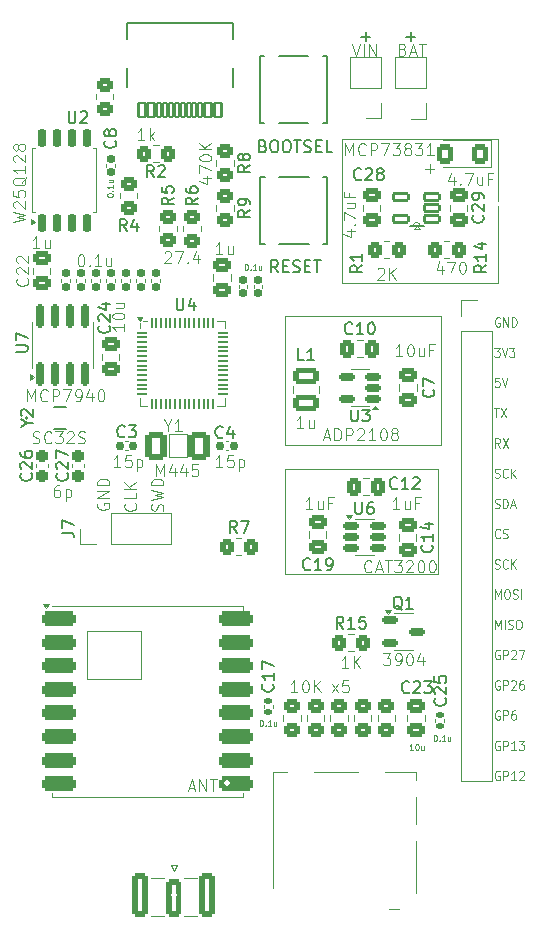
<source format=gto>
G04 #@! TF.GenerationSoftware,KiCad,Pcbnew,8.0.1*
G04 #@! TF.CreationDate,2024-06-04T12:50:10-04:00*
G04 #@! TF.ProjectId,node_v3_1,6e6f6465-5f76-4335-9f31-2e6b69636164,rev?*
G04 #@! TF.SameCoordinates,Original*
G04 #@! TF.FileFunction,Legend,Top*
G04 #@! TF.FilePolarity,Positive*
%FSLAX46Y46*%
G04 Gerber Fmt 4.6, Leading zero omitted, Abs format (unit mm)*
G04 Created by KiCad (PCBNEW 8.0.1) date 2024-06-04 12:50:10*
%MOMM*%
%LPD*%
G01*
G04 APERTURE LIST*
G04 Aperture macros list*
%AMRoundRect*
0 Rectangle with rounded corners*
0 $1 Rounding radius*
0 $2 $3 $4 $5 $6 $7 $8 $9 X,Y pos of 4 corners*
0 Add a 4 corners polygon primitive as box body*
4,1,4,$2,$3,$4,$5,$6,$7,$8,$9,$2,$3,0*
0 Add four circle primitives for the rounded corners*
1,1,$1+$1,$2,$3*
1,1,$1+$1,$4,$5*
1,1,$1+$1,$6,$7*
1,1,$1+$1,$8,$9*
0 Add four rect primitives between the rounded corners*
20,1,$1+$1,$2,$3,$4,$5,0*
20,1,$1+$1,$4,$5,$6,$7,0*
20,1,$1+$1,$6,$7,$8,$9,0*
20,1,$1+$1,$8,$9,$2,$3,0*%
G04 Aperture macros list end*
%ADD10C,0.200000*%
%ADD11C,0.100000*%
%ADD12C,0.150000*%
%ADD13C,0.120000*%
%ADD14C,0.152400*%
%ADD15C,0.127000*%
%ADD16C,4.400000*%
%ADD17RoundRect,0.250000X-0.450000X0.350000X-0.450000X-0.350000X0.450000X-0.350000X0.450000X0.350000X0*%
%ADD18RoundRect,0.270000X-0.630000X-0.930000X0.630000X-0.930000X0.630000X0.930000X-0.630000X0.930000X0*%
%ADD19RoundRect,0.102000X0.635000X0.279400X-0.635000X0.279400X-0.635000X-0.279400X0.635000X-0.279400X0*%
%ADD20R,1.700000X1.700000*%
%ADD21O,1.700000X1.700000*%
%ADD22RoundRect,0.250000X0.350000X0.450000X-0.350000X0.450000X-0.350000X-0.450000X0.350000X-0.450000X0*%
%ADD23RoundRect,0.140000X-0.170000X0.140000X-0.170000X-0.140000X0.170000X-0.140000X0.170000X0.140000X0*%
%ADD24RoundRect,0.250000X0.475000X-0.337500X0.475000X0.337500X-0.475000X0.337500X-0.475000X-0.337500X0*%
%ADD25RoundRect,0.150000X0.512500X0.150000X-0.512500X0.150000X-0.512500X-0.150000X0.512500X-0.150000X0*%
%ADD26RoundRect,0.155000X0.155000X-0.212500X0.155000X0.212500X-0.155000X0.212500X-0.155000X-0.212500X0*%
%ADD27RoundRect,0.050000X-0.387500X-0.050000X0.387500X-0.050000X0.387500X0.050000X-0.387500X0.050000X0*%
%ADD28RoundRect,0.050000X-0.050000X-0.387500X0.050000X-0.387500X0.050000X0.387500X-0.050000X0.387500X0*%
%ADD29R,3.200000X3.200000*%
%ADD30RoundRect,0.250000X-0.475000X0.337500X-0.475000X-0.337500X0.475000X-0.337500X0.475000X0.337500X0*%
%ADD31RoundRect,0.150000X0.150000X-0.825000X0.150000X0.825000X-0.150000X0.825000X-0.150000X-0.825000X0*%
%ADD32RoundRect,0.150000X-0.512500X-0.150000X0.512500X-0.150000X0.512500X0.150000X-0.512500X0.150000X0*%
%ADD33RoundRect,0.250000X-0.385000X-1.350000X0.385000X-1.350000X0.385000X1.350000X-0.385000X1.350000X0*%
%ADD34RoundRect,0.250000X-0.425000X-1.600000X0.425000X-1.600000X0.425000X1.600000X-0.425000X1.600000X0*%
%ADD35R,0.558800X0.952500*%
%ADD36RoundRect,0.250000X-0.350000X-0.450000X0.350000X-0.450000X0.350000X0.450000X-0.350000X0.450000X0*%
%ADD37RoundRect,0.237500X-0.237500X0.300000X-0.237500X-0.300000X0.237500X-0.300000X0.237500X0.300000X0*%
%ADD38RoundRect,0.250001X0.462499X0.624999X-0.462499X0.624999X-0.462499X-0.624999X0.462499X-0.624999X0*%
%ADD39R,0.850000X1.100000*%
%ADD40R,0.750000X1.100000*%
%ADD41R,1.200000X1.000000*%
%ADD42R,1.550000X1.350000*%
%ADD43R,1.900000X1.350000*%
%ADD44R,1.170000X1.800000*%
%ADD45RoundRect,0.317500X-1.157500X-0.317500X1.157500X-0.317500X1.157500X0.317500X-1.157500X0.317500X0*%
%ADD46RoundRect,0.250000X0.337500X0.475000X-0.337500X0.475000X-0.337500X-0.475000X0.337500X-0.475000X0*%
%ADD47C,0.650000*%
%ADD48RoundRect,0.102000X0.300000X0.570000X-0.300000X0.570000X-0.300000X-0.570000X0.300000X-0.570000X0*%
%ADD49RoundRect,0.102000X0.150000X0.570000X-0.150000X0.570000X-0.150000X-0.570000X0.150000X-0.570000X0*%
%ADD50O,1.254000X2.304000*%
%ADD51O,1.104000X2.004000*%
%ADD52RoundRect,0.250001X0.849999X-0.462499X0.849999X0.462499X-0.849999X0.462499X-0.849999X-0.462499X0*%
%ADD53RoundRect,0.150000X0.150000X-0.650000X0.150000X0.650000X-0.150000X0.650000X-0.150000X-0.650000X0*%
%ADD54RoundRect,0.250000X-0.337500X-0.475000X0.337500X-0.475000X0.337500X0.475000X-0.337500X0.475000X0*%
%ADD55RoundRect,0.250000X0.450000X-0.350000X0.450000X0.350000X-0.450000X0.350000X-0.450000X-0.350000X0*%
%ADD56RoundRect,0.155000X0.212500X0.155000X-0.212500X0.155000X-0.212500X-0.155000X0.212500X-0.155000X0*%
%ADD57RoundRect,0.155000X-0.212500X-0.155000X0.212500X-0.155000X0.212500X0.155000X-0.212500X0.155000X0*%
%ADD58R,1.168400X1.600200*%
%ADD59C,2.504000*%
%ADD60C,0.304800*%
%ADD61C,0.508000*%
%ADD62C,0.406400*%
%ADD63C,0.250000*%
G04 APERTURE END LIST*
D10*
X162167673Y-51810266D02*
X162929578Y-51810266D01*
X162548625Y-52191219D02*
X162548625Y-51429314D01*
X158357673Y-51810266D02*
X159119578Y-51810266D01*
X158738625Y-52191219D02*
X158738625Y-51429314D01*
D11*
X143766265Y-115410704D02*
X144242455Y-115410704D01*
X143671027Y-115696419D02*
X144004360Y-114696419D01*
X144004360Y-114696419D02*
X144337693Y-115696419D01*
X144671027Y-115696419D02*
X144671027Y-114696419D01*
X144671027Y-114696419D02*
X145242455Y-115696419D01*
X145242455Y-115696419D02*
X145242455Y-114696419D01*
X145575789Y-114696419D02*
X146147217Y-114696419D01*
X145861503Y-115696419D02*
X145861503Y-114696419D01*
X135128000Y-102108000D02*
X139700000Y-102108000D01*
X139700000Y-106172000D01*
X135128000Y-106172000D01*
X135128000Y-102108000D01*
D10*
X151309101Y-71749219D02*
X150975768Y-71273028D01*
X150737673Y-71749219D02*
X150737673Y-70749219D01*
X150737673Y-70749219D02*
X151118625Y-70749219D01*
X151118625Y-70749219D02*
X151213863Y-70796838D01*
X151213863Y-70796838D02*
X151261482Y-70844457D01*
X151261482Y-70844457D02*
X151309101Y-70939695D01*
X151309101Y-70939695D02*
X151309101Y-71082552D01*
X151309101Y-71082552D02*
X151261482Y-71177790D01*
X151261482Y-71177790D02*
X151213863Y-71225409D01*
X151213863Y-71225409D02*
X151118625Y-71273028D01*
X151118625Y-71273028D02*
X150737673Y-71273028D01*
X151737673Y-71225409D02*
X152071006Y-71225409D01*
X152213863Y-71749219D02*
X151737673Y-71749219D01*
X151737673Y-71749219D02*
X151737673Y-70749219D01*
X151737673Y-70749219D02*
X152213863Y-70749219D01*
X152594816Y-71701600D02*
X152737673Y-71749219D01*
X152737673Y-71749219D02*
X152975768Y-71749219D01*
X152975768Y-71749219D02*
X153071006Y-71701600D01*
X153071006Y-71701600D02*
X153118625Y-71653980D01*
X153118625Y-71653980D02*
X153166244Y-71558742D01*
X153166244Y-71558742D02*
X153166244Y-71463504D01*
X153166244Y-71463504D02*
X153118625Y-71368266D01*
X153118625Y-71368266D02*
X153071006Y-71320647D01*
X153071006Y-71320647D02*
X152975768Y-71273028D01*
X152975768Y-71273028D02*
X152785292Y-71225409D01*
X152785292Y-71225409D02*
X152690054Y-71177790D01*
X152690054Y-71177790D02*
X152642435Y-71130171D01*
X152642435Y-71130171D02*
X152594816Y-71034933D01*
X152594816Y-71034933D02*
X152594816Y-70939695D01*
X152594816Y-70939695D02*
X152642435Y-70844457D01*
X152642435Y-70844457D02*
X152690054Y-70796838D01*
X152690054Y-70796838D02*
X152785292Y-70749219D01*
X152785292Y-70749219D02*
X153023387Y-70749219D01*
X153023387Y-70749219D02*
X153166244Y-70796838D01*
X153594816Y-71225409D02*
X153928149Y-71225409D01*
X154071006Y-71749219D02*
X153594816Y-71749219D01*
X153594816Y-71749219D02*
X153594816Y-70749219D01*
X153594816Y-70749219D02*
X154071006Y-70749219D01*
X154356721Y-70749219D02*
X154928149Y-70749219D01*
X154642435Y-71749219D02*
X154642435Y-70749219D01*
X150055006Y-61065409D02*
X150197863Y-61113028D01*
X150197863Y-61113028D02*
X150245482Y-61160647D01*
X150245482Y-61160647D02*
X150293101Y-61255885D01*
X150293101Y-61255885D02*
X150293101Y-61398742D01*
X150293101Y-61398742D02*
X150245482Y-61493980D01*
X150245482Y-61493980D02*
X150197863Y-61541600D01*
X150197863Y-61541600D02*
X150102625Y-61589219D01*
X150102625Y-61589219D02*
X149721673Y-61589219D01*
X149721673Y-61589219D02*
X149721673Y-60589219D01*
X149721673Y-60589219D02*
X150055006Y-60589219D01*
X150055006Y-60589219D02*
X150150244Y-60636838D01*
X150150244Y-60636838D02*
X150197863Y-60684457D01*
X150197863Y-60684457D02*
X150245482Y-60779695D01*
X150245482Y-60779695D02*
X150245482Y-60874933D01*
X150245482Y-60874933D02*
X150197863Y-60970171D01*
X150197863Y-60970171D02*
X150150244Y-61017790D01*
X150150244Y-61017790D02*
X150055006Y-61065409D01*
X150055006Y-61065409D02*
X149721673Y-61065409D01*
X150912149Y-60589219D02*
X151102625Y-60589219D01*
X151102625Y-60589219D02*
X151197863Y-60636838D01*
X151197863Y-60636838D02*
X151293101Y-60732076D01*
X151293101Y-60732076D02*
X151340720Y-60922552D01*
X151340720Y-60922552D02*
X151340720Y-61255885D01*
X151340720Y-61255885D02*
X151293101Y-61446361D01*
X151293101Y-61446361D02*
X151197863Y-61541600D01*
X151197863Y-61541600D02*
X151102625Y-61589219D01*
X151102625Y-61589219D02*
X150912149Y-61589219D01*
X150912149Y-61589219D02*
X150816911Y-61541600D01*
X150816911Y-61541600D02*
X150721673Y-61446361D01*
X150721673Y-61446361D02*
X150674054Y-61255885D01*
X150674054Y-61255885D02*
X150674054Y-60922552D01*
X150674054Y-60922552D02*
X150721673Y-60732076D01*
X150721673Y-60732076D02*
X150816911Y-60636838D01*
X150816911Y-60636838D02*
X150912149Y-60589219D01*
X151959768Y-60589219D02*
X152150244Y-60589219D01*
X152150244Y-60589219D02*
X152245482Y-60636838D01*
X152245482Y-60636838D02*
X152340720Y-60732076D01*
X152340720Y-60732076D02*
X152388339Y-60922552D01*
X152388339Y-60922552D02*
X152388339Y-61255885D01*
X152388339Y-61255885D02*
X152340720Y-61446361D01*
X152340720Y-61446361D02*
X152245482Y-61541600D01*
X152245482Y-61541600D02*
X152150244Y-61589219D01*
X152150244Y-61589219D02*
X151959768Y-61589219D01*
X151959768Y-61589219D02*
X151864530Y-61541600D01*
X151864530Y-61541600D02*
X151769292Y-61446361D01*
X151769292Y-61446361D02*
X151721673Y-61255885D01*
X151721673Y-61255885D02*
X151721673Y-60922552D01*
X151721673Y-60922552D02*
X151769292Y-60732076D01*
X151769292Y-60732076D02*
X151864530Y-60636838D01*
X151864530Y-60636838D02*
X151959768Y-60589219D01*
X152674054Y-60589219D02*
X153245482Y-60589219D01*
X152959768Y-61589219D02*
X152959768Y-60589219D01*
X153531197Y-61541600D02*
X153674054Y-61589219D01*
X153674054Y-61589219D02*
X153912149Y-61589219D01*
X153912149Y-61589219D02*
X154007387Y-61541600D01*
X154007387Y-61541600D02*
X154055006Y-61493980D01*
X154055006Y-61493980D02*
X154102625Y-61398742D01*
X154102625Y-61398742D02*
X154102625Y-61303504D01*
X154102625Y-61303504D02*
X154055006Y-61208266D01*
X154055006Y-61208266D02*
X154007387Y-61160647D01*
X154007387Y-61160647D02*
X153912149Y-61113028D01*
X153912149Y-61113028D02*
X153721673Y-61065409D01*
X153721673Y-61065409D02*
X153626435Y-61017790D01*
X153626435Y-61017790D02*
X153578816Y-60970171D01*
X153578816Y-60970171D02*
X153531197Y-60874933D01*
X153531197Y-60874933D02*
X153531197Y-60779695D01*
X153531197Y-60779695D02*
X153578816Y-60684457D01*
X153578816Y-60684457D02*
X153626435Y-60636838D01*
X153626435Y-60636838D02*
X153721673Y-60589219D01*
X153721673Y-60589219D02*
X153959768Y-60589219D01*
X153959768Y-60589219D02*
X154102625Y-60636838D01*
X154531197Y-61065409D02*
X154864530Y-61065409D01*
X155007387Y-61589219D02*
X154531197Y-61589219D01*
X154531197Y-61589219D02*
X154531197Y-60589219D01*
X154531197Y-60589219D02*
X155007387Y-60589219D01*
X155912149Y-61589219D02*
X155435959Y-61589219D01*
X155435959Y-61589219D02*
X155435959Y-60589219D01*
D11*
X145001752Y-63783544D02*
X145668419Y-63783544D01*
X144620800Y-64021639D02*
X145335085Y-64259734D01*
X145335085Y-64259734D02*
X145335085Y-63640687D01*
X144668419Y-63354972D02*
X144668419Y-62688306D01*
X144668419Y-62688306D02*
X145668419Y-63116877D01*
X144668419Y-62116877D02*
X144668419Y-62021639D01*
X144668419Y-62021639D02*
X144716038Y-61926401D01*
X144716038Y-61926401D02*
X144763657Y-61878782D01*
X144763657Y-61878782D02*
X144858895Y-61831163D01*
X144858895Y-61831163D02*
X145049371Y-61783544D01*
X145049371Y-61783544D02*
X145287466Y-61783544D01*
X145287466Y-61783544D02*
X145477942Y-61831163D01*
X145477942Y-61831163D02*
X145573180Y-61878782D01*
X145573180Y-61878782D02*
X145620800Y-61926401D01*
X145620800Y-61926401D02*
X145668419Y-62021639D01*
X145668419Y-62021639D02*
X145668419Y-62116877D01*
X145668419Y-62116877D02*
X145620800Y-62212115D01*
X145620800Y-62212115D02*
X145573180Y-62259734D01*
X145573180Y-62259734D02*
X145477942Y-62307353D01*
X145477942Y-62307353D02*
X145287466Y-62354972D01*
X145287466Y-62354972D02*
X145049371Y-62354972D01*
X145049371Y-62354972D02*
X144858895Y-62307353D01*
X144858895Y-62307353D02*
X144763657Y-62259734D01*
X144763657Y-62259734D02*
X144716038Y-62212115D01*
X144716038Y-62212115D02*
X144668419Y-62116877D01*
X145668419Y-61354972D02*
X144668419Y-61354972D01*
X145668419Y-60783544D02*
X145096990Y-61212115D01*
X144668419Y-60783544D02*
X145239847Y-61354972D01*
X132812455Y-89804419D02*
X132621979Y-89804419D01*
X132621979Y-89804419D02*
X132526741Y-89852038D01*
X132526741Y-89852038D02*
X132479122Y-89899657D01*
X132479122Y-89899657D02*
X132383884Y-90042514D01*
X132383884Y-90042514D02*
X132336265Y-90232990D01*
X132336265Y-90232990D02*
X132336265Y-90613942D01*
X132336265Y-90613942D02*
X132383884Y-90709180D01*
X132383884Y-90709180D02*
X132431503Y-90756800D01*
X132431503Y-90756800D02*
X132526741Y-90804419D01*
X132526741Y-90804419D02*
X132717217Y-90804419D01*
X132717217Y-90804419D02*
X132812455Y-90756800D01*
X132812455Y-90756800D02*
X132860074Y-90709180D01*
X132860074Y-90709180D02*
X132907693Y-90613942D01*
X132907693Y-90613942D02*
X132907693Y-90375847D01*
X132907693Y-90375847D02*
X132860074Y-90280609D01*
X132860074Y-90280609D02*
X132812455Y-90232990D01*
X132812455Y-90232990D02*
X132717217Y-90185371D01*
X132717217Y-90185371D02*
X132526741Y-90185371D01*
X132526741Y-90185371D02*
X132431503Y-90232990D01*
X132431503Y-90232990D02*
X132383884Y-90280609D01*
X132383884Y-90280609D02*
X132336265Y-90375847D01*
X133336265Y-90137752D02*
X133336265Y-91137752D01*
X133336265Y-90185371D02*
X133431503Y-90137752D01*
X133431503Y-90137752D02*
X133621979Y-90137752D01*
X133621979Y-90137752D02*
X133717217Y-90185371D01*
X133717217Y-90185371D02*
X133764836Y-90232990D01*
X133764836Y-90232990D02*
X133812455Y-90328228D01*
X133812455Y-90328228D02*
X133812455Y-90613942D01*
X133812455Y-90613942D02*
X133764836Y-90709180D01*
X133764836Y-90709180D02*
X133717217Y-90756800D01*
X133717217Y-90756800D02*
X133621979Y-90804419D01*
X133621979Y-90804419D02*
X133431503Y-90804419D01*
X133431503Y-90804419D02*
X133336265Y-90756800D01*
X136080038Y-91314306D02*
X136032419Y-91409544D01*
X136032419Y-91409544D02*
X136032419Y-91552401D01*
X136032419Y-91552401D02*
X136080038Y-91695258D01*
X136080038Y-91695258D02*
X136175276Y-91790496D01*
X136175276Y-91790496D02*
X136270514Y-91838115D01*
X136270514Y-91838115D02*
X136460990Y-91885734D01*
X136460990Y-91885734D02*
X136603847Y-91885734D01*
X136603847Y-91885734D02*
X136794323Y-91838115D01*
X136794323Y-91838115D02*
X136889561Y-91790496D01*
X136889561Y-91790496D02*
X136984800Y-91695258D01*
X136984800Y-91695258D02*
X137032419Y-91552401D01*
X137032419Y-91552401D02*
X137032419Y-91457163D01*
X137032419Y-91457163D02*
X136984800Y-91314306D01*
X136984800Y-91314306D02*
X136937180Y-91266687D01*
X136937180Y-91266687D02*
X136603847Y-91266687D01*
X136603847Y-91266687D02*
X136603847Y-91457163D01*
X137032419Y-90838115D02*
X136032419Y-90838115D01*
X136032419Y-90838115D02*
X137032419Y-90266687D01*
X137032419Y-90266687D02*
X136032419Y-90266687D01*
X137032419Y-89790496D02*
X136032419Y-89790496D01*
X136032419Y-89790496D02*
X136032419Y-89552401D01*
X136032419Y-89552401D02*
X136080038Y-89409544D01*
X136080038Y-89409544D02*
X136175276Y-89314306D01*
X136175276Y-89314306D02*
X136270514Y-89266687D01*
X136270514Y-89266687D02*
X136460990Y-89219068D01*
X136460990Y-89219068D02*
X136603847Y-89219068D01*
X136603847Y-89219068D02*
X136794323Y-89266687D01*
X136794323Y-89266687D02*
X136889561Y-89314306D01*
X136889561Y-89314306D02*
X136984800Y-89409544D01*
X136984800Y-89409544D02*
X137032419Y-89552401D01*
X137032419Y-89552401D02*
X137032419Y-89790496D01*
X139223180Y-91326687D02*
X139270800Y-91374306D01*
X139270800Y-91374306D02*
X139318419Y-91517163D01*
X139318419Y-91517163D02*
X139318419Y-91612401D01*
X139318419Y-91612401D02*
X139270800Y-91755258D01*
X139270800Y-91755258D02*
X139175561Y-91850496D01*
X139175561Y-91850496D02*
X139080323Y-91898115D01*
X139080323Y-91898115D02*
X138889847Y-91945734D01*
X138889847Y-91945734D02*
X138746990Y-91945734D01*
X138746990Y-91945734D02*
X138556514Y-91898115D01*
X138556514Y-91898115D02*
X138461276Y-91850496D01*
X138461276Y-91850496D02*
X138366038Y-91755258D01*
X138366038Y-91755258D02*
X138318419Y-91612401D01*
X138318419Y-91612401D02*
X138318419Y-91517163D01*
X138318419Y-91517163D02*
X138366038Y-91374306D01*
X138366038Y-91374306D02*
X138413657Y-91326687D01*
X139318419Y-90421925D02*
X139318419Y-90898115D01*
X139318419Y-90898115D02*
X138318419Y-90898115D01*
X139318419Y-90088591D02*
X138318419Y-90088591D01*
X139318419Y-89517163D02*
X138746990Y-89945734D01*
X138318419Y-89517163D02*
X138889847Y-90088591D01*
X141556800Y-91945734D02*
X141604419Y-91802877D01*
X141604419Y-91802877D02*
X141604419Y-91564782D01*
X141604419Y-91564782D02*
X141556800Y-91469544D01*
X141556800Y-91469544D02*
X141509180Y-91421925D01*
X141509180Y-91421925D02*
X141413942Y-91374306D01*
X141413942Y-91374306D02*
X141318704Y-91374306D01*
X141318704Y-91374306D02*
X141223466Y-91421925D01*
X141223466Y-91421925D02*
X141175847Y-91469544D01*
X141175847Y-91469544D02*
X141128228Y-91564782D01*
X141128228Y-91564782D02*
X141080609Y-91755258D01*
X141080609Y-91755258D02*
X141032990Y-91850496D01*
X141032990Y-91850496D02*
X140985371Y-91898115D01*
X140985371Y-91898115D02*
X140890133Y-91945734D01*
X140890133Y-91945734D02*
X140794895Y-91945734D01*
X140794895Y-91945734D02*
X140699657Y-91898115D01*
X140699657Y-91898115D02*
X140652038Y-91850496D01*
X140652038Y-91850496D02*
X140604419Y-91755258D01*
X140604419Y-91755258D02*
X140604419Y-91517163D01*
X140604419Y-91517163D02*
X140652038Y-91374306D01*
X140604419Y-91040972D02*
X141604419Y-90802877D01*
X141604419Y-90802877D02*
X140890133Y-90612401D01*
X140890133Y-90612401D02*
X141604419Y-90421925D01*
X141604419Y-90421925D02*
X140604419Y-90183830D01*
X141604419Y-89802877D02*
X140604419Y-89802877D01*
X140604419Y-89802877D02*
X140604419Y-89564782D01*
X140604419Y-89564782D02*
X140652038Y-89421925D01*
X140652038Y-89421925D02*
X140747276Y-89326687D01*
X140747276Y-89326687D02*
X140842514Y-89279068D01*
X140842514Y-89279068D02*
X141032990Y-89231449D01*
X141032990Y-89231449D02*
X141175847Y-89231449D01*
X141175847Y-89231449D02*
X141366323Y-89279068D01*
X141366323Y-89279068D02*
X141461561Y-89326687D01*
X141461561Y-89326687D02*
X141556800Y-89421925D01*
X141556800Y-89421925D02*
X141604419Y-89564782D01*
X141604419Y-89564782D02*
X141604419Y-89802877D01*
X170077122Y-75611214D02*
X170010455Y-75573357D01*
X170010455Y-75573357D02*
X169910455Y-75573357D01*
X169910455Y-75573357D02*
X169810455Y-75611214D01*
X169810455Y-75611214D02*
X169743789Y-75686928D01*
X169743789Y-75686928D02*
X169710455Y-75762642D01*
X169710455Y-75762642D02*
X169677122Y-75914071D01*
X169677122Y-75914071D02*
X169677122Y-76027642D01*
X169677122Y-76027642D02*
X169710455Y-76179071D01*
X169710455Y-76179071D02*
X169743789Y-76254785D01*
X169743789Y-76254785D02*
X169810455Y-76330500D01*
X169810455Y-76330500D02*
X169910455Y-76368357D01*
X169910455Y-76368357D02*
X169977122Y-76368357D01*
X169977122Y-76368357D02*
X170077122Y-76330500D01*
X170077122Y-76330500D02*
X170110455Y-76292642D01*
X170110455Y-76292642D02*
X170110455Y-76027642D01*
X170110455Y-76027642D02*
X169977122Y-76027642D01*
X170410455Y-76368357D02*
X170410455Y-75573357D01*
X170410455Y-75573357D02*
X170810455Y-76368357D01*
X170810455Y-76368357D02*
X170810455Y-75573357D01*
X171143788Y-76368357D02*
X171143788Y-75573357D01*
X171143788Y-75573357D02*
X171310455Y-75573357D01*
X171310455Y-75573357D02*
X171410455Y-75611214D01*
X171410455Y-75611214D02*
X171477122Y-75686928D01*
X171477122Y-75686928D02*
X171510455Y-75762642D01*
X171510455Y-75762642D02*
X171543788Y-75914071D01*
X171543788Y-75914071D02*
X171543788Y-76027642D01*
X171543788Y-76027642D02*
X171510455Y-76179071D01*
X171510455Y-76179071D02*
X171477122Y-76254785D01*
X171477122Y-76254785D02*
X171410455Y-76330500D01*
X171410455Y-76330500D02*
X171310455Y-76368357D01*
X171310455Y-76368357D02*
X171143788Y-76368357D01*
X169643789Y-78133167D02*
X170077122Y-78133167D01*
X170077122Y-78133167D02*
X169843789Y-78436024D01*
X169843789Y-78436024D02*
X169943789Y-78436024D01*
X169943789Y-78436024D02*
X170010455Y-78473881D01*
X170010455Y-78473881D02*
X170043789Y-78511738D01*
X170043789Y-78511738D02*
X170077122Y-78587452D01*
X170077122Y-78587452D02*
X170077122Y-78776738D01*
X170077122Y-78776738D02*
X170043789Y-78852452D01*
X170043789Y-78852452D02*
X170010455Y-78890310D01*
X170010455Y-78890310D02*
X169943789Y-78928167D01*
X169943789Y-78928167D02*
X169743789Y-78928167D01*
X169743789Y-78928167D02*
X169677122Y-78890310D01*
X169677122Y-78890310D02*
X169643789Y-78852452D01*
X170277122Y-78133167D02*
X170510456Y-78928167D01*
X170510456Y-78928167D02*
X170743789Y-78133167D01*
X170910456Y-78133167D02*
X171343789Y-78133167D01*
X171343789Y-78133167D02*
X171110456Y-78436024D01*
X171110456Y-78436024D02*
X171210456Y-78436024D01*
X171210456Y-78436024D02*
X171277122Y-78473881D01*
X171277122Y-78473881D02*
X171310456Y-78511738D01*
X171310456Y-78511738D02*
X171343789Y-78587452D01*
X171343789Y-78587452D02*
X171343789Y-78776738D01*
X171343789Y-78776738D02*
X171310456Y-78852452D01*
X171310456Y-78852452D02*
X171277122Y-78890310D01*
X171277122Y-78890310D02*
X171210456Y-78928167D01*
X171210456Y-78928167D02*
X171010456Y-78928167D01*
X171010456Y-78928167D02*
X170943789Y-78890310D01*
X170943789Y-78890310D02*
X170910456Y-78852452D01*
X170043789Y-80692977D02*
X169710455Y-80692977D01*
X169710455Y-80692977D02*
X169677122Y-81071548D01*
X169677122Y-81071548D02*
X169710455Y-81033691D01*
X169710455Y-81033691D02*
X169777122Y-80995834D01*
X169777122Y-80995834D02*
X169943789Y-80995834D01*
X169943789Y-80995834D02*
X170010455Y-81033691D01*
X170010455Y-81033691D02*
X170043789Y-81071548D01*
X170043789Y-81071548D02*
X170077122Y-81147262D01*
X170077122Y-81147262D02*
X170077122Y-81336548D01*
X170077122Y-81336548D02*
X170043789Y-81412262D01*
X170043789Y-81412262D02*
X170010455Y-81450120D01*
X170010455Y-81450120D02*
X169943789Y-81487977D01*
X169943789Y-81487977D02*
X169777122Y-81487977D01*
X169777122Y-81487977D02*
X169710455Y-81450120D01*
X169710455Y-81450120D02*
X169677122Y-81412262D01*
X170277122Y-80692977D02*
X170510456Y-81487977D01*
X170510456Y-81487977D02*
X170743789Y-80692977D01*
X169610455Y-83252787D02*
X170010455Y-83252787D01*
X169810455Y-84047787D02*
X169810455Y-83252787D01*
X170177122Y-83252787D02*
X170643788Y-84047787D01*
X170643788Y-83252787D02*
X170177122Y-84047787D01*
X170110455Y-86607597D02*
X169877122Y-86229025D01*
X169710455Y-86607597D02*
X169710455Y-85812597D01*
X169710455Y-85812597D02*
X169977122Y-85812597D01*
X169977122Y-85812597D02*
X170043789Y-85850454D01*
X170043789Y-85850454D02*
X170077122Y-85888311D01*
X170077122Y-85888311D02*
X170110455Y-85964025D01*
X170110455Y-85964025D02*
X170110455Y-86077597D01*
X170110455Y-86077597D02*
X170077122Y-86153311D01*
X170077122Y-86153311D02*
X170043789Y-86191168D01*
X170043789Y-86191168D02*
X169977122Y-86229025D01*
X169977122Y-86229025D02*
X169710455Y-86229025D01*
X170343789Y-85812597D02*
X170810455Y-86607597D01*
X170810455Y-85812597D02*
X170343789Y-86607597D01*
X169677122Y-89129550D02*
X169777122Y-89167407D01*
X169777122Y-89167407D02*
X169943789Y-89167407D01*
X169943789Y-89167407D02*
X170010455Y-89129550D01*
X170010455Y-89129550D02*
X170043789Y-89091692D01*
X170043789Y-89091692D02*
X170077122Y-89015978D01*
X170077122Y-89015978D02*
X170077122Y-88940264D01*
X170077122Y-88940264D02*
X170043789Y-88864550D01*
X170043789Y-88864550D02*
X170010455Y-88826692D01*
X170010455Y-88826692D02*
X169943789Y-88788835D01*
X169943789Y-88788835D02*
X169810455Y-88750978D01*
X169810455Y-88750978D02*
X169743789Y-88713121D01*
X169743789Y-88713121D02*
X169710455Y-88675264D01*
X169710455Y-88675264D02*
X169677122Y-88599550D01*
X169677122Y-88599550D02*
X169677122Y-88523835D01*
X169677122Y-88523835D02*
X169710455Y-88448121D01*
X169710455Y-88448121D02*
X169743789Y-88410264D01*
X169743789Y-88410264D02*
X169810455Y-88372407D01*
X169810455Y-88372407D02*
X169977122Y-88372407D01*
X169977122Y-88372407D02*
X170077122Y-88410264D01*
X170777122Y-89091692D02*
X170743789Y-89129550D01*
X170743789Y-89129550D02*
X170643789Y-89167407D01*
X170643789Y-89167407D02*
X170577122Y-89167407D01*
X170577122Y-89167407D02*
X170477122Y-89129550D01*
X170477122Y-89129550D02*
X170410456Y-89053835D01*
X170410456Y-89053835D02*
X170377122Y-88978121D01*
X170377122Y-88978121D02*
X170343789Y-88826692D01*
X170343789Y-88826692D02*
X170343789Y-88713121D01*
X170343789Y-88713121D02*
X170377122Y-88561692D01*
X170377122Y-88561692D02*
X170410456Y-88485978D01*
X170410456Y-88485978D02*
X170477122Y-88410264D01*
X170477122Y-88410264D02*
X170577122Y-88372407D01*
X170577122Y-88372407D02*
X170643789Y-88372407D01*
X170643789Y-88372407D02*
X170743789Y-88410264D01*
X170743789Y-88410264D02*
X170777122Y-88448121D01*
X171077122Y-89167407D02*
X171077122Y-88372407D01*
X171477122Y-89167407D02*
X171177122Y-88713121D01*
X171477122Y-88372407D02*
X171077122Y-88826692D01*
X169677122Y-91689360D02*
X169777122Y-91727217D01*
X169777122Y-91727217D02*
X169943789Y-91727217D01*
X169943789Y-91727217D02*
X170010455Y-91689360D01*
X170010455Y-91689360D02*
X170043789Y-91651502D01*
X170043789Y-91651502D02*
X170077122Y-91575788D01*
X170077122Y-91575788D02*
X170077122Y-91500074D01*
X170077122Y-91500074D02*
X170043789Y-91424360D01*
X170043789Y-91424360D02*
X170010455Y-91386502D01*
X170010455Y-91386502D02*
X169943789Y-91348645D01*
X169943789Y-91348645D02*
X169810455Y-91310788D01*
X169810455Y-91310788D02*
X169743789Y-91272931D01*
X169743789Y-91272931D02*
X169710455Y-91235074D01*
X169710455Y-91235074D02*
X169677122Y-91159360D01*
X169677122Y-91159360D02*
X169677122Y-91083645D01*
X169677122Y-91083645D02*
X169710455Y-91007931D01*
X169710455Y-91007931D02*
X169743789Y-90970074D01*
X169743789Y-90970074D02*
X169810455Y-90932217D01*
X169810455Y-90932217D02*
X169977122Y-90932217D01*
X169977122Y-90932217D02*
X170077122Y-90970074D01*
X170377122Y-91727217D02*
X170377122Y-90932217D01*
X170377122Y-90932217D02*
X170543789Y-90932217D01*
X170543789Y-90932217D02*
X170643789Y-90970074D01*
X170643789Y-90970074D02*
X170710456Y-91045788D01*
X170710456Y-91045788D02*
X170743789Y-91121502D01*
X170743789Y-91121502D02*
X170777122Y-91272931D01*
X170777122Y-91272931D02*
X170777122Y-91386502D01*
X170777122Y-91386502D02*
X170743789Y-91537931D01*
X170743789Y-91537931D02*
X170710456Y-91613645D01*
X170710456Y-91613645D02*
X170643789Y-91689360D01*
X170643789Y-91689360D02*
X170543789Y-91727217D01*
X170543789Y-91727217D02*
X170377122Y-91727217D01*
X171043789Y-91500074D02*
X171377122Y-91500074D01*
X170977122Y-91727217D02*
X171210456Y-90932217D01*
X171210456Y-90932217D02*
X171443789Y-91727217D01*
X170110455Y-94211312D02*
X170077122Y-94249170D01*
X170077122Y-94249170D02*
X169977122Y-94287027D01*
X169977122Y-94287027D02*
X169910455Y-94287027D01*
X169910455Y-94287027D02*
X169810455Y-94249170D01*
X169810455Y-94249170D02*
X169743789Y-94173455D01*
X169743789Y-94173455D02*
X169710455Y-94097741D01*
X169710455Y-94097741D02*
X169677122Y-93946312D01*
X169677122Y-93946312D02*
X169677122Y-93832741D01*
X169677122Y-93832741D02*
X169710455Y-93681312D01*
X169710455Y-93681312D02*
X169743789Y-93605598D01*
X169743789Y-93605598D02*
X169810455Y-93529884D01*
X169810455Y-93529884D02*
X169910455Y-93492027D01*
X169910455Y-93492027D02*
X169977122Y-93492027D01*
X169977122Y-93492027D02*
X170077122Y-93529884D01*
X170077122Y-93529884D02*
X170110455Y-93567741D01*
X170377122Y-94249170D02*
X170477122Y-94287027D01*
X170477122Y-94287027D02*
X170643789Y-94287027D01*
X170643789Y-94287027D02*
X170710455Y-94249170D01*
X170710455Y-94249170D02*
X170743789Y-94211312D01*
X170743789Y-94211312D02*
X170777122Y-94135598D01*
X170777122Y-94135598D02*
X170777122Y-94059884D01*
X170777122Y-94059884D02*
X170743789Y-93984170D01*
X170743789Y-93984170D02*
X170710455Y-93946312D01*
X170710455Y-93946312D02*
X170643789Y-93908455D01*
X170643789Y-93908455D02*
X170510455Y-93870598D01*
X170510455Y-93870598D02*
X170443789Y-93832741D01*
X170443789Y-93832741D02*
X170410455Y-93794884D01*
X170410455Y-93794884D02*
X170377122Y-93719170D01*
X170377122Y-93719170D02*
X170377122Y-93643455D01*
X170377122Y-93643455D02*
X170410455Y-93567741D01*
X170410455Y-93567741D02*
X170443789Y-93529884D01*
X170443789Y-93529884D02*
X170510455Y-93492027D01*
X170510455Y-93492027D02*
X170677122Y-93492027D01*
X170677122Y-93492027D02*
X170777122Y-93529884D01*
X169677122Y-96808980D02*
X169777122Y-96846837D01*
X169777122Y-96846837D02*
X169943789Y-96846837D01*
X169943789Y-96846837D02*
X170010455Y-96808980D01*
X170010455Y-96808980D02*
X170043789Y-96771122D01*
X170043789Y-96771122D02*
X170077122Y-96695408D01*
X170077122Y-96695408D02*
X170077122Y-96619694D01*
X170077122Y-96619694D02*
X170043789Y-96543980D01*
X170043789Y-96543980D02*
X170010455Y-96506122D01*
X170010455Y-96506122D02*
X169943789Y-96468265D01*
X169943789Y-96468265D02*
X169810455Y-96430408D01*
X169810455Y-96430408D02*
X169743789Y-96392551D01*
X169743789Y-96392551D02*
X169710455Y-96354694D01*
X169710455Y-96354694D02*
X169677122Y-96278980D01*
X169677122Y-96278980D02*
X169677122Y-96203265D01*
X169677122Y-96203265D02*
X169710455Y-96127551D01*
X169710455Y-96127551D02*
X169743789Y-96089694D01*
X169743789Y-96089694D02*
X169810455Y-96051837D01*
X169810455Y-96051837D02*
X169977122Y-96051837D01*
X169977122Y-96051837D02*
X170077122Y-96089694D01*
X170777122Y-96771122D02*
X170743789Y-96808980D01*
X170743789Y-96808980D02*
X170643789Y-96846837D01*
X170643789Y-96846837D02*
X170577122Y-96846837D01*
X170577122Y-96846837D02*
X170477122Y-96808980D01*
X170477122Y-96808980D02*
X170410456Y-96733265D01*
X170410456Y-96733265D02*
X170377122Y-96657551D01*
X170377122Y-96657551D02*
X170343789Y-96506122D01*
X170343789Y-96506122D02*
X170343789Y-96392551D01*
X170343789Y-96392551D02*
X170377122Y-96241122D01*
X170377122Y-96241122D02*
X170410456Y-96165408D01*
X170410456Y-96165408D02*
X170477122Y-96089694D01*
X170477122Y-96089694D02*
X170577122Y-96051837D01*
X170577122Y-96051837D02*
X170643789Y-96051837D01*
X170643789Y-96051837D02*
X170743789Y-96089694D01*
X170743789Y-96089694D02*
X170777122Y-96127551D01*
X171077122Y-96846837D02*
X171077122Y-96051837D01*
X171477122Y-96846837D02*
X171177122Y-96392551D01*
X171477122Y-96051837D02*
X171077122Y-96506122D01*
X169710455Y-99406647D02*
X169710455Y-98611647D01*
X169710455Y-98611647D02*
X169943789Y-99179504D01*
X169943789Y-99179504D02*
X170177122Y-98611647D01*
X170177122Y-98611647D02*
X170177122Y-99406647D01*
X170643789Y-98611647D02*
X170777122Y-98611647D01*
X170777122Y-98611647D02*
X170843789Y-98649504D01*
X170843789Y-98649504D02*
X170910455Y-98725218D01*
X170910455Y-98725218D02*
X170943789Y-98876647D01*
X170943789Y-98876647D02*
X170943789Y-99141647D01*
X170943789Y-99141647D02*
X170910455Y-99293075D01*
X170910455Y-99293075D02*
X170843789Y-99368790D01*
X170843789Y-99368790D02*
X170777122Y-99406647D01*
X170777122Y-99406647D02*
X170643789Y-99406647D01*
X170643789Y-99406647D02*
X170577122Y-99368790D01*
X170577122Y-99368790D02*
X170510455Y-99293075D01*
X170510455Y-99293075D02*
X170477122Y-99141647D01*
X170477122Y-99141647D02*
X170477122Y-98876647D01*
X170477122Y-98876647D02*
X170510455Y-98725218D01*
X170510455Y-98725218D02*
X170577122Y-98649504D01*
X170577122Y-98649504D02*
X170643789Y-98611647D01*
X171210455Y-99368790D02*
X171310455Y-99406647D01*
X171310455Y-99406647D02*
X171477122Y-99406647D01*
X171477122Y-99406647D02*
X171543788Y-99368790D01*
X171543788Y-99368790D02*
X171577122Y-99330932D01*
X171577122Y-99330932D02*
X171610455Y-99255218D01*
X171610455Y-99255218D02*
X171610455Y-99179504D01*
X171610455Y-99179504D02*
X171577122Y-99103790D01*
X171577122Y-99103790D02*
X171543788Y-99065932D01*
X171543788Y-99065932D02*
X171477122Y-99028075D01*
X171477122Y-99028075D02*
X171343788Y-98990218D01*
X171343788Y-98990218D02*
X171277122Y-98952361D01*
X171277122Y-98952361D02*
X171243788Y-98914504D01*
X171243788Y-98914504D02*
X171210455Y-98838790D01*
X171210455Y-98838790D02*
X171210455Y-98763075D01*
X171210455Y-98763075D02*
X171243788Y-98687361D01*
X171243788Y-98687361D02*
X171277122Y-98649504D01*
X171277122Y-98649504D02*
X171343788Y-98611647D01*
X171343788Y-98611647D02*
X171510455Y-98611647D01*
X171510455Y-98611647D02*
X171610455Y-98649504D01*
X171910455Y-99406647D02*
X171910455Y-98611647D01*
X169710455Y-101966457D02*
X169710455Y-101171457D01*
X169710455Y-101171457D02*
X169943789Y-101739314D01*
X169943789Y-101739314D02*
X170177122Y-101171457D01*
X170177122Y-101171457D02*
X170177122Y-101966457D01*
X170510455Y-101966457D02*
X170510455Y-101171457D01*
X170810455Y-101928600D02*
X170910455Y-101966457D01*
X170910455Y-101966457D02*
X171077122Y-101966457D01*
X171077122Y-101966457D02*
X171143788Y-101928600D01*
X171143788Y-101928600D02*
X171177122Y-101890742D01*
X171177122Y-101890742D02*
X171210455Y-101815028D01*
X171210455Y-101815028D02*
X171210455Y-101739314D01*
X171210455Y-101739314D02*
X171177122Y-101663600D01*
X171177122Y-101663600D02*
X171143788Y-101625742D01*
X171143788Y-101625742D02*
X171077122Y-101587885D01*
X171077122Y-101587885D02*
X170943788Y-101550028D01*
X170943788Y-101550028D02*
X170877122Y-101512171D01*
X170877122Y-101512171D02*
X170843788Y-101474314D01*
X170843788Y-101474314D02*
X170810455Y-101398600D01*
X170810455Y-101398600D02*
X170810455Y-101322885D01*
X170810455Y-101322885D02*
X170843788Y-101247171D01*
X170843788Y-101247171D02*
X170877122Y-101209314D01*
X170877122Y-101209314D02*
X170943788Y-101171457D01*
X170943788Y-101171457D02*
X171110455Y-101171457D01*
X171110455Y-101171457D02*
X171210455Y-101209314D01*
X171643789Y-101171457D02*
X171777122Y-101171457D01*
X171777122Y-101171457D02*
X171843789Y-101209314D01*
X171843789Y-101209314D02*
X171910455Y-101285028D01*
X171910455Y-101285028D02*
X171943789Y-101436457D01*
X171943789Y-101436457D02*
X171943789Y-101701457D01*
X171943789Y-101701457D02*
X171910455Y-101852885D01*
X171910455Y-101852885D02*
X171843789Y-101928600D01*
X171843789Y-101928600D02*
X171777122Y-101966457D01*
X171777122Y-101966457D02*
X171643789Y-101966457D01*
X171643789Y-101966457D02*
X171577122Y-101928600D01*
X171577122Y-101928600D02*
X171510455Y-101852885D01*
X171510455Y-101852885D02*
X171477122Y-101701457D01*
X171477122Y-101701457D02*
X171477122Y-101436457D01*
X171477122Y-101436457D02*
X171510455Y-101285028D01*
X171510455Y-101285028D02*
X171577122Y-101209314D01*
X171577122Y-101209314D02*
X171643789Y-101171457D01*
X170077122Y-103769124D02*
X170010455Y-103731267D01*
X170010455Y-103731267D02*
X169910455Y-103731267D01*
X169910455Y-103731267D02*
X169810455Y-103769124D01*
X169810455Y-103769124D02*
X169743789Y-103844838D01*
X169743789Y-103844838D02*
X169710455Y-103920552D01*
X169710455Y-103920552D02*
X169677122Y-104071981D01*
X169677122Y-104071981D02*
X169677122Y-104185552D01*
X169677122Y-104185552D02*
X169710455Y-104336981D01*
X169710455Y-104336981D02*
X169743789Y-104412695D01*
X169743789Y-104412695D02*
X169810455Y-104488410D01*
X169810455Y-104488410D02*
X169910455Y-104526267D01*
X169910455Y-104526267D02*
X169977122Y-104526267D01*
X169977122Y-104526267D02*
X170077122Y-104488410D01*
X170077122Y-104488410D02*
X170110455Y-104450552D01*
X170110455Y-104450552D02*
X170110455Y-104185552D01*
X170110455Y-104185552D02*
X169977122Y-104185552D01*
X170410455Y-104526267D02*
X170410455Y-103731267D01*
X170410455Y-103731267D02*
X170677122Y-103731267D01*
X170677122Y-103731267D02*
X170743789Y-103769124D01*
X170743789Y-103769124D02*
X170777122Y-103806981D01*
X170777122Y-103806981D02*
X170810455Y-103882695D01*
X170810455Y-103882695D02*
X170810455Y-103996267D01*
X170810455Y-103996267D02*
X170777122Y-104071981D01*
X170777122Y-104071981D02*
X170743789Y-104109838D01*
X170743789Y-104109838D02*
X170677122Y-104147695D01*
X170677122Y-104147695D02*
X170410455Y-104147695D01*
X171077122Y-103806981D02*
X171110455Y-103769124D01*
X171110455Y-103769124D02*
X171177122Y-103731267D01*
X171177122Y-103731267D02*
X171343789Y-103731267D01*
X171343789Y-103731267D02*
X171410455Y-103769124D01*
X171410455Y-103769124D02*
X171443789Y-103806981D01*
X171443789Y-103806981D02*
X171477122Y-103882695D01*
X171477122Y-103882695D02*
X171477122Y-103958410D01*
X171477122Y-103958410D02*
X171443789Y-104071981D01*
X171443789Y-104071981D02*
X171043789Y-104526267D01*
X171043789Y-104526267D02*
X171477122Y-104526267D01*
X171710456Y-103731267D02*
X172177122Y-103731267D01*
X172177122Y-103731267D02*
X171877122Y-104526267D01*
X170077122Y-106328934D02*
X170010455Y-106291077D01*
X170010455Y-106291077D02*
X169910455Y-106291077D01*
X169910455Y-106291077D02*
X169810455Y-106328934D01*
X169810455Y-106328934D02*
X169743789Y-106404648D01*
X169743789Y-106404648D02*
X169710455Y-106480362D01*
X169710455Y-106480362D02*
X169677122Y-106631791D01*
X169677122Y-106631791D02*
X169677122Y-106745362D01*
X169677122Y-106745362D02*
X169710455Y-106896791D01*
X169710455Y-106896791D02*
X169743789Y-106972505D01*
X169743789Y-106972505D02*
X169810455Y-107048220D01*
X169810455Y-107048220D02*
X169910455Y-107086077D01*
X169910455Y-107086077D02*
X169977122Y-107086077D01*
X169977122Y-107086077D02*
X170077122Y-107048220D01*
X170077122Y-107048220D02*
X170110455Y-107010362D01*
X170110455Y-107010362D02*
X170110455Y-106745362D01*
X170110455Y-106745362D02*
X169977122Y-106745362D01*
X170410455Y-107086077D02*
X170410455Y-106291077D01*
X170410455Y-106291077D02*
X170677122Y-106291077D01*
X170677122Y-106291077D02*
X170743789Y-106328934D01*
X170743789Y-106328934D02*
X170777122Y-106366791D01*
X170777122Y-106366791D02*
X170810455Y-106442505D01*
X170810455Y-106442505D02*
X170810455Y-106556077D01*
X170810455Y-106556077D02*
X170777122Y-106631791D01*
X170777122Y-106631791D02*
X170743789Y-106669648D01*
X170743789Y-106669648D02*
X170677122Y-106707505D01*
X170677122Y-106707505D02*
X170410455Y-106707505D01*
X171077122Y-106366791D02*
X171110455Y-106328934D01*
X171110455Y-106328934D02*
X171177122Y-106291077D01*
X171177122Y-106291077D02*
X171343789Y-106291077D01*
X171343789Y-106291077D02*
X171410455Y-106328934D01*
X171410455Y-106328934D02*
X171443789Y-106366791D01*
X171443789Y-106366791D02*
X171477122Y-106442505D01*
X171477122Y-106442505D02*
X171477122Y-106518220D01*
X171477122Y-106518220D02*
X171443789Y-106631791D01*
X171443789Y-106631791D02*
X171043789Y-107086077D01*
X171043789Y-107086077D02*
X171477122Y-107086077D01*
X172077122Y-106291077D02*
X171943789Y-106291077D01*
X171943789Y-106291077D02*
X171877122Y-106328934D01*
X171877122Y-106328934D02*
X171843789Y-106366791D01*
X171843789Y-106366791D02*
X171777122Y-106480362D01*
X171777122Y-106480362D02*
X171743789Y-106631791D01*
X171743789Y-106631791D02*
X171743789Y-106934648D01*
X171743789Y-106934648D02*
X171777122Y-107010362D01*
X171777122Y-107010362D02*
X171810456Y-107048220D01*
X171810456Y-107048220D02*
X171877122Y-107086077D01*
X171877122Y-107086077D02*
X172010456Y-107086077D01*
X172010456Y-107086077D02*
X172077122Y-107048220D01*
X172077122Y-107048220D02*
X172110456Y-107010362D01*
X172110456Y-107010362D02*
X172143789Y-106934648D01*
X172143789Y-106934648D02*
X172143789Y-106745362D01*
X172143789Y-106745362D02*
X172110456Y-106669648D01*
X172110456Y-106669648D02*
X172077122Y-106631791D01*
X172077122Y-106631791D02*
X172010456Y-106593934D01*
X172010456Y-106593934D02*
X171877122Y-106593934D01*
X171877122Y-106593934D02*
X171810456Y-106631791D01*
X171810456Y-106631791D02*
X171777122Y-106669648D01*
X171777122Y-106669648D02*
X171743789Y-106745362D01*
X170077122Y-108888744D02*
X170010455Y-108850887D01*
X170010455Y-108850887D02*
X169910455Y-108850887D01*
X169910455Y-108850887D02*
X169810455Y-108888744D01*
X169810455Y-108888744D02*
X169743789Y-108964458D01*
X169743789Y-108964458D02*
X169710455Y-109040172D01*
X169710455Y-109040172D02*
X169677122Y-109191601D01*
X169677122Y-109191601D02*
X169677122Y-109305172D01*
X169677122Y-109305172D02*
X169710455Y-109456601D01*
X169710455Y-109456601D02*
X169743789Y-109532315D01*
X169743789Y-109532315D02*
X169810455Y-109608030D01*
X169810455Y-109608030D02*
X169910455Y-109645887D01*
X169910455Y-109645887D02*
X169977122Y-109645887D01*
X169977122Y-109645887D02*
X170077122Y-109608030D01*
X170077122Y-109608030D02*
X170110455Y-109570172D01*
X170110455Y-109570172D02*
X170110455Y-109305172D01*
X170110455Y-109305172D02*
X169977122Y-109305172D01*
X170410455Y-109645887D02*
X170410455Y-108850887D01*
X170410455Y-108850887D02*
X170677122Y-108850887D01*
X170677122Y-108850887D02*
X170743789Y-108888744D01*
X170743789Y-108888744D02*
X170777122Y-108926601D01*
X170777122Y-108926601D02*
X170810455Y-109002315D01*
X170810455Y-109002315D02*
X170810455Y-109115887D01*
X170810455Y-109115887D02*
X170777122Y-109191601D01*
X170777122Y-109191601D02*
X170743789Y-109229458D01*
X170743789Y-109229458D02*
X170677122Y-109267315D01*
X170677122Y-109267315D02*
X170410455Y-109267315D01*
X171410455Y-108850887D02*
X171277122Y-108850887D01*
X171277122Y-108850887D02*
X171210455Y-108888744D01*
X171210455Y-108888744D02*
X171177122Y-108926601D01*
X171177122Y-108926601D02*
X171110455Y-109040172D01*
X171110455Y-109040172D02*
X171077122Y-109191601D01*
X171077122Y-109191601D02*
X171077122Y-109494458D01*
X171077122Y-109494458D02*
X171110455Y-109570172D01*
X171110455Y-109570172D02*
X171143789Y-109608030D01*
X171143789Y-109608030D02*
X171210455Y-109645887D01*
X171210455Y-109645887D02*
X171343789Y-109645887D01*
X171343789Y-109645887D02*
X171410455Y-109608030D01*
X171410455Y-109608030D02*
X171443789Y-109570172D01*
X171443789Y-109570172D02*
X171477122Y-109494458D01*
X171477122Y-109494458D02*
X171477122Y-109305172D01*
X171477122Y-109305172D02*
X171443789Y-109229458D01*
X171443789Y-109229458D02*
X171410455Y-109191601D01*
X171410455Y-109191601D02*
X171343789Y-109153744D01*
X171343789Y-109153744D02*
X171210455Y-109153744D01*
X171210455Y-109153744D02*
X171143789Y-109191601D01*
X171143789Y-109191601D02*
X171110455Y-109229458D01*
X171110455Y-109229458D02*
X171077122Y-109305172D01*
X170077122Y-111448554D02*
X170010455Y-111410697D01*
X170010455Y-111410697D02*
X169910455Y-111410697D01*
X169910455Y-111410697D02*
X169810455Y-111448554D01*
X169810455Y-111448554D02*
X169743789Y-111524268D01*
X169743789Y-111524268D02*
X169710455Y-111599982D01*
X169710455Y-111599982D02*
X169677122Y-111751411D01*
X169677122Y-111751411D02*
X169677122Y-111864982D01*
X169677122Y-111864982D02*
X169710455Y-112016411D01*
X169710455Y-112016411D02*
X169743789Y-112092125D01*
X169743789Y-112092125D02*
X169810455Y-112167840D01*
X169810455Y-112167840D02*
X169910455Y-112205697D01*
X169910455Y-112205697D02*
X169977122Y-112205697D01*
X169977122Y-112205697D02*
X170077122Y-112167840D01*
X170077122Y-112167840D02*
X170110455Y-112129982D01*
X170110455Y-112129982D02*
X170110455Y-111864982D01*
X170110455Y-111864982D02*
X169977122Y-111864982D01*
X170410455Y-112205697D02*
X170410455Y-111410697D01*
X170410455Y-111410697D02*
X170677122Y-111410697D01*
X170677122Y-111410697D02*
X170743789Y-111448554D01*
X170743789Y-111448554D02*
X170777122Y-111486411D01*
X170777122Y-111486411D02*
X170810455Y-111562125D01*
X170810455Y-111562125D02*
X170810455Y-111675697D01*
X170810455Y-111675697D02*
X170777122Y-111751411D01*
X170777122Y-111751411D02*
X170743789Y-111789268D01*
X170743789Y-111789268D02*
X170677122Y-111827125D01*
X170677122Y-111827125D02*
X170410455Y-111827125D01*
X171477122Y-112205697D02*
X171077122Y-112205697D01*
X171277122Y-112205697D02*
X171277122Y-111410697D01*
X171277122Y-111410697D02*
X171210455Y-111524268D01*
X171210455Y-111524268D02*
X171143789Y-111599982D01*
X171143789Y-111599982D02*
X171077122Y-111637840D01*
X171710456Y-111410697D02*
X172143789Y-111410697D01*
X172143789Y-111410697D02*
X171910456Y-111713554D01*
X171910456Y-111713554D02*
X172010456Y-111713554D01*
X172010456Y-111713554D02*
X172077122Y-111751411D01*
X172077122Y-111751411D02*
X172110456Y-111789268D01*
X172110456Y-111789268D02*
X172143789Y-111864982D01*
X172143789Y-111864982D02*
X172143789Y-112054268D01*
X172143789Y-112054268D02*
X172110456Y-112129982D01*
X172110456Y-112129982D02*
X172077122Y-112167840D01*
X172077122Y-112167840D02*
X172010456Y-112205697D01*
X172010456Y-112205697D02*
X171810456Y-112205697D01*
X171810456Y-112205697D02*
X171743789Y-112167840D01*
X171743789Y-112167840D02*
X171710456Y-112129982D01*
X170077122Y-114008364D02*
X170010455Y-113970507D01*
X170010455Y-113970507D02*
X169910455Y-113970507D01*
X169910455Y-113970507D02*
X169810455Y-114008364D01*
X169810455Y-114008364D02*
X169743789Y-114084078D01*
X169743789Y-114084078D02*
X169710455Y-114159792D01*
X169710455Y-114159792D02*
X169677122Y-114311221D01*
X169677122Y-114311221D02*
X169677122Y-114424792D01*
X169677122Y-114424792D02*
X169710455Y-114576221D01*
X169710455Y-114576221D02*
X169743789Y-114651935D01*
X169743789Y-114651935D02*
X169810455Y-114727650D01*
X169810455Y-114727650D02*
X169910455Y-114765507D01*
X169910455Y-114765507D02*
X169977122Y-114765507D01*
X169977122Y-114765507D02*
X170077122Y-114727650D01*
X170077122Y-114727650D02*
X170110455Y-114689792D01*
X170110455Y-114689792D02*
X170110455Y-114424792D01*
X170110455Y-114424792D02*
X169977122Y-114424792D01*
X170410455Y-114765507D02*
X170410455Y-113970507D01*
X170410455Y-113970507D02*
X170677122Y-113970507D01*
X170677122Y-113970507D02*
X170743789Y-114008364D01*
X170743789Y-114008364D02*
X170777122Y-114046221D01*
X170777122Y-114046221D02*
X170810455Y-114121935D01*
X170810455Y-114121935D02*
X170810455Y-114235507D01*
X170810455Y-114235507D02*
X170777122Y-114311221D01*
X170777122Y-114311221D02*
X170743789Y-114349078D01*
X170743789Y-114349078D02*
X170677122Y-114386935D01*
X170677122Y-114386935D02*
X170410455Y-114386935D01*
X171477122Y-114765507D02*
X171077122Y-114765507D01*
X171277122Y-114765507D02*
X171277122Y-113970507D01*
X171277122Y-113970507D02*
X171210455Y-114084078D01*
X171210455Y-114084078D02*
X171143789Y-114159792D01*
X171143789Y-114159792D02*
X171077122Y-114197650D01*
X171743789Y-114046221D02*
X171777122Y-114008364D01*
X171777122Y-114008364D02*
X171843789Y-113970507D01*
X171843789Y-113970507D02*
X172010456Y-113970507D01*
X172010456Y-113970507D02*
X172077122Y-114008364D01*
X172077122Y-114008364D02*
X172110456Y-114046221D01*
X172110456Y-114046221D02*
X172143789Y-114121935D01*
X172143789Y-114121935D02*
X172143789Y-114197650D01*
X172143789Y-114197650D02*
X172110456Y-114311221D01*
X172110456Y-114311221D02*
X171710456Y-114765507D01*
X171710456Y-114765507D02*
X172143789Y-114765507D01*
X161867217Y-52887609D02*
X162010074Y-52935228D01*
X162010074Y-52935228D02*
X162057693Y-52982847D01*
X162057693Y-52982847D02*
X162105312Y-53078085D01*
X162105312Y-53078085D02*
X162105312Y-53220942D01*
X162105312Y-53220942D02*
X162057693Y-53316180D01*
X162057693Y-53316180D02*
X162010074Y-53363800D01*
X162010074Y-53363800D02*
X161914836Y-53411419D01*
X161914836Y-53411419D02*
X161533884Y-53411419D01*
X161533884Y-53411419D02*
X161533884Y-52411419D01*
X161533884Y-52411419D02*
X161867217Y-52411419D01*
X161867217Y-52411419D02*
X161962455Y-52459038D01*
X161962455Y-52459038D02*
X162010074Y-52506657D01*
X162010074Y-52506657D02*
X162057693Y-52601895D01*
X162057693Y-52601895D02*
X162057693Y-52697133D01*
X162057693Y-52697133D02*
X162010074Y-52792371D01*
X162010074Y-52792371D02*
X161962455Y-52839990D01*
X161962455Y-52839990D02*
X161867217Y-52887609D01*
X161867217Y-52887609D02*
X161533884Y-52887609D01*
X162486265Y-53125704D02*
X162962455Y-53125704D01*
X162391027Y-53411419D02*
X162724360Y-52411419D01*
X162724360Y-52411419D02*
X163057693Y-53411419D01*
X163248170Y-52411419D02*
X163819598Y-52411419D01*
X163533884Y-53411419D02*
X163533884Y-52411419D01*
X157581027Y-52406419D02*
X157914360Y-53406419D01*
X157914360Y-53406419D02*
X158247693Y-52406419D01*
X158581027Y-53406419D02*
X158581027Y-52406419D01*
X159057217Y-53406419D02*
X159057217Y-52406419D01*
X159057217Y-52406419D02*
X159628645Y-53406419D01*
X159628645Y-53406419D02*
X159628645Y-52406419D01*
X146623693Y-70230419D02*
X146052265Y-70230419D01*
X146337979Y-70230419D02*
X146337979Y-69230419D01*
X146337979Y-69230419D02*
X146242741Y-69373276D01*
X146242741Y-69373276D02*
X146147503Y-69468514D01*
X146147503Y-69468514D02*
X146052265Y-69516133D01*
X147480836Y-69563752D02*
X147480836Y-70230419D01*
X147052265Y-69563752D02*
X147052265Y-70087561D01*
X147052265Y-70087561D02*
X147099884Y-70182800D01*
X147099884Y-70182800D02*
X147195122Y-70230419D01*
X147195122Y-70230419D02*
X147337979Y-70230419D01*
X147337979Y-70230419D02*
X147433217Y-70182800D01*
X147433217Y-70182800D02*
X147480836Y-70135180D01*
X138302419Y-76134306D02*
X138302419Y-76705734D01*
X138302419Y-76420020D02*
X137302419Y-76420020D01*
X137302419Y-76420020D02*
X137445276Y-76515258D01*
X137445276Y-76515258D02*
X137540514Y-76610496D01*
X137540514Y-76610496D02*
X137588133Y-76705734D01*
X137302419Y-75515258D02*
X137302419Y-75420020D01*
X137302419Y-75420020D02*
X137350038Y-75324782D01*
X137350038Y-75324782D02*
X137397657Y-75277163D01*
X137397657Y-75277163D02*
X137492895Y-75229544D01*
X137492895Y-75229544D02*
X137683371Y-75181925D01*
X137683371Y-75181925D02*
X137921466Y-75181925D01*
X137921466Y-75181925D02*
X138111942Y-75229544D01*
X138111942Y-75229544D02*
X138207180Y-75277163D01*
X138207180Y-75277163D02*
X138254800Y-75324782D01*
X138254800Y-75324782D02*
X138302419Y-75420020D01*
X138302419Y-75420020D02*
X138302419Y-75515258D01*
X138302419Y-75515258D02*
X138254800Y-75610496D01*
X138254800Y-75610496D02*
X138207180Y-75658115D01*
X138207180Y-75658115D02*
X138111942Y-75705734D01*
X138111942Y-75705734D02*
X137921466Y-75753353D01*
X137921466Y-75753353D02*
X137683371Y-75753353D01*
X137683371Y-75753353D02*
X137492895Y-75705734D01*
X137492895Y-75705734D02*
X137397657Y-75658115D01*
X137397657Y-75658115D02*
X137350038Y-75610496D01*
X137350038Y-75610496D02*
X137302419Y-75515258D01*
X137635752Y-74324782D02*
X138302419Y-74324782D01*
X137635752Y-74753353D02*
X138159561Y-74753353D01*
X138159561Y-74753353D02*
X138254800Y-74705734D01*
X138254800Y-74705734D02*
X138302419Y-74610496D01*
X138302419Y-74610496D02*
X138302419Y-74467639D01*
X138302419Y-74467639D02*
X138254800Y-74372401D01*
X138254800Y-74372401D02*
X138207180Y-74324782D01*
X148616074Y-71061609D02*
X148663693Y-71061609D01*
X148663693Y-71061609D02*
X148711312Y-71085419D01*
X148711312Y-71085419D02*
X148735122Y-71109228D01*
X148735122Y-71109228D02*
X148758931Y-71156847D01*
X148758931Y-71156847D02*
X148782741Y-71252085D01*
X148782741Y-71252085D02*
X148782741Y-71371133D01*
X148782741Y-71371133D02*
X148758931Y-71466371D01*
X148758931Y-71466371D02*
X148735122Y-71513990D01*
X148735122Y-71513990D02*
X148711312Y-71537800D01*
X148711312Y-71537800D02*
X148663693Y-71561609D01*
X148663693Y-71561609D02*
X148616074Y-71561609D01*
X148616074Y-71561609D02*
X148568455Y-71537800D01*
X148568455Y-71537800D02*
X148544646Y-71513990D01*
X148544646Y-71513990D02*
X148520836Y-71466371D01*
X148520836Y-71466371D02*
X148497027Y-71371133D01*
X148497027Y-71371133D02*
X148497027Y-71252085D01*
X148497027Y-71252085D02*
X148520836Y-71156847D01*
X148520836Y-71156847D02*
X148544646Y-71109228D01*
X148544646Y-71109228D02*
X148568455Y-71085419D01*
X148568455Y-71085419D02*
X148616074Y-71061609D01*
X148997026Y-71513990D02*
X149020836Y-71537800D01*
X149020836Y-71537800D02*
X148997026Y-71561609D01*
X148997026Y-71561609D02*
X148973217Y-71537800D01*
X148973217Y-71537800D02*
X148997026Y-71513990D01*
X148997026Y-71513990D02*
X148997026Y-71561609D01*
X149497026Y-71561609D02*
X149211312Y-71561609D01*
X149354169Y-71561609D02*
X149354169Y-71061609D01*
X149354169Y-71061609D02*
X149306550Y-71133038D01*
X149306550Y-71133038D02*
X149258931Y-71180657D01*
X149258931Y-71180657D02*
X149211312Y-71204466D01*
X149925597Y-71228276D02*
X149925597Y-71561609D01*
X149711311Y-71228276D02*
X149711311Y-71490180D01*
X149711311Y-71490180D02*
X149735121Y-71537800D01*
X149735121Y-71537800D02*
X149782740Y-71561609D01*
X149782740Y-71561609D02*
X149854168Y-71561609D01*
X149854168Y-71561609D02*
X149901787Y-71537800D01*
X149901787Y-71537800D02*
X149925597Y-71513990D01*
X136847609Y-65251925D02*
X136847609Y-65204306D01*
X136847609Y-65204306D02*
X136871419Y-65156687D01*
X136871419Y-65156687D02*
X136895228Y-65132877D01*
X136895228Y-65132877D02*
X136942847Y-65109068D01*
X136942847Y-65109068D02*
X137038085Y-65085258D01*
X137038085Y-65085258D02*
X137157133Y-65085258D01*
X137157133Y-65085258D02*
X137252371Y-65109068D01*
X137252371Y-65109068D02*
X137299990Y-65132877D01*
X137299990Y-65132877D02*
X137323800Y-65156687D01*
X137323800Y-65156687D02*
X137347609Y-65204306D01*
X137347609Y-65204306D02*
X137347609Y-65251925D01*
X137347609Y-65251925D02*
X137323800Y-65299544D01*
X137323800Y-65299544D02*
X137299990Y-65323353D01*
X137299990Y-65323353D02*
X137252371Y-65347163D01*
X137252371Y-65347163D02*
X137157133Y-65370972D01*
X137157133Y-65370972D02*
X137038085Y-65370972D01*
X137038085Y-65370972D02*
X136942847Y-65347163D01*
X136942847Y-65347163D02*
X136895228Y-65323353D01*
X136895228Y-65323353D02*
X136871419Y-65299544D01*
X136871419Y-65299544D02*
X136847609Y-65251925D01*
X137299990Y-64870973D02*
X137323800Y-64847163D01*
X137323800Y-64847163D02*
X137347609Y-64870973D01*
X137347609Y-64870973D02*
X137323800Y-64894782D01*
X137323800Y-64894782D02*
X137299990Y-64870973D01*
X137299990Y-64870973D02*
X137347609Y-64870973D01*
X137347609Y-64370973D02*
X137347609Y-64656687D01*
X137347609Y-64513830D02*
X136847609Y-64513830D01*
X136847609Y-64513830D02*
X136919038Y-64561449D01*
X136919038Y-64561449D02*
X136966657Y-64609068D01*
X136966657Y-64609068D02*
X136990466Y-64656687D01*
X137014276Y-63942402D02*
X137347609Y-63942402D01*
X137014276Y-64156688D02*
X137276180Y-64156688D01*
X137276180Y-64156688D02*
X137323800Y-64132878D01*
X137323800Y-64132878D02*
X137347609Y-64085259D01*
X137347609Y-64085259D02*
X137347609Y-64013831D01*
X137347609Y-64013831D02*
X137323800Y-63966212D01*
X137323800Y-63966212D02*
X137299990Y-63942402D01*
X128920419Y-67502853D02*
X129920419Y-67264758D01*
X129920419Y-67264758D02*
X129206133Y-67074282D01*
X129206133Y-67074282D02*
X129920419Y-66883806D01*
X129920419Y-66883806D02*
X128920419Y-66645711D01*
X129015657Y-66312377D02*
X128968038Y-66264758D01*
X128968038Y-66264758D02*
X128920419Y-66169520D01*
X128920419Y-66169520D02*
X128920419Y-65931425D01*
X128920419Y-65931425D02*
X128968038Y-65836187D01*
X128968038Y-65836187D02*
X129015657Y-65788568D01*
X129015657Y-65788568D02*
X129110895Y-65740949D01*
X129110895Y-65740949D02*
X129206133Y-65740949D01*
X129206133Y-65740949D02*
X129348990Y-65788568D01*
X129348990Y-65788568D02*
X129920419Y-66359996D01*
X129920419Y-66359996D02*
X129920419Y-65740949D01*
X128920419Y-64836187D02*
X128920419Y-65312377D01*
X128920419Y-65312377D02*
X129396609Y-65359996D01*
X129396609Y-65359996D02*
X129348990Y-65312377D01*
X129348990Y-65312377D02*
X129301371Y-65217139D01*
X129301371Y-65217139D02*
X129301371Y-64979044D01*
X129301371Y-64979044D02*
X129348990Y-64883806D01*
X129348990Y-64883806D02*
X129396609Y-64836187D01*
X129396609Y-64836187D02*
X129491847Y-64788568D01*
X129491847Y-64788568D02*
X129729942Y-64788568D01*
X129729942Y-64788568D02*
X129825180Y-64836187D01*
X129825180Y-64836187D02*
X129872800Y-64883806D01*
X129872800Y-64883806D02*
X129920419Y-64979044D01*
X129920419Y-64979044D02*
X129920419Y-65217139D01*
X129920419Y-65217139D02*
X129872800Y-65312377D01*
X129872800Y-65312377D02*
X129825180Y-65359996D01*
X130015657Y-63693330D02*
X129968038Y-63788568D01*
X129968038Y-63788568D02*
X129872800Y-63883806D01*
X129872800Y-63883806D02*
X129729942Y-64026663D01*
X129729942Y-64026663D02*
X129682323Y-64121901D01*
X129682323Y-64121901D02*
X129682323Y-64217139D01*
X129920419Y-64169520D02*
X129872800Y-64264758D01*
X129872800Y-64264758D02*
X129777561Y-64359996D01*
X129777561Y-64359996D02*
X129587085Y-64407615D01*
X129587085Y-64407615D02*
X129253752Y-64407615D01*
X129253752Y-64407615D02*
X129063276Y-64359996D01*
X129063276Y-64359996D02*
X128968038Y-64264758D01*
X128968038Y-64264758D02*
X128920419Y-64169520D01*
X128920419Y-64169520D02*
X128920419Y-63979044D01*
X128920419Y-63979044D02*
X128968038Y-63883806D01*
X128968038Y-63883806D02*
X129063276Y-63788568D01*
X129063276Y-63788568D02*
X129253752Y-63740949D01*
X129253752Y-63740949D02*
X129587085Y-63740949D01*
X129587085Y-63740949D02*
X129777561Y-63788568D01*
X129777561Y-63788568D02*
X129872800Y-63883806D01*
X129872800Y-63883806D02*
X129920419Y-63979044D01*
X129920419Y-63979044D02*
X129920419Y-64169520D01*
X129920419Y-62788568D02*
X129920419Y-63359996D01*
X129920419Y-63074282D02*
X128920419Y-63074282D01*
X128920419Y-63074282D02*
X129063276Y-63169520D01*
X129063276Y-63169520D02*
X129158514Y-63264758D01*
X129158514Y-63264758D02*
X129206133Y-63359996D01*
X129015657Y-62407615D02*
X128968038Y-62359996D01*
X128968038Y-62359996D02*
X128920419Y-62264758D01*
X128920419Y-62264758D02*
X128920419Y-62026663D01*
X128920419Y-62026663D02*
X128968038Y-61931425D01*
X128968038Y-61931425D02*
X129015657Y-61883806D01*
X129015657Y-61883806D02*
X129110895Y-61836187D01*
X129110895Y-61836187D02*
X129206133Y-61836187D01*
X129206133Y-61836187D02*
X129348990Y-61883806D01*
X129348990Y-61883806D02*
X129920419Y-62455234D01*
X129920419Y-62455234D02*
X129920419Y-61836187D01*
X129348990Y-61264758D02*
X129301371Y-61359996D01*
X129301371Y-61359996D02*
X129253752Y-61407615D01*
X129253752Y-61407615D02*
X129158514Y-61455234D01*
X129158514Y-61455234D02*
X129110895Y-61455234D01*
X129110895Y-61455234D02*
X129015657Y-61407615D01*
X129015657Y-61407615D02*
X128968038Y-61359996D01*
X128968038Y-61359996D02*
X128920419Y-61264758D01*
X128920419Y-61264758D02*
X128920419Y-61074282D01*
X128920419Y-61074282D02*
X128968038Y-60979044D01*
X128968038Y-60979044D02*
X129015657Y-60931425D01*
X129015657Y-60931425D02*
X129110895Y-60883806D01*
X129110895Y-60883806D02*
X129158514Y-60883806D01*
X129158514Y-60883806D02*
X129253752Y-60931425D01*
X129253752Y-60931425D02*
X129301371Y-60979044D01*
X129301371Y-60979044D02*
X129348990Y-61074282D01*
X129348990Y-61074282D02*
X129348990Y-61264758D01*
X129348990Y-61264758D02*
X129396609Y-61359996D01*
X129396609Y-61359996D02*
X129444228Y-61407615D01*
X129444228Y-61407615D02*
X129539466Y-61455234D01*
X129539466Y-61455234D02*
X129729942Y-61455234D01*
X129729942Y-61455234D02*
X129825180Y-61407615D01*
X129825180Y-61407615D02*
X129872800Y-61359996D01*
X129872800Y-61359996D02*
X129920419Y-61264758D01*
X129920419Y-61264758D02*
X129920419Y-61074282D01*
X129920419Y-61074282D02*
X129872800Y-60979044D01*
X129872800Y-60979044D02*
X129825180Y-60931425D01*
X129825180Y-60931425D02*
X129729942Y-60883806D01*
X129729942Y-60883806D02*
X129539466Y-60883806D01*
X129539466Y-60883806D02*
X129444228Y-60931425D01*
X129444228Y-60931425D02*
X129396609Y-60979044D01*
X129396609Y-60979044D02*
X129348990Y-61074282D01*
X140019693Y-60578419D02*
X139448265Y-60578419D01*
X139733979Y-60578419D02*
X139733979Y-59578419D01*
X139733979Y-59578419D02*
X139638741Y-59721276D01*
X139638741Y-59721276D02*
X139543503Y-59816514D01*
X139543503Y-59816514D02*
X139448265Y-59864133D01*
X140448265Y-60578419D02*
X140448265Y-59578419D01*
X140543503Y-60197466D02*
X140829217Y-60578419D01*
X140829217Y-59911752D02*
X140448265Y-60292704D01*
X141734265Y-70087657D02*
X141781884Y-70040038D01*
X141781884Y-70040038D02*
X141877122Y-69992419D01*
X141877122Y-69992419D02*
X142115217Y-69992419D01*
X142115217Y-69992419D02*
X142210455Y-70040038D01*
X142210455Y-70040038D02*
X142258074Y-70087657D01*
X142258074Y-70087657D02*
X142305693Y-70182895D01*
X142305693Y-70182895D02*
X142305693Y-70278133D01*
X142305693Y-70278133D02*
X142258074Y-70420990D01*
X142258074Y-70420990D02*
X141686646Y-70992419D01*
X141686646Y-70992419D02*
X142305693Y-70992419D01*
X142639027Y-69992419D02*
X143305693Y-69992419D01*
X143305693Y-69992419D02*
X142877122Y-70992419D01*
X143686646Y-70897180D02*
X143734265Y-70944800D01*
X143734265Y-70944800D02*
X143686646Y-70992419D01*
X143686646Y-70992419D02*
X143639027Y-70944800D01*
X143639027Y-70944800D02*
X143686646Y-70897180D01*
X143686646Y-70897180D02*
X143686646Y-70992419D01*
X144591407Y-70325752D02*
X144591407Y-70992419D01*
X144353312Y-69944800D02*
X144115217Y-70659085D01*
X144115217Y-70659085D02*
X144734264Y-70659085D01*
X134606360Y-70246419D02*
X134701598Y-70246419D01*
X134701598Y-70246419D02*
X134796836Y-70294038D01*
X134796836Y-70294038D02*
X134844455Y-70341657D01*
X134844455Y-70341657D02*
X134892074Y-70436895D01*
X134892074Y-70436895D02*
X134939693Y-70627371D01*
X134939693Y-70627371D02*
X134939693Y-70865466D01*
X134939693Y-70865466D02*
X134892074Y-71055942D01*
X134892074Y-71055942D02*
X134844455Y-71151180D01*
X134844455Y-71151180D02*
X134796836Y-71198800D01*
X134796836Y-71198800D02*
X134701598Y-71246419D01*
X134701598Y-71246419D02*
X134606360Y-71246419D01*
X134606360Y-71246419D02*
X134511122Y-71198800D01*
X134511122Y-71198800D02*
X134463503Y-71151180D01*
X134463503Y-71151180D02*
X134415884Y-71055942D01*
X134415884Y-71055942D02*
X134368265Y-70865466D01*
X134368265Y-70865466D02*
X134368265Y-70627371D01*
X134368265Y-70627371D02*
X134415884Y-70436895D01*
X134415884Y-70436895D02*
X134463503Y-70341657D01*
X134463503Y-70341657D02*
X134511122Y-70294038D01*
X134511122Y-70294038D02*
X134606360Y-70246419D01*
X135368265Y-71151180D02*
X135415884Y-71198800D01*
X135415884Y-71198800D02*
X135368265Y-71246419D01*
X135368265Y-71246419D02*
X135320646Y-71198800D01*
X135320646Y-71198800D02*
X135368265Y-71151180D01*
X135368265Y-71151180D02*
X135368265Y-71246419D01*
X136368264Y-71246419D02*
X135796836Y-71246419D01*
X136082550Y-71246419D02*
X136082550Y-70246419D01*
X136082550Y-70246419D02*
X135987312Y-70389276D01*
X135987312Y-70389276D02*
X135892074Y-70484514D01*
X135892074Y-70484514D02*
X135796836Y-70532133D01*
X137225407Y-70579752D02*
X137225407Y-71246419D01*
X136796836Y-70579752D02*
X136796836Y-71103561D01*
X136796836Y-71103561D02*
X136844455Y-71198800D01*
X136844455Y-71198800D02*
X136939693Y-71246419D01*
X136939693Y-71246419D02*
X137082550Y-71246419D01*
X137082550Y-71246419D02*
X137177788Y-71198800D01*
X137177788Y-71198800D02*
X137225407Y-71151180D01*
X131129693Y-69722419D02*
X130558265Y-69722419D01*
X130843979Y-69722419D02*
X130843979Y-68722419D01*
X130843979Y-68722419D02*
X130748741Y-68865276D01*
X130748741Y-68865276D02*
X130653503Y-68960514D01*
X130653503Y-68960514D02*
X130558265Y-69008133D01*
X131986836Y-69055752D02*
X131986836Y-69722419D01*
X131558265Y-69055752D02*
X131558265Y-69579561D01*
X131558265Y-69579561D02*
X131605884Y-69674800D01*
X131605884Y-69674800D02*
X131701122Y-69722419D01*
X131701122Y-69722419D02*
X131843979Y-69722419D01*
X131843979Y-69722419D02*
X131939217Y-69674800D01*
X131939217Y-69674800D02*
X131986836Y-69627180D01*
X130079180Y-72276687D02*
X130126800Y-72324306D01*
X130126800Y-72324306D02*
X130174419Y-72467163D01*
X130174419Y-72467163D02*
X130174419Y-72562401D01*
X130174419Y-72562401D02*
X130126800Y-72705258D01*
X130126800Y-72705258D02*
X130031561Y-72800496D01*
X130031561Y-72800496D02*
X129936323Y-72848115D01*
X129936323Y-72848115D02*
X129745847Y-72895734D01*
X129745847Y-72895734D02*
X129602990Y-72895734D01*
X129602990Y-72895734D02*
X129412514Y-72848115D01*
X129412514Y-72848115D02*
X129317276Y-72800496D01*
X129317276Y-72800496D02*
X129222038Y-72705258D01*
X129222038Y-72705258D02*
X129174419Y-72562401D01*
X129174419Y-72562401D02*
X129174419Y-72467163D01*
X129174419Y-72467163D02*
X129222038Y-72324306D01*
X129222038Y-72324306D02*
X129269657Y-72276687D01*
X129269657Y-71895734D02*
X129222038Y-71848115D01*
X129222038Y-71848115D02*
X129174419Y-71752877D01*
X129174419Y-71752877D02*
X129174419Y-71514782D01*
X129174419Y-71514782D02*
X129222038Y-71419544D01*
X129222038Y-71419544D02*
X129269657Y-71371925D01*
X129269657Y-71371925D02*
X129364895Y-71324306D01*
X129364895Y-71324306D02*
X129460133Y-71324306D01*
X129460133Y-71324306D02*
X129602990Y-71371925D01*
X129602990Y-71371925D02*
X130174419Y-71943353D01*
X130174419Y-71943353D02*
X130174419Y-71324306D01*
X129269657Y-70943353D02*
X129222038Y-70895734D01*
X129222038Y-70895734D02*
X129174419Y-70800496D01*
X129174419Y-70800496D02*
X129174419Y-70562401D01*
X129174419Y-70562401D02*
X129222038Y-70467163D01*
X129222038Y-70467163D02*
X129269657Y-70419544D01*
X129269657Y-70419544D02*
X129364895Y-70371925D01*
X129364895Y-70371925D02*
X129460133Y-70371925D01*
X129460133Y-70371925D02*
X129602990Y-70419544D01*
X129602990Y-70419544D02*
X130174419Y-70990972D01*
X130174419Y-70990972D02*
X130174419Y-70371925D01*
X146623693Y-88264419D02*
X146052265Y-88264419D01*
X146337979Y-88264419D02*
X146337979Y-87264419D01*
X146337979Y-87264419D02*
X146242741Y-87407276D01*
X146242741Y-87407276D02*
X146147503Y-87502514D01*
X146147503Y-87502514D02*
X146052265Y-87550133D01*
X147528455Y-87264419D02*
X147052265Y-87264419D01*
X147052265Y-87264419D02*
X147004646Y-87740609D01*
X147004646Y-87740609D02*
X147052265Y-87692990D01*
X147052265Y-87692990D02*
X147147503Y-87645371D01*
X147147503Y-87645371D02*
X147385598Y-87645371D01*
X147385598Y-87645371D02*
X147480836Y-87692990D01*
X147480836Y-87692990D02*
X147528455Y-87740609D01*
X147528455Y-87740609D02*
X147576074Y-87835847D01*
X147576074Y-87835847D02*
X147576074Y-88073942D01*
X147576074Y-88073942D02*
X147528455Y-88169180D01*
X147528455Y-88169180D02*
X147480836Y-88216800D01*
X147480836Y-88216800D02*
X147385598Y-88264419D01*
X147385598Y-88264419D02*
X147147503Y-88264419D01*
X147147503Y-88264419D02*
X147052265Y-88216800D01*
X147052265Y-88216800D02*
X147004646Y-88169180D01*
X148004646Y-87597752D02*
X148004646Y-88597752D01*
X148004646Y-87645371D02*
X148099884Y-87597752D01*
X148099884Y-87597752D02*
X148290360Y-87597752D01*
X148290360Y-87597752D02*
X148385598Y-87645371D01*
X148385598Y-87645371D02*
X148433217Y-87692990D01*
X148433217Y-87692990D02*
X148480836Y-87788228D01*
X148480836Y-87788228D02*
X148480836Y-88073942D01*
X148480836Y-88073942D02*
X148433217Y-88169180D01*
X148433217Y-88169180D02*
X148385598Y-88216800D01*
X148385598Y-88216800D02*
X148290360Y-88264419D01*
X148290360Y-88264419D02*
X148099884Y-88264419D01*
X148099884Y-88264419D02*
X148004646Y-88216800D01*
X137987693Y-88264419D02*
X137416265Y-88264419D01*
X137701979Y-88264419D02*
X137701979Y-87264419D01*
X137701979Y-87264419D02*
X137606741Y-87407276D01*
X137606741Y-87407276D02*
X137511503Y-87502514D01*
X137511503Y-87502514D02*
X137416265Y-87550133D01*
X138892455Y-87264419D02*
X138416265Y-87264419D01*
X138416265Y-87264419D02*
X138368646Y-87740609D01*
X138368646Y-87740609D02*
X138416265Y-87692990D01*
X138416265Y-87692990D02*
X138511503Y-87645371D01*
X138511503Y-87645371D02*
X138749598Y-87645371D01*
X138749598Y-87645371D02*
X138844836Y-87692990D01*
X138844836Y-87692990D02*
X138892455Y-87740609D01*
X138892455Y-87740609D02*
X138940074Y-87835847D01*
X138940074Y-87835847D02*
X138940074Y-88073942D01*
X138940074Y-88073942D02*
X138892455Y-88169180D01*
X138892455Y-88169180D02*
X138844836Y-88216800D01*
X138844836Y-88216800D02*
X138749598Y-88264419D01*
X138749598Y-88264419D02*
X138511503Y-88264419D01*
X138511503Y-88264419D02*
X138416265Y-88216800D01*
X138416265Y-88216800D02*
X138368646Y-88169180D01*
X139368646Y-87597752D02*
X139368646Y-88597752D01*
X139368646Y-87645371D02*
X139463884Y-87597752D01*
X139463884Y-87597752D02*
X139654360Y-87597752D01*
X139654360Y-87597752D02*
X139749598Y-87645371D01*
X139749598Y-87645371D02*
X139797217Y-87692990D01*
X139797217Y-87692990D02*
X139844836Y-87788228D01*
X139844836Y-87788228D02*
X139844836Y-88073942D01*
X139844836Y-88073942D02*
X139797217Y-88169180D01*
X139797217Y-88169180D02*
X139749598Y-88216800D01*
X139749598Y-88216800D02*
X139654360Y-88264419D01*
X139654360Y-88264419D02*
X139463884Y-88264419D01*
X139463884Y-88264419D02*
X139368646Y-88216800D01*
X130097884Y-82676419D02*
X130097884Y-81676419D01*
X130097884Y-81676419D02*
X130431217Y-82390704D01*
X130431217Y-82390704D02*
X130764550Y-81676419D01*
X130764550Y-81676419D02*
X130764550Y-82676419D01*
X131812169Y-82581180D02*
X131764550Y-82628800D01*
X131764550Y-82628800D02*
X131621693Y-82676419D01*
X131621693Y-82676419D02*
X131526455Y-82676419D01*
X131526455Y-82676419D02*
X131383598Y-82628800D01*
X131383598Y-82628800D02*
X131288360Y-82533561D01*
X131288360Y-82533561D02*
X131240741Y-82438323D01*
X131240741Y-82438323D02*
X131193122Y-82247847D01*
X131193122Y-82247847D02*
X131193122Y-82104990D01*
X131193122Y-82104990D02*
X131240741Y-81914514D01*
X131240741Y-81914514D02*
X131288360Y-81819276D01*
X131288360Y-81819276D02*
X131383598Y-81724038D01*
X131383598Y-81724038D02*
X131526455Y-81676419D01*
X131526455Y-81676419D02*
X131621693Y-81676419D01*
X131621693Y-81676419D02*
X131764550Y-81724038D01*
X131764550Y-81724038D02*
X131812169Y-81771657D01*
X132240741Y-82676419D02*
X132240741Y-81676419D01*
X132240741Y-81676419D02*
X132621693Y-81676419D01*
X132621693Y-81676419D02*
X132716931Y-81724038D01*
X132716931Y-81724038D02*
X132764550Y-81771657D01*
X132764550Y-81771657D02*
X132812169Y-81866895D01*
X132812169Y-81866895D02*
X132812169Y-82009752D01*
X132812169Y-82009752D02*
X132764550Y-82104990D01*
X132764550Y-82104990D02*
X132716931Y-82152609D01*
X132716931Y-82152609D02*
X132621693Y-82200228D01*
X132621693Y-82200228D02*
X132240741Y-82200228D01*
X133145503Y-81676419D02*
X133812169Y-81676419D01*
X133812169Y-81676419D02*
X133383598Y-82676419D01*
X134240741Y-82676419D02*
X134431217Y-82676419D01*
X134431217Y-82676419D02*
X134526455Y-82628800D01*
X134526455Y-82628800D02*
X134574074Y-82581180D01*
X134574074Y-82581180D02*
X134669312Y-82438323D01*
X134669312Y-82438323D02*
X134716931Y-82247847D01*
X134716931Y-82247847D02*
X134716931Y-81866895D01*
X134716931Y-81866895D02*
X134669312Y-81771657D01*
X134669312Y-81771657D02*
X134621693Y-81724038D01*
X134621693Y-81724038D02*
X134526455Y-81676419D01*
X134526455Y-81676419D02*
X134335979Y-81676419D01*
X134335979Y-81676419D02*
X134240741Y-81724038D01*
X134240741Y-81724038D02*
X134193122Y-81771657D01*
X134193122Y-81771657D02*
X134145503Y-81866895D01*
X134145503Y-81866895D02*
X134145503Y-82104990D01*
X134145503Y-82104990D02*
X134193122Y-82200228D01*
X134193122Y-82200228D02*
X134240741Y-82247847D01*
X134240741Y-82247847D02*
X134335979Y-82295466D01*
X134335979Y-82295466D02*
X134526455Y-82295466D01*
X134526455Y-82295466D02*
X134621693Y-82247847D01*
X134621693Y-82247847D02*
X134669312Y-82200228D01*
X134669312Y-82200228D02*
X134716931Y-82104990D01*
X135574074Y-82009752D02*
X135574074Y-82676419D01*
X135335979Y-81628800D02*
X135097884Y-82343085D01*
X135097884Y-82343085D02*
X135716931Y-82343085D01*
X136288360Y-81676419D02*
X136383598Y-81676419D01*
X136383598Y-81676419D02*
X136478836Y-81724038D01*
X136478836Y-81724038D02*
X136526455Y-81771657D01*
X136526455Y-81771657D02*
X136574074Y-81866895D01*
X136574074Y-81866895D02*
X136621693Y-82057371D01*
X136621693Y-82057371D02*
X136621693Y-82295466D01*
X136621693Y-82295466D02*
X136574074Y-82485942D01*
X136574074Y-82485942D02*
X136526455Y-82581180D01*
X136526455Y-82581180D02*
X136478836Y-82628800D01*
X136478836Y-82628800D02*
X136383598Y-82676419D01*
X136383598Y-82676419D02*
X136288360Y-82676419D01*
X136288360Y-82676419D02*
X136193122Y-82628800D01*
X136193122Y-82628800D02*
X136145503Y-82581180D01*
X136145503Y-82581180D02*
X136097884Y-82485942D01*
X136097884Y-82485942D02*
X136050265Y-82295466D01*
X136050265Y-82295466D02*
X136050265Y-82057371D01*
X136050265Y-82057371D02*
X136097884Y-81866895D01*
X136097884Y-81866895D02*
X136145503Y-81771657D01*
X136145503Y-81771657D02*
X136193122Y-81724038D01*
X136193122Y-81724038D02*
X136288360Y-81676419D01*
X130558265Y-86184800D02*
X130701122Y-86232419D01*
X130701122Y-86232419D02*
X130939217Y-86232419D01*
X130939217Y-86232419D02*
X131034455Y-86184800D01*
X131034455Y-86184800D02*
X131082074Y-86137180D01*
X131082074Y-86137180D02*
X131129693Y-86041942D01*
X131129693Y-86041942D02*
X131129693Y-85946704D01*
X131129693Y-85946704D02*
X131082074Y-85851466D01*
X131082074Y-85851466D02*
X131034455Y-85803847D01*
X131034455Y-85803847D02*
X130939217Y-85756228D01*
X130939217Y-85756228D02*
X130748741Y-85708609D01*
X130748741Y-85708609D02*
X130653503Y-85660990D01*
X130653503Y-85660990D02*
X130605884Y-85613371D01*
X130605884Y-85613371D02*
X130558265Y-85518133D01*
X130558265Y-85518133D02*
X130558265Y-85422895D01*
X130558265Y-85422895D02*
X130605884Y-85327657D01*
X130605884Y-85327657D02*
X130653503Y-85280038D01*
X130653503Y-85280038D02*
X130748741Y-85232419D01*
X130748741Y-85232419D02*
X130986836Y-85232419D01*
X130986836Y-85232419D02*
X131129693Y-85280038D01*
X132129693Y-86137180D02*
X132082074Y-86184800D01*
X132082074Y-86184800D02*
X131939217Y-86232419D01*
X131939217Y-86232419D02*
X131843979Y-86232419D01*
X131843979Y-86232419D02*
X131701122Y-86184800D01*
X131701122Y-86184800D02*
X131605884Y-86089561D01*
X131605884Y-86089561D02*
X131558265Y-85994323D01*
X131558265Y-85994323D02*
X131510646Y-85803847D01*
X131510646Y-85803847D02*
X131510646Y-85660990D01*
X131510646Y-85660990D02*
X131558265Y-85470514D01*
X131558265Y-85470514D02*
X131605884Y-85375276D01*
X131605884Y-85375276D02*
X131701122Y-85280038D01*
X131701122Y-85280038D02*
X131843979Y-85232419D01*
X131843979Y-85232419D02*
X131939217Y-85232419D01*
X131939217Y-85232419D02*
X132082074Y-85280038D01*
X132082074Y-85280038D02*
X132129693Y-85327657D01*
X132463027Y-85232419D02*
X133082074Y-85232419D01*
X133082074Y-85232419D02*
X132748741Y-85613371D01*
X132748741Y-85613371D02*
X132891598Y-85613371D01*
X132891598Y-85613371D02*
X132986836Y-85660990D01*
X132986836Y-85660990D02*
X133034455Y-85708609D01*
X133034455Y-85708609D02*
X133082074Y-85803847D01*
X133082074Y-85803847D02*
X133082074Y-86041942D01*
X133082074Y-86041942D02*
X133034455Y-86137180D01*
X133034455Y-86137180D02*
X132986836Y-86184800D01*
X132986836Y-86184800D02*
X132891598Y-86232419D01*
X132891598Y-86232419D02*
X132605884Y-86232419D01*
X132605884Y-86232419D02*
X132510646Y-86184800D01*
X132510646Y-86184800D02*
X132463027Y-86137180D01*
X133463027Y-85327657D02*
X133510646Y-85280038D01*
X133510646Y-85280038D02*
X133605884Y-85232419D01*
X133605884Y-85232419D02*
X133843979Y-85232419D01*
X133843979Y-85232419D02*
X133939217Y-85280038D01*
X133939217Y-85280038D02*
X133986836Y-85327657D01*
X133986836Y-85327657D02*
X134034455Y-85422895D01*
X134034455Y-85422895D02*
X134034455Y-85518133D01*
X134034455Y-85518133D02*
X133986836Y-85660990D01*
X133986836Y-85660990D02*
X133415408Y-86232419D01*
X133415408Y-86232419D02*
X134034455Y-86232419D01*
X134415408Y-86184800D02*
X134558265Y-86232419D01*
X134558265Y-86232419D02*
X134796360Y-86232419D01*
X134796360Y-86232419D02*
X134891598Y-86184800D01*
X134891598Y-86184800D02*
X134939217Y-86137180D01*
X134939217Y-86137180D02*
X134986836Y-86041942D01*
X134986836Y-86041942D02*
X134986836Y-85946704D01*
X134986836Y-85946704D02*
X134939217Y-85851466D01*
X134939217Y-85851466D02*
X134891598Y-85803847D01*
X134891598Y-85803847D02*
X134796360Y-85756228D01*
X134796360Y-85756228D02*
X134605884Y-85708609D01*
X134605884Y-85708609D02*
X134510646Y-85660990D01*
X134510646Y-85660990D02*
X134463027Y-85613371D01*
X134463027Y-85613371D02*
X134415408Y-85518133D01*
X134415408Y-85518133D02*
X134415408Y-85422895D01*
X134415408Y-85422895D02*
X134463027Y-85327657D01*
X134463027Y-85327657D02*
X134510646Y-85280038D01*
X134510646Y-85280038D02*
X134605884Y-85232419D01*
X134605884Y-85232419D02*
X134843979Y-85232419D01*
X134843979Y-85232419D02*
X134986836Y-85280038D01*
X141019884Y-89026419D02*
X141019884Y-88026419D01*
X141019884Y-88026419D02*
X141353217Y-88740704D01*
X141353217Y-88740704D02*
X141686550Y-88026419D01*
X141686550Y-88026419D02*
X141686550Y-89026419D01*
X142591312Y-88359752D02*
X142591312Y-89026419D01*
X142353217Y-87978800D02*
X142115122Y-88693085D01*
X142115122Y-88693085D02*
X142734169Y-88693085D01*
X143543693Y-88359752D02*
X143543693Y-89026419D01*
X143305598Y-87978800D02*
X143067503Y-88693085D01*
X143067503Y-88693085D02*
X143686550Y-88693085D01*
X144543693Y-88026419D02*
X144067503Y-88026419D01*
X144067503Y-88026419D02*
X144019884Y-88502609D01*
X144019884Y-88502609D02*
X144067503Y-88454990D01*
X144067503Y-88454990D02*
X144162741Y-88407371D01*
X144162741Y-88407371D02*
X144400836Y-88407371D01*
X144400836Y-88407371D02*
X144496074Y-88454990D01*
X144496074Y-88454990D02*
X144543693Y-88502609D01*
X144543693Y-88502609D02*
X144591312Y-88597847D01*
X144591312Y-88597847D02*
X144591312Y-88835942D01*
X144591312Y-88835942D02*
X144543693Y-88931180D01*
X144543693Y-88931180D02*
X144496074Y-88978800D01*
X144496074Y-88978800D02*
X144400836Y-89026419D01*
X144400836Y-89026419D02*
X144162741Y-89026419D01*
X144162741Y-89026419D02*
X144067503Y-88978800D01*
X144067503Y-88978800D02*
X144019884Y-88931180D01*
X141972360Y-84740228D02*
X141972360Y-85216419D01*
X141639027Y-84216419D02*
X141972360Y-84740228D01*
X141972360Y-84740228D02*
X142305693Y-84216419D01*
X143162836Y-85216419D02*
X142591408Y-85216419D01*
X142877122Y-85216419D02*
X142877122Y-84216419D01*
X142877122Y-84216419D02*
X142781884Y-84359276D01*
X142781884Y-84359276D02*
X142686646Y-84454514D01*
X142686646Y-84454514D02*
X142591408Y-84502133D01*
X149886074Y-109669609D02*
X149933693Y-109669609D01*
X149933693Y-109669609D02*
X149981312Y-109693419D01*
X149981312Y-109693419D02*
X150005122Y-109717228D01*
X150005122Y-109717228D02*
X150028931Y-109764847D01*
X150028931Y-109764847D02*
X150052741Y-109860085D01*
X150052741Y-109860085D02*
X150052741Y-109979133D01*
X150052741Y-109979133D02*
X150028931Y-110074371D01*
X150028931Y-110074371D02*
X150005122Y-110121990D01*
X150005122Y-110121990D02*
X149981312Y-110145800D01*
X149981312Y-110145800D02*
X149933693Y-110169609D01*
X149933693Y-110169609D02*
X149886074Y-110169609D01*
X149886074Y-110169609D02*
X149838455Y-110145800D01*
X149838455Y-110145800D02*
X149814646Y-110121990D01*
X149814646Y-110121990D02*
X149790836Y-110074371D01*
X149790836Y-110074371D02*
X149767027Y-109979133D01*
X149767027Y-109979133D02*
X149767027Y-109860085D01*
X149767027Y-109860085D02*
X149790836Y-109764847D01*
X149790836Y-109764847D02*
X149814646Y-109717228D01*
X149814646Y-109717228D02*
X149838455Y-109693419D01*
X149838455Y-109693419D02*
X149886074Y-109669609D01*
X150267026Y-110121990D02*
X150290836Y-110145800D01*
X150290836Y-110145800D02*
X150267026Y-110169609D01*
X150267026Y-110169609D02*
X150243217Y-110145800D01*
X150243217Y-110145800D02*
X150267026Y-110121990D01*
X150267026Y-110121990D02*
X150267026Y-110169609D01*
X150767026Y-110169609D02*
X150481312Y-110169609D01*
X150624169Y-110169609D02*
X150624169Y-109669609D01*
X150624169Y-109669609D02*
X150576550Y-109741038D01*
X150576550Y-109741038D02*
X150528931Y-109788657D01*
X150528931Y-109788657D02*
X150481312Y-109812466D01*
X151195597Y-109836276D02*
X151195597Y-110169609D01*
X150981311Y-109836276D02*
X150981311Y-110098180D01*
X150981311Y-110098180D02*
X151005121Y-110145800D01*
X151005121Y-110145800D02*
X151052740Y-110169609D01*
X151052740Y-110169609D02*
X151124168Y-110169609D01*
X151124168Y-110169609D02*
X151171787Y-110145800D01*
X151171787Y-110145800D02*
X151195597Y-110121990D01*
X162752741Y-112201609D02*
X162467027Y-112201609D01*
X162609884Y-112201609D02*
X162609884Y-111701609D01*
X162609884Y-111701609D02*
X162562265Y-111773038D01*
X162562265Y-111773038D02*
X162514646Y-111820657D01*
X162514646Y-111820657D02*
X162467027Y-111844466D01*
X163062264Y-111701609D02*
X163109883Y-111701609D01*
X163109883Y-111701609D02*
X163157502Y-111725419D01*
X163157502Y-111725419D02*
X163181312Y-111749228D01*
X163181312Y-111749228D02*
X163205121Y-111796847D01*
X163205121Y-111796847D02*
X163228931Y-111892085D01*
X163228931Y-111892085D02*
X163228931Y-112011133D01*
X163228931Y-112011133D02*
X163205121Y-112106371D01*
X163205121Y-112106371D02*
X163181312Y-112153990D01*
X163181312Y-112153990D02*
X163157502Y-112177800D01*
X163157502Y-112177800D02*
X163109883Y-112201609D01*
X163109883Y-112201609D02*
X163062264Y-112201609D01*
X163062264Y-112201609D02*
X163014645Y-112177800D01*
X163014645Y-112177800D02*
X162990836Y-112153990D01*
X162990836Y-112153990D02*
X162967026Y-112106371D01*
X162967026Y-112106371D02*
X162943217Y-112011133D01*
X162943217Y-112011133D02*
X162943217Y-111892085D01*
X162943217Y-111892085D02*
X162967026Y-111796847D01*
X162967026Y-111796847D02*
X162990836Y-111749228D01*
X162990836Y-111749228D02*
X163014645Y-111725419D01*
X163014645Y-111725419D02*
X163062264Y-111701609D01*
X163657502Y-111868276D02*
X163657502Y-112201609D01*
X163443216Y-111868276D02*
X163443216Y-112130180D01*
X163443216Y-112130180D02*
X163467026Y-112177800D01*
X163467026Y-112177800D02*
X163514645Y-112201609D01*
X163514645Y-112201609D02*
X163586073Y-112201609D01*
X163586073Y-112201609D02*
X163633692Y-112177800D01*
X163633692Y-112177800D02*
X163657502Y-112153990D01*
X164618074Y-110939609D02*
X164665693Y-110939609D01*
X164665693Y-110939609D02*
X164713312Y-110963419D01*
X164713312Y-110963419D02*
X164737122Y-110987228D01*
X164737122Y-110987228D02*
X164760931Y-111034847D01*
X164760931Y-111034847D02*
X164784741Y-111130085D01*
X164784741Y-111130085D02*
X164784741Y-111249133D01*
X164784741Y-111249133D02*
X164760931Y-111344371D01*
X164760931Y-111344371D02*
X164737122Y-111391990D01*
X164737122Y-111391990D02*
X164713312Y-111415800D01*
X164713312Y-111415800D02*
X164665693Y-111439609D01*
X164665693Y-111439609D02*
X164618074Y-111439609D01*
X164618074Y-111439609D02*
X164570455Y-111415800D01*
X164570455Y-111415800D02*
X164546646Y-111391990D01*
X164546646Y-111391990D02*
X164522836Y-111344371D01*
X164522836Y-111344371D02*
X164499027Y-111249133D01*
X164499027Y-111249133D02*
X164499027Y-111130085D01*
X164499027Y-111130085D02*
X164522836Y-111034847D01*
X164522836Y-111034847D02*
X164546646Y-110987228D01*
X164546646Y-110987228D02*
X164570455Y-110963419D01*
X164570455Y-110963419D02*
X164618074Y-110939609D01*
X164999026Y-111391990D02*
X165022836Y-111415800D01*
X165022836Y-111415800D02*
X164999026Y-111439609D01*
X164999026Y-111439609D02*
X164975217Y-111415800D01*
X164975217Y-111415800D02*
X164999026Y-111391990D01*
X164999026Y-111391990D02*
X164999026Y-111439609D01*
X165499026Y-111439609D02*
X165213312Y-111439609D01*
X165356169Y-111439609D02*
X165356169Y-110939609D01*
X165356169Y-110939609D02*
X165308550Y-111011038D01*
X165308550Y-111011038D02*
X165260931Y-111058657D01*
X165260931Y-111058657D02*
X165213312Y-111082466D01*
X165927597Y-111106276D02*
X165927597Y-111439609D01*
X165713311Y-111106276D02*
X165713311Y-111368180D01*
X165713311Y-111368180D02*
X165737121Y-111415800D01*
X165737121Y-111415800D02*
X165784740Y-111439609D01*
X165784740Y-111439609D02*
X165856168Y-111439609D01*
X165856168Y-111439609D02*
X165903787Y-111415800D01*
X165903787Y-111415800D02*
X165927597Y-111391990D01*
X155910646Y-107314419D02*
X156434455Y-106647752D01*
X155910646Y-106647752D02*
X156434455Y-107314419D01*
X157291598Y-106314419D02*
X156815408Y-106314419D01*
X156815408Y-106314419D02*
X156767789Y-106790609D01*
X156767789Y-106790609D02*
X156815408Y-106742990D01*
X156815408Y-106742990D02*
X156910646Y-106695371D01*
X156910646Y-106695371D02*
X157148741Y-106695371D01*
X157148741Y-106695371D02*
X157243979Y-106742990D01*
X157243979Y-106742990D02*
X157291598Y-106790609D01*
X157291598Y-106790609D02*
X157339217Y-106885847D01*
X157339217Y-106885847D02*
X157339217Y-107123942D01*
X157339217Y-107123942D02*
X157291598Y-107219180D01*
X157291598Y-107219180D02*
X157243979Y-107266800D01*
X157243979Y-107266800D02*
X157148741Y-107314419D01*
X157148741Y-107314419D02*
X156910646Y-107314419D01*
X156910646Y-107314419D02*
X156815408Y-107266800D01*
X156815408Y-107266800D02*
X156767789Y-107219180D01*
X152973693Y-107314419D02*
X152402265Y-107314419D01*
X152687979Y-107314419D02*
X152687979Y-106314419D01*
X152687979Y-106314419D02*
X152592741Y-106457276D01*
X152592741Y-106457276D02*
X152497503Y-106552514D01*
X152497503Y-106552514D02*
X152402265Y-106600133D01*
X153592741Y-106314419D02*
X153687979Y-106314419D01*
X153687979Y-106314419D02*
X153783217Y-106362038D01*
X153783217Y-106362038D02*
X153830836Y-106409657D01*
X153830836Y-106409657D02*
X153878455Y-106504895D01*
X153878455Y-106504895D02*
X153926074Y-106695371D01*
X153926074Y-106695371D02*
X153926074Y-106933466D01*
X153926074Y-106933466D02*
X153878455Y-107123942D01*
X153878455Y-107123942D02*
X153830836Y-107219180D01*
X153830836Y-107219180D02*
X153783217Y-107266800D01*
X153783217Y-107266800D02*
X153687979Y-107314419D01*
X153687979Y-107314419D02*
X153592741Y-107314419D01*
X153592741Y-107314419D02*
X153497503Y-107266800D01*
X153497503Y-107266800D02*
X153449884Y-107219180D01*
X153449884Y-107219180D02*
X153402265Y-107123942D01*
X153402265Y-107123942D02*
X153354646Y-106933466D01*
X153354646Y-106933466D02*
X153354646Y-106695371D01*
X153354646Y-106695371D02*
X153402265Y-106504895D01*
X153402265Y-106504895D02*
X153449884Y-106409657D01*
X153449884Y-106409657D02*
X153497503Y-106362038D01*
X153497503Y-106362038D02*
X153592741Y-106314419D01*
X154354646Y-107314419D02*
X154354646Y-106314419D01*
X154926074Y-107314419D02*
X154497503Y-106742990D01*
X154926074Y-106314419D02*
X154354646Y-106885847D01*
X157291693Y-105282419D02*
X156720265Y-105282419D01*
X157005979Y-105282419D02*
X157005979Y-104282419D01*
X157005979Y-104282419D02*
X156910741Y-104425276D01*
X156910741Y-104425276D02*
X156815503Y-104520514D01*
X156815503Y-104520514D02*
X156720265Y-104568133D01*
X157720265Y-105282419D02*
X157720265Y-104282419D01*
X158291693Y-105282419D02*
X157863122Y-104710990D01*
X158291693Y-104282419D02*
X157720265Y-104853847D01*
X160228646Y-104028419D02*
X160847693Y-104028419D01*
X160847693Y-104028419D02*
X160514360Y-104409371D01*
X160514360Y-104409371D02*
X160657217Y-104409371D01*
X160657217Y-104409371D02*
X160752455Y-104456990D01*
X160752455Y-104456990D02*
X160800074Y-104504609D01*
X160800074Y-104504609D02*
X160847693Y-104599847D01*
X160847693Y-104599847D02*
X160847693Y-104837942D01*
X160847693Y-104837942D02*
X160800074Y-104933180D01*
X160800074Y-104933180D02*
X160752455Y-104980800D01*
X160752455Y-104980800D02*
X160657217Y-105028419D01*
X160657217Y-105028419D02*
X160371503Y-105028419D01*
X160371503Y-105028419D02*
X160276265Y-104980800D01*
X160276265Y-104980800D02*
X160228646Y-104933180D01*
X161323884Y-105028419D02*
X161514360Y-105028419D01*
X161514360Y-105028419D02*
X161609598Y-104980800D01*
X161609598Y-104980800D02*
X161657217Y-104933180D01*
X161657217Y-104933180D02*
X161752455Y-104790323D01*
X161752455Y-104790323D02*
X161800074Y-104599847D01*
X161800074Y-104599847D02*
X161800074Y-104218895D01*
X161800074Y-104218895D02*
X161752455Y-104123657D01*
X161752455Y-104123657D02*
X161704836Y-104076038D01*
X161704836Y-104076038D02*
X161609598Y-104028419D01*
X161609598Y-104028419D02*
X161419122Y-104028419D01*
X161419122Y-104028419D02*
X161323884Y-104076038D01*
X161323884Y-104076038D02*
X161276265Y-104123657D01*
X161276265Y-104123657D02*
X161228646Y-104218895D01*
X161228646Y-104218895D02*
X161228646Y-104456990D01*
X161228646Y-104456990D02*
X161276265Y-104552228D01*
X161276265Y-104552228D02*
X161323884Y-104599847D01*
X161323884Y-104599847D02*
X161419122Y-104647466D01*
X161419122Y-104647466D02*
X161609598Y-104647466D01*
X161609598Y-104647466D02*
X161704836Y-104599847D01*
X161704836Y-104599847D02*
X161752455Y-104552228D01*
X161752455Y-104552228D02*
X161800074Y-104456990D01*
X162419122Y-104028419D02*
X162514360Y-104028419D01*
X162514360Y-104028419D02*
X162609598Y-104076038D01*
X162609598Y-104076038D02*
X162657217Y-104123657D01*
X162657217Y-104123657D02*
X162704836Y-104218895D01*
X162704836Y-104218895D02*
X162752455Y-104409371D01*
X162752455Y-104409371D02*
X162752455Y-104647466D01*
X162752455Y-104647466D02*
X162704836Y-104837942D01*
X162704836Y-104837942D02*
X162657217Y-104933180D01*
X162657217Y-104933180D02*
X162609598Y-104980800D01*
X162609598Y-104980800D02*
X162514360Y-105028419D01*
X162514360Y-105028419D02*
X162419122Y-105028419D01*
X162419122Y-105028419D02*
X162323884Y-104980800D01*
X162323884Y-104980800D02*
X162276265Y-104933180D01*
X162276265Y-104933180D02*
X162228646Y-104837942D01*
X162228646Y-104837942D02*
X162181027Y-104647466D01*
X162181027Y-104647466D02*
X162181027Y-104409371D01*
X162181027Y-104409371D02*
X162228646Y-104218895D01*
X162228646Y-104218895D02*
X162276265Y-104123657D01*
X162276265Y-104123657D02*
X162323884Y-104076038D01*
X162323884Y-104076038D02*
X162419122Y-104028419D01*
X163609598Y-104361752D02*
X163609598Y-105028419D01*
X163371503Y-103980800D02*
X163133408Y-104695085D01*
X163133408Y-104695085D02*
X163752455Y-104695085D01*
X161609693Y-91820419D02*
X161038265Y-91820419D01*
X161323979Y-91820419D02*
X161323979Y-90820419D01*
X161323979Y-90820419D02*
X161228741Y-90963276D01*
X161228741Y-90963276D02*
X161133503Y-91058514D01*
X161133503Y-91058514D02*
X161038265Y-91106133D01*
X162466836Y-91153752D02*
X162466836Y-91820419D01*
X162038265Y-91153752D02*
X162038265Y-91677561D01*
X162038265Y-91677561D02*
X162085884Y-91772800D01*
X162085884Y-91772800D02*
X162181122Y-91820419D01*
X162181122Y-91820419D02*
X162323979Y-91820419D01*
X162323979Y-91820419D02*
X162419217Y-91772800D01*
X162419217Y-91772800D02*
X162466836Y-91725180D01*
X163276360Y-91296609D02*
X162943027Y-91296609D01*
X162943027Y-91820419D02*
X162943027Y-90820419D01*
X162943027Y-90820419D02*
X163419217Y-90820419D01*
X154243693Y-91820419D02*
X153672265Y-91820419D01*
X153957979Y-91820419D02*
X153957979Y-90820419D01*
X153957979Y-90820419D02*
X153862741Y-90963276D01*
X153862741Y-90963276D02*
X153767503Y-91058514D01*
X153767503Y-91058514D02*
X153672265Y-91106133D01*
X155100836Y-91153752D02*
X155100836Y-91820419D01*
X154672265Y-91153752D02*
X154672265Y-91677561D01*
X154672265Y-91677561D02*
X154719884Y-91772800D01*
X154719884Y-91772800D02*
X154815122Y-91820419D01*
X154815122Y-91820419D02*
X154957979Y-91820419D01*
X154957979Y-91820419D02*
X155053217Y-91772800D01*
X155053217Y-91772800D02*
X155100836Y-91725180D01*
X155910360Y-91296609D02*
X155577027Y-91296609D01*
X155577027Y-91820419D02*
X155577027Y-90820419D01*
X155577027Y-90820419D02*
X156053217Y-90820419D01*
X159233312Y-97059180D02*
X159185693Y-97106800D01*
X159185693Y-97106800D02*
X159042836Y-97154419D01*
X159042836Y-97154419D02*
X158947598Y-97154419D01*
X158947598Y-97154419D02*
X158804741Y-97106800D01*
X158804741Y-97106800D02*
X158709503Y-97011561D01*
X158709503Y-97011561D02*
X158661884Y-96916323D01*
X158661884Y-96916323D02*
X158614265Y-96725847D01*
X158614265Y-96725847D02*
X158614265Y-96582990D01*
X158614265Y-96582990D02*
X158661884Y-96392514D01*
X158661884Y-96392514D02*
X158709503Y-96297276D01*
X158709503Y-96297276D02*
X158804741Y-96202038D01*
X158804741Y-96202038D02*
X158947598Y-96154419D01*
X158947598Y-96154419D02*
X159042836Y-96154419D01*
X159042836Y-96154419D02*
X159185693Y-96202038D01*
X159185693Y-96202038D02*
X159233312Y-96249657D01*
X159614265Y-96868704D02*
X160090455Y-96868704D01*
X159519027Y-97154419D02*
X159852360Y-96154419D01*
X159852360Y-96154419D02*
X160185693Y-97154419D01*
X160376170Y-96154419D02*
X160947598Y-96154419D01*
X160661884Y-97154419D02*
X160661884Y-96154419D01*
X161185694Y-96154419D02*
X161804741Y-96154419D01*
X161804741Y-96154419D02*
X161471408Y-96535371D01*
X161471408Y-96535371D02*
X161614265Y-96535371D01*
X161614265Y-96535371D02*
X161709503Y-96582990D01*
X161709503Y-96582990D02*
X161757122Y-96630609D01*
X161757122Y-96630609D02*
X161804741Y-96725847D01*
X161804741Y-96725847D02*
X161804741Y-96963942D01*
X161804741Y-96963942D02*
X161757122Y-97059180D01*
X161757122Y-97059180D02*
X161709503Y-97106800D01*
X161709503Y-97106800D02*
X161614265Y-97154419D01*
X161614265Y-97154419D02*
X161328551Y-97154419D01*
X161328551Y-97154419D02*
X161233313Y-97106800D01*
X161233313Y-97106800D02*
X161185694Y-97059180D01*
X162185694Y-96249657D02*
X162233313Y-96202038D01*
X162233313Y-96202038D02*
X162328551Y-96154419D01*
X162328551Y-96154419D02*
X162566646Y-96154419D01*
X162566646Y-96154419D02*
X162661884Y-96202038D01*
X162661884Y-96202038D02*
X162709503Y-96249657D01*
X162709503Y-96249657D02*
X162757122Y-96344895D01*
X162757122Y-96344895D02*
X162757122Y-96440133D01*
X162757122Y-96440133D02*
X162709503Y-96582990D01*
X162709503Y-96582990D02*
X162138075Y-97154419D01*
X162138075Y-97154419D02*
X162757122Y-97154419D01*
X163376170Y-96154419D02*
X163471408Y-96154419D01*
X163471408Y-96154419D02*
X163566646Y-96202038D01*
X163566646Y-96202038D02*
X163614265Y-96249657D01*
X163614265Y-96249657D02*
X163661884Y-96344895D01*
X163661884Y-96344895D02*
X163709503Y-96535371D01*
X163709503Y-96535371D02*
X163709503Y-96773466D01*
X163709503Y-96773466D02*
X163661884Y-96963942D01*
X163661884Y-96963942D02*
X163614265Y-97059180D01*
X163614265Y-97059180D02*
X163566646Y-97106800D01*
X163566646Y-97106800D02*
X163471408Y-97154419D01*
X163471408Y-97154419D02*
X163376170Y-97154419D01*
X163376170Y-97154419D02*
X163280932Y-97106800D01*
X163280932Y-97106800D02*
X163233313Y-97059180D01*
X163233313Y-97059180D02*
X163185694Y-96963942D01*
X163185694Y-96963942D02*
X163138075Y-96773466D01*
X163138075Y-96773466D02*
X163138075Y-96535371D01*
X163138075Y-96535371D02*
X163185694Y-96344895D01*
X163185694Y-96344895D02*
X163233313Y-96249657D01*
X163233313Y-96249657D02*
X163280932Y-96202038D01*
X163280932Y-96202038D02*
X163376170Y-96154419D01*
X164328551Y-96154419D02*
X164423789Y-96154419D01*
X164423789Y-96154419D02*
X164519027Y-96202038D01*
X164519027Y-96202038D02*
X164566646Y-96249657D01*
X164566646Y-96249657D02*
X164614265Y-96344895D01*
X164614265Y-96344895D02*
X164661884Y-96535371D01*
X164661884Y-96535371D02*
X164661884Y-96773466D01*
X164661884Y-96773466D02*
X164614265Y-96963942D01*
X164614265Y-96963942D02*
X164566646Y-97059180D01*
X164566646Y-97059180D02*
X164519027Y-97106800D01*
X164519027Y-97106800D02*
X164423789Y-97154419D01*
X164423789Y-97154419D02*
X164328551Y-97154419D01*
X164328551Y-97154419D02*
X164233313Y-97106800D01*
X164233313Y-97106800D02*
X164185694Y-97059180D01*
X164185694Y-97059180D02*
X164138075Y-96963942D01*
X164138075Y-96963942D02*
X164090456Y-96773466D01*
X164090456Y-96773466D02*
X164090456Y-96535371D01*
X164090456Y-96535371D02*
X164138075Y-96344895D01*
X164138075Y-96344895D02*
X164185694Y-96249657D01*
X164185694Y-96249657D02*
X164233313Y-96202038D01*
X164233313Y-96202038D02*
X164328551Y-96154419D01*
X162814000Y-68072000D02*
X163068000Y-67843400D01*
X163322000Y-68072000D02*
X162814000Y-68072000D01*
X163068000Y-67843400D02*
X163322000Y-68072000D01*
X163803884Y-62991466D02*
X164565789Y-62991466D01*
X164184836Y-63372419D02*
X164184836Y-62610514D01*
X166232455Y-63705752D02*
X166232455Y-64372419D01*
X165994360Y-63324800D02*
X165756265Y-64039085D01*
X165756265Y-64039085D02*
X166375312Y-64039085D01*
X166756265Y-64277180D02*
X166803884Y-64324800D01*
X166803884Y-64324800D02*
X166756265Y-64372419D01*
X166756265Y-64372419D02*
X166708646Y-64324800D01*
X166708646Y-64324800D02*
X166756265Y-64277180D01*
X166756265Y-64277180D02*
X166756265Y-64372419D01*
X167137217Y-63372419D02*
X167803883Y-63372419D01*
X167803883Y-63372419D02*
X167375312Y-64372419D01*
X168613407Y-63705752D02*
X168613407Y-64372419D01*
X168184836Y-63705752D02*
X168184836Y-64229561D01*
X168184836Y-64229561D02*
X168232455Y-64324800D01*
X168232455Y-64324800D02*
X168327693Y-64372419D01*
X168327693Y-64372419D02*
X168470550Y-64372419D01*
X168470550Y-64372419D02*
X168565788Y-64324800D01*
X168565788Y-64324800D02*
X168613407Y-64277180D01*
X169422931Y-63848609D02*
X169089598Y-63848609D01*
X169089598Y-64372419D02*
X169089598Y-63372419D01*
X169089598Y-63372419D02*
X169565788Y-63372419D01*
X165232455Y-71205752D02*
X165232455Y-71872419D01*
X164994360Y-70824800D02*
X164756265Y-71539085D01*
X164756265Y-71539085D02*
X165375312Y-71539085D01*
X165661027Y-70872419D02*
X166327693Y-70872419D01*
X166327693Y-70872419D02*
X165899122Y-71872419D01*
X166899122Y-70872419D02*
X166994360Y-70872419D01*
X166994360Y-70872419D02*
X167089598Y-70920038D01*
X167089598Y-70920038D02*
X167137217Y-70967657D01*
X167137217Y-70967657D02*
X167184836Y-71062895D01*
X167184836Y-71062895D02*
X167232455Y-71253371D01*
X167232455Y-71253371D02*
X167232455Y-71491466D01*
X167232455Y-71491466D02*
X167184836Y-71681942D01*
X167184836Y-71681942D02*
X167137217Y-71777180D01*
X167137217Y-71777180D02*
X167089598Y-71824800D01*
X167089598Y-71824800D02*
X166994360Y-71872419D01*
X166994360Y-71872419D02*
X166899122Y-71872419D01*
X166899122Y-71872419D02*
X166803884Y-71824800D01*
X166803884Y-71824800D02*
X166756265Y-71777180D01*
X166756265Y-71777180D02*
X166708646Y-71681942D01*
X166708646Y-71681942D02*
X166661027Y-71491466D01*
X166661027Y-71491466D02*
X166661027Y-71253371D01*
X166661027Y-71253371D02*
X166708646Y-71062895D01*
X166708646Y-71062895D02*
X166756265Y-70967657D01*
X166756265Y-70967657D02*
X166803884Y-70920038D01*
X166803884Y-70920038D02*
X166899122Y-70872419D01*
X159756265Y-71467657D02*
X159803884Y-71420038D01*
X159803884Y-71420038D02*
X159899122Y-71372419D01*
X159899122Y-71372419D02*
X160137217Y-71372419D01*
X160137217Y-71372419D02*
X160232455Y-71420038D01*
X160232455Y-71420038D02*
X160280074Y-71467657D01*
X160280074Y-71467657D02*
X160327693Y-71562895D01*
X160327693Y-71562895D02*
X160327693Y-71658133D01*
X160327693Y-71658133D02*
X160280074Y-71800990D01*
X160280074Y-71800990D02*
X159708646Y-72372419D01*
X159708646Y-72372419D02*
X160327693Y-72372419D01*
X160756265Y-72372419D02*
X160756265Y-71372419D01*
X161327693Y-72372419D02*
X160899122Y-71800990D01*
X161327693Y-71372419D02*
X160756265Y-71943847D01*
X157205752Y-68267544D02*
X157872419Y-68267544D01*
X156824800Y-68505639D02*
X157539085Y-68743734D01*
X157539085Y-68743734D02*
X157539085Y-68124687D01*
X157777180Y-67743734D02*
X157824800Y-67696115D01*
X157824800Y-67696115D02*
X157872419Y-67743734D01*
X157872419Y-67743734D02*
X157824800Y-67791353D01*
X157824800Y-67791353D02*
X157777180Y-67743734D01*
X157777180Y-67743734D02*
X157872419Y-67743734D01*
X156872419Y-67362782D02*
X156872419Y-66696116D01*
X156872419Y-66696116D02*
X157872419Y-67124687D01*
X157205752Y-65886592D02*
X157872419Y-65886592D01*
X157205752Y-66315163D02*
X157729561Y-66315163D01*
X157729561Y-66315163D02*
X157824800Y-66267544D01*
X157824800Y-66267544D02*
X157872419Y-66172306D01*
X157872419Y-66172306D02*
X157872419Y-66029449D01*
X157872419Y-66029449D02*
X157824800Y-65934211D01*
X157824800Y-65934211D02*
X157777180Y-65886592D01*
X157348609Y-65077068D02*
X157348609Y-65410401D01*
X157872419Y-65410401D02*
X156872419Y-65410401D01*
X156872419Y-65410401D02*
X156872419Y-64934211D01*
X161863693Y-78866419D02*
X161292265Y-78866419D01*
X161577979Y-78866419D02*
X161577979Y-77866419D01*
X161577979Y-77866419D02*
X161482741Y-78009276D01*
X161482741Y-78009276D02*
X161387503Y-78104514D01*
X161387503Y-78104514D02*
X161292265Y-78152133D01*
X162482741Y-77866419D02*
X162577979Y-77866419D01*
X162577979Y-77866419D02*
X162673217Y-77914038D01*
X162673217Y-77914038D02*
X162720836Y-77961657D01*
X162720836Y-77961657D02*
X162768455Y-78056895D01*
X162768455Y-78056895D02*
X162816074Y-78247371D01*
X162816074Y-78247371D02*
X162816074Y-78485466D01*
X162816074Y-78485466D02*
X162768455Y-78675942D01*
X162768455Y-78675942D02*
X162720836Y-78771180D01*
X162720836Y-78771180D02*
X162673217Y-78818800D01*
X162673217Y-78818800D02*
X162577979Y-78866419D01*
X162577979Y-78866419D02*
X162482741Y-78866419D01*
X162482741Y-78866419D02*
X162387503Y-78818800D01*
X162387503Y-78818800D02*
X162339884Y-78771180D01*
X162339884Y-78771180D02*
X162292265Y-78675942D01*
X162292265Y-78675942D02*
X162244646Y-78485466D01*
X162244646Y-78485466D02*
X162244646Y-78247371D01*
X162244646Y-78247371D02*
X162292265Y-78056895D01*
X162292265Y-78056895D02*
X162339884Y-77961657D01*
X162339884Y-77961657D02*
X162387503Y-77914038D01*
X162387503Y-77914038D02*
X162482741Y-77866419D01*
X163673217Y-78199752D02*
X163673217Y-78866419D01*
X163244646Y-78199752D02*
X163244646Y-78723561D01*
X163244646Y-78723561D02*
X163292265Y-78818800D01*
X163292265Y-78818800D02*
X163387503Y-78866419D01*
X163387503Y-78866419D02*
X163530360Y-78866419D01*
X163530360Y-78866419D02*
X163625598Y-78818800D01*
X163625598Y-78818800D02*
X163673217Y-78771180D01*
X164482741Y-78342609D02*
X164149408Y-78342609D01*
X164149408Y-78866419D02*
X164149408Y-77866419D01*
X164149408Y-77866419D02*
X164625598Y-77866419D01*
X153481693Y-84962419D02*
X152910265Y-84962419D01*
X153195979Y-84962419D02*
X153195979Y-83962419D01*
X153195979Y-83962419D02*
X153100741Y-84105276D01*
X153100741Y-84105276D02*
X153005503Y-84200514D01*
X153005503Y-84200514D02*
X152910265Y-84248133D01*
X154338836Y-84295752D02*
X154338836Y-84962419D01*
X153910265Y-84295752D02*
X153910265Y-84819561D01*
X153910265Y-84819561D02*
X153957884Y-84914800D01*
X153957884Y-84914800D02*
X154053122Y-84962419D01*
X154053122Y-84962419D02*
X154195979Y-84962419D01*
X154195979Y-84962419D02*
X154291217Y-84914800D01*
X154291217Y-84914800D02*
X154338836Y-84867180D01*
X155196265Y-85692704D02*
X155672455Y-85692704D01*
X155101027Y-85978419D02*
X155434360Y-84978419D01*
X155434360Y-84978419D02*
X155767693Y-85978419D01*
X156101027Y-85978419D02*
X156101027Y-84978419D01*
X156101027Y-84978419D02*
X156339122Y-84978419D01*
X156339122Y-84978419D02*
X156481979Y-85026038D01*
X156481979Y-85026038D02*
X156577217Y-85121276D01*
X156577217Y-85121276D02*
X156624836Y-85216514D01*
X156624836Y-85216514D02*
X156672455Y-85406990D01*
X156672455Y-85406990D02*
X156672455Y-85549847D01*
X156672455Y-85549847D02*
X156624836Y-85740323D01*
X156624836Y-85740323D02*
X156577217Y-85835561D01*
X156577217Y-85835561D02*
X156481979Y-85930800D01*
X156481979Y-85930800D02*
X156339122Y-85978419D01*
X156339122Y-85978419D02*
X156101027Y-85978419D01*
X157101027Y-85978419D02*
X157101027Y-84978419D01*
X157101027Y-84978419D02*
X157481979Y-84978419D01*
X157481979Y-84978419D02*
X157577217Y-85026038D01*
X157577217Y-85026038D02*
X157624836Y-85073657D01*
X157624836Y-85073657D02*
X157672455Y-85168895D01*
X157672455Y-85168895D02*
X157672455Y-85311752D01*
X157672455Y-85311752D02*
X157624836Y-85406990D01*
X157624836Y-85406990D02*
X157577217Y-85454609D01*
X157577217Y-85454609D02*
X157481979Y-85502228D01*
X157481979Y-85502228D02*
X157101027Y-85502228D01*
X158053408Y-85073657D02*
X158101027Y-85026038D01*
X158101027Y-85026038D02*
X158196265Y-84978419D01*
X158196265Y-84978419D02*
X158434360Y-84978419D01*
X158434360Y-84978419D02*
X158529598Y-85026038D01*
X158529598Y-85026038D02*
X158577217Y-85073657D01*
X158577217Y-85073657D02*
X158624836Y-85168895D01*
X158624836Y-85168895D02*
X158624836Y-85264133D01*
X158624836Y-85264133D02*
X158577217Y-85406990D01*
X158577217Y-85406990D02*
X158005789Y-85978419D01*
X158005789Y-85978419D02*
X158624836Y-85978419D01*
X159577217Y-85978419D02*
X159005789Y-85978419D01*
X159291503Y-85978419D02*
X159291503Y-84978419D01*
X159291503Y-84978419D02*
X159196265Y-85121276D01*
X159196265Y-85121276D02*
X159101027Y-85216514D01*
X159101027Y-85216514D02*
X159005789Y-85264133D01*
X160196265Y-84978419D02*
X160291503Y-84978419D01*
X160291503Y-84978419D02*
X160386741Y-85026038D01*
X160386741Y-85026038D02*
X160434360Y-85073657D01*
X160434360Y-85073657D02*
X160481979Y-85168895D01*
X160481979Y-85168895D02*
X160529598Y-85359371D01*
X160529598Y-85359371D02*
X160529598Y-85597466D01*
X160529598Y-85597466D02*
X160481979Y-85787942D01*
X160481979Y-85787942D02*
X160434360Y-85883180D01*
X160434360Y-85883180D02*
X160386741Y-85930800D01*
X160386741Y-85930800D02*
X160291503Y-85978419D01*
X160291503Y-85978419D02*
X160196265Y-85978419D01*
X160196265Y-85978419D02*
X160101027Y-85930800D01*
X160101027Y-85930800D02*
X160053408Y-85883180D01*
X160053408Y-85883180D02*
X160005789Y-85787942D01*
X160005789Y-85787942D02*
X159958170Y-85597466D01*
X159958170Y-85597466D02*
X159958170Y-85359371D01*
X159958170Y-85359371D02*
X160005789Y-85168895D01*
X160005789Y-85168895D02*
X160053408Y-85073657D01*
X160053408Y-85073657D02*
X160101027Y-85026038D01*
X160101027Y-85026038D02*
X160196265Y-84978419D01*
X161101027Y-85406990D02*
X161005789Y-85359371D01*
X161005789Y-85359371D02*
X160958170Y-85311752D01*
X160958170Y-85311752D02*
X160910551Y-85216514D01*
X160910551Y-85216514D02*
X160910551Y-85168895D01*
X160910551Y-85168895D02*
X160958170Y-85073657D01*
X160958170Y-85073657D02*
X161005789Y-85026038D01*
X161005789Y-85026038D02*
X161101027Y-84978419D01*
X161101027Y-84978419D02*
X161291503Y-84978419D01*
X161291503Y-84978419D02*
X161386741Y-85026038D01*
X161386741Y-85026038D02*
X161434360Y-85073657D01*
X161434360Y-85073657D02*
X161481979Y-85168895D01*
X161481979Y-85168895D02*
X161481979Y-85216514D01*
X161481979Y-85216514D02*
X161434360Y-85311752D01*
X161434360Y-85311752D02*
X161386741Y-85359371D01*
X161386741Y-85359371D02*
X161291503Y-85406990D01*
X161291503Y-85406990D02*
X161101027Y-85406990D01*
X161101027Y-85406990D02*
X161005789Y-85454609D01*
X161005789Y-85454609D02*
X160958170Y-85502228D01*
X160958170Y-85502228D02*
X160910551Y-85597466D01*
X160910551Y-85597466D02*
X160910551Y-85787942D01*
X160910551Y-85787942D02*
X160958170Y-85883180D01*
X160958170Y-85883180D02*
X161005789Y-85930800D01*
X161005789Y-85930800D02*
X161101027Y-85978419D01*
X161101027Y-85978419D02*
X161291503Y-85978419D01*
X161291503Y-85978419D02*
X161386741Y-85930800D01*
X161386741Y-85930800D02*
X161434360Y-85883180D01*
X161434360Y-85883180D02*
X161481979Y-85787942D01*
X161481979Y-85787942D02*
X161481979Y-85597466D01*
X161481979Y-85597466D02*
X161434360Y-85502228D01*
X161434360Y-85502228D02*
X161386741Y-85454609D01*
X161386741Y-85454609D02*
X161291503Y-85406990D01*
X157021884Y-61848419D02*
X157021884Y-60848419D01*
X157021884Y-60848419D02*
X157355217Y-61562704D01*
X157355217Y-61562704D02*
X157688550Y-60848419D01*
X157688550Y-60848419D02*
X157688550Y-61848419D01*
X158736169Y-61753180D02*
X158688550Y-61800800D01*
X158688550Y-61800800D02*
X158545693Y-61848419D01*
X158545693Y-61848419D02*
X158450455Y-61848419D01*
X158450455Y-61848419D02*
X158307598Y-61800800D01*
X158307598Y-61800800D02*
X158212360Y-61705561D01*
X158212360Y-61705561D02*
X158164741Y-61610323D01*
X158164741Y-61610323D02*
X158117122Y-61419847D01*
X158117122Y-61419847D02*
X158117122Y-61276990D01*
X158117122Y-61276990D02*
X158164741Y-61086514D01*
X158164741Y-61086514D02*
X158212360Y-60991276D01*
X158212360Y-60991276D02*
X158307598Y-60896038D01*
X158307598Y-60896038D02*
X158450455Y-60848419D01*
X158450455Y-60848419D02*
X158545693Y-60848419D01*
X158545693Y-60848419D02*
X158688550Y-60896038D01*
X158688550Y-60896038D02*
X158736169Y-60943657D01*
X159164741Y-61848419D02*
X159164741Y-60848419D01*
X159164741Y-60848419D02*
X159545693Y-60848419D01*
X159545693Y-60848419D02*
X159640931Y-60896038D01*
X159640931Y-60896038D02*
X159688550Y-60943657D01*
X159688550Y-60943657D02*
X159736169Y-61038895D01*
X159736169Y-61038895D02*
X159736169Y-61181752D01*
X159736169Y-61181752D02*
X159688550Y-61276990D01*
X159688550Y-61276990D02*
X159640931Y-61324609D01*
X159640931Y-61324609D02*
X159545693Y-61372228D01*
X159545693Y-61372228D02*
X159164741Y-61372228D01*
X160069503Y-60848419D02*
X160736169Y-60848419D01*
X160736169Y-60848419D02*
X160307598Y-61848419D01*
X161021884Y-60848419D02*
X161640931Y-60848419D01*
X161640931Y-60848419D02*
X161307598Y-61229371D01*
X161307598Y-61229371D02*
X161450455Y-61229371D01*
X161450455Y-61229371D02*
X161545693Y-61276990D01*
X161545693Y-61276990D02*
X161593312Y-61324609D01*
X161593312Y-61324609D02*
X161640931Y-61419847D01*
X161640931Y-61419847D02*
X161640931Y-61657942D01*
X161640931Y-61657942D02*
X161593312Y-61753180D01*
X161593312Y-61753180D02*
X161545693Y-61800800D01*
X161545693Y-61800800D02*
X161450455Y-61848419D01*
X161450455Y-61848419D02*
X161164741Y-61848419D01*
X161164741Y-61848419D02*
X161069503Y-61800800D01*
X161069503Y-61800800D02*
X161021884Y-61753180D01*
X162212360Y-61276990D02*
X162117122Y-61229371D01*
X162117122Y-61229371D02*
X162069503Y-61181752D01*
X162069503Y-61181752D02*
X162021884Y-61086514D01*
X162021884Y-61086514D02*
X162021884Y-61038895D01*
X162021884Y-61038895D02*
X162069503Y-60943657D01*
X162069503Y-60943657D02*
X162117122Y-60896038D01*
X162117122Y-60896038D02*
X162212360Y-60848419D01*
X162212360Y-60848419D02*
X162402836Y-60848419D01*
X162402836Y-60848419D02*
X162498074Y-60896038D01*
X162498074Y-60896038D02*
X162545693Y-60943657D01*
X162545693Y-60943657D02*
X162593312Y-61038895D01*
X162593312Y-61038895D02*
X162593312Y-61086514D01*
X162593312Y-61086514D02*
X162545693Y-61181752D01*
X162545693Y-61181752D02*
X162498074Y-61229371D01*
X162498074Y-61229371D02*
X162402836Y-61276990D01*
X162402836Y-61276990D02*
X162212360Y-61276990D01*
X162212360Y-61276990D02*
X162117122Y-61324609D01*
X162117122Y-61324609D02*
X162069503Y-61372228D01*
X162069503Y-61372228D02*
X162021884Y-61467466D01*
X162021884Y-61467466D02*
X162021884Y-61657942D01*
X162021884Y-61657942D02*
X162069503Y-61753180D01*
X162069503Y-61753180D02*
X162117122Y-61800800D01*
X162117122Y-61800800D02*
X162212360Y-61848419D01*
X162212360Y-61848419D02*
X162402836Y-61848419D01*
X162402836Y-61848419D02*
X162498074Y-61800800D01*
X162498074Y-61800800D02*
X162545693Y-61753180D01*
X162545693Y-61753180D02*
X162593312Y-61657942D01*
X162593312Y-61657942D02*
X162593312Y-61467466D01*
X162593312Y-61467466D02*
X162545693Y-61372228D01*
X162545693Y-61372228D02*
X162498074Y-61324609D01*
X162498074Y-61324609D02*
X162402836Y-61276990D01*
X162926646Y-60848419D02*
X163545693Y-60848419D01*
X163545693Y-60848419D02*
X163212360Y-61229371D01*
X163212360Y-61229371D02*
X163355217Y-61229371D01*
X163355217Y-61229371D02*
X163450455Y-61276990D01*
X163450455Y-61276990D02*
X163498074Y-61324609D01*
X163498074Y-61324609D02*
X163545693Y-61419847D01*
X163545693Y-61419847D02*
X163545693Y-61657942D01*
X163545693Y-61657942D02*
X163498074Y-61753180D01*
X163498074Y-61753180D02*
X163450455Y-61800800D01*
X163450455Y-61800800D02*
X163355217Y-61848419D01*
X163355217Y-61848419D02*
X163069503Y-61848419D01*
X163069503Y-61848419D02*
X162974265Y-61800800D01*
X162974265Y-61800800D02*
X162926646Y-61753180D01*
X164498074Y-61848419D02*
X163926646Y-61848419D01*
X164212360Y-61848419D02*
X164212360Y-60848419D01*
X164212360Y-60848419D02*
X164117122Y-60991276D01*
X164117122Y-60991276D02*
X164021884Y-61086514D01*
X164021884Y-61086514D02*
X163926646Y-61134133D01*
X156718000Y-60452000D02*
X169926000Y-60452000D01*
X169926000Y-72644000D01*
X156718000Y-72644000D01*
X156718000Y-60452000D01*
X151913500Y-75438000D02*
X165121500Y-75438000D01*
X165121500Y-86360000D01*
X151913500Y-86360000D01*
X151913500Y-75438000D01*
X151881000Y-88392000D02*
X164835000Y-88392000D01*
X164835000Y-97282000D01*
X151881000Y-97282000D01*
X151881000Y-88392000D01*
D12*
X168954819Y-71142857D02*
X168478628Y-71476190D01*
X168954819Y-71714285D02*
X167954819Y-71714285D01*
X167954819Y-71714285D02*
X167954819Y-71333333D01*
X167954819Y-71333333D02*
X168002438Y-71238095D01*
X168002438Y-71238095D02*
X168050057Y-71190476D01*
X168050057Y-71190476D02*
X168145295Y-71142857D01*
X168145295Y-71142857D02*
X168288152Y-71142857D01*
X168288152Y-71142857D02*
X168383390Y-71190476D01*
X168383390Y-71190476D02*
X168431009Y-71238095D01*
X168431009Y-71238095D02*
X168478628Y-71333333D01*
X168478628Y-71333333D02*
X168478628Y-71714285D01*
X168954819Y-70190476D02*
X168954819Y-70761904D01*
X168954819Y-70476190D02*
X167954819Y-70476190D01*
X167954819Y-70476190D02*
X168097676Y-70571428D01*
X168097676Y-70571428D02*
X168192914Y-70666666D01*
X168192914Y-70666666D02*
X168240533Y-70761904D01*
X168288152Y-69333333D02*
X168954819Y-69333333D01*
X167907200Y-69571428D02*
X168621485Y-69809523D01*
X168621485Y-69809523D02*
X168621485Y-69190476D01*
X150859580Y-106642857D02*
X150907200Y-106690476D01*
X150907200Y-106690476D02*
X150954819Y-106833333D01*
X150954819Y-106833333D02*
X150954819Y-106928571D01*
X150954819Y-106928571D02*
X150907200Y-107071428D01*
X150907200Y-107071428D02*
X150811961Y-107166666D01*
X150811961Y-107166666D02*
X150716723Y-107214285D01*
X150716723Y-107214285D02*
X150526247Y-107261904D01*
X150526247Y-107261904D02*
X150383390Y-107261904D01*
X150383390Y-107261904D02*
X150192914Y-107214285D01*
X150192914Y-107214285D02*
X150097676Y-107166666D01*
X150097676Y-107166666D02*
X150002438Y-107071428D01*
X150002438Y-107071428D02*
X149954819Y-106928571D01*
X149954819Y-106928571D02*
X149954819Y-106833333D01*
X149954819Y-106833333D02*
X150002438Y-106690476D01*
X150002438Y-106690476D02*
X150050057Y-106642857D01*
X150954819Y-105690476D02*
X150954819Y-106261904D01*
X150954819Y-105976190D02*
X149954819Y-105976190D01*
X149954819Y-105976190D02*
X150097676Y-106071428D01*
X150097676Y-106071428D02*
X150192914Y-106166666D01*
X150192914Y-106166666D02*
X150240533Y-106261904D01*
X149954819Y-105357142D02*
X149954819Y-104690476D01*
X149954819Y-104690476D02*
X150954819Y-105119047D01*
X140803333Y-63700819D02*
X140470000Y-63224628D01*
X140231905Y-63700819D02*
X140231905Y-62700819D01*
X140231905Y-62700819D02*
X140612857Y-62700819D01*
X140612857Y-62700819D02*
X140708095Y-62748438D01*
X140708095Y-62748438D02*
X140755714Y-62796057D01*
X140755714Y-62796057D02*
X140803333Y-62891295D01*
X140803333Y-62891295D02*
X140803333Y-63034152D01*
X140803333Y-63034152D02*
X140755714Y-63129390D01*
X140755714Y-63129390D02*
X140708095Y-63177009D01*
X140708095Y-63177009D02*
X140612857Y-63224628D01*
X140612857Y-63224628D02*
X140231905Y-63224628D01*
X141184286Y-62796057D02*
X141231905Y-62748438D01*
X141231905Y-62748438D02*
X141327143Y-62700819D01*
X141327143Y-62700819D02*
X141565238Y-62700819D01*
X141565238Y-62700819D02*
X141660476Y-62748438D01*
X141660476Y-62748438D02*
X141708095Y-62796057D01*
X141708095Y-62796057D02*
X141755714Y-62891295D01*
X141755714Y-62891295D02*
X141755714Y-62986533D01*
X141755714Y-62986533D02*
X141708095Y-63129390D01*
X141708095Y-63129390D02*
X141136667Y-63700819D01*
X141136667Y-63700819D02*
X141755714Y-63700819D01*
X144510819Y-65444666D02*
X144034628Y-65777999D01*
X144510819Y-66016094D02*
X143510819Y-66016094D01*
X143510819Y-66016094D02*
X143510819Y-65635142D01*
X143510819Y-65635142D02*
X143558438Y-65539904D01*
X143558438Y-65539904D02*
X143606057Y-65492285D01*
X143606057Y-65492285D02*
X143701295Y-65444666D01*
X143701295Y-65444666D02*
X143844152Y-65444666D01*
X143844152Y-65444666D02*
X143939390Y-65492285D01*
X143939390Y-65492285D02*
X143987009Y-65539904D01*
X143987009Y-65539904D02*
X144034628Y-65635142D01*
X144034628Y-65635142D02*
X144034628Y-66016094D01*
X143510819Y-64587523D02*
X143510819Y-64777999D01*
X143510819Y-64777999D02*
X143558438Y-64873237D01*
X143558438Y-64873237D02*
X143606057Y-64920856D01*
X143606057Y-64920856D02*
X143748914Y-65016094D01*
X143748914Y-65016094D02*
X143939390Y-65063713D01*
X143939390Y-65063713D02*
X144320342Y-65063713D01*
X144320342Y-65063713D02*
X144415580Y-65016094D01*
X144415580Y-65016094D02*
X144463200Y-64968475D01*
X144463200Y-64968475D02*
X144510819Y-64873237D01*
X144510819Y-64873237D02*
X144510819Y-64682761D01*
X144510819Y-64682761D02*
X144463200Y-64587523D01*
X144463200Y-64587523D02*
X144415580Y-64539904D01*
X144415580Y-64539904D02*
X144320342Y-64492285D01*
X144320342Y-64492285D02*
X144082247Y-64492285D01*
X144082247Y-64492285D02*
X143987009Y-64539904D01*
X143987009Y-64539904D02*
X143939390Y-64587523D01*
X143939390Y-64587523D02*
X143891771Y-64682761D01*
X143891771Y-64682761D02*
X143891771Y-64873237D01*
X143891771Y-64873237D02*
X143939390Y-64968475D01*
X143939390Y-64968475D02*
X143987009Y-65016094D01*
X143987009Y-65016094D02*
X144082247Y-65063713D01*
X157501595Y-83388819D02*
X157501595Y-84198342D01*
X157501595Y-84198342D02*
X157549214Y-84293580D01*
X157549214Y-84293580D02*
X157596833Y-84341200D01*
X157596833Y-84341200D02*
X157692071Y-84388819D01*
X157692071Y-84388819D02*
X157882547Y-84388819D01*
X157882547Y-84388819D02*
X157977785Y-84341200D01*
X157977785Y-84341200D02*
X158025404Y-84293580D01*
X158025404Y-84293580D02*
X158073023Y-84198342D01*
X158073023Y-84198342D02*
X158073023Y-83388819D01*
X158453976Y-83388819D02*
X159073023Y-83388819D01*
X159073023Y-83388819D02*
X158739690Y-83769771D01*
X158739690Y-83769771D02*
X158882547Y-83769771D01*
X158882547Y-83769771D02*
X158977785Y-83817390D01*
X158977785Y-83817390D02*
X159025404Y-83865009D01*
X159025404Y-83865009D02*
X159073023Y-83960247D01*
X159073023Y-83960247D02*
X159073023Y-84198342D01*
X159073023Y-84198342D02*
X159025404Y-84293580D01*
X159025404Y-84293580D02*
X158977785Y-84341200D01*
X158977785Y-84341200D02*
X158882547Y-84388819D01*
X158882547Y-84388819D02*
X158596833Y-84388819D01*
X158596833Y-84388819D02*
X158501595Y-84341200D01*
X158501595Y-84341200D02*
X158453976Y-84293580D01*
X142748095Y-73974319D02*
X142748095Y-74783842D01*
X142748095Y-74783842D02*
X142795714Y-74879080D01*
X142795714Y-74879080D02*
X142843333Y-74926700D01*
X142843333Y-74926700D02*
X142938571Y-74974319D01*
X142938571Y-74974319D02*
X143129047Y-74974319D01*
X143129047Y-74974319D02*
X143224285Y-74926700D01*
X143224285Y-74926700D02*
X143271904Y-74879080D01*
X143271904Y-74879080D02*
X143319523Y-74783842D01*
X143319523Y-74783842D02*
X143319523Y-73974319D01*
X144224285Y-74307652D02*
X144224285Y-74974319D01*
X143986190Y-73926700D02*
X143748095Y-74640985D01*
X143748095Y-74640985D02*
X144367142Y-74640985D01*
X137011580Y-76269857D02*
X137059200Y-76317476D01*
X137059200Y-76317476D02*
X137106819Y-76460333D01*
X137106819Y-76460333D02*
X137106819Y-76555571D01*
X137106819Y-76555571D02*
X137059200Y-76698428D01*
X137059200Y-76698428D02*
X136963961Y-76793666D01*
X136963961Y-76793666D02*
X136868723Y-76841285D01*
X136868723Y-76841285D02*
X136678247Y-76888904D01*
X136678247Y-76888904D02*
X136535390Y-76888904D01*
X136535390Y-76888904D02*
X136344914Y-76841285D01*
X136344914Y-76841285D02*
X136249676Y-76793666D01*
X136249676Y-76793666D02*
X136154438Y-76698428D01*
X136154438Y-76698428D02*
X136106819Y-76555571D01*
X136106819Y-76555571D02*
X136106819Y-76460333D01*
X136106819Y-76460333D02*
X136154438Y-76317476D01*
X136154438Y-76317476D02*
X136202057Y-76269857D01*
X136202057Y-75888904D02*
X136154438Y-75841285D01*
X136154438Y-75841285D02*
X136106819Y-75746047D01*
X136106819Y-75746047D02*
X136106819Y-75507952D01*
X136106819Y-75507952D02*
X136154438Y-75412714D01*
X136154438Y-75412714D02*
X136202057Y-75365095D01*
X136202057Y-75365095D02*
X136297295Y-75317476D01*
X136297295Y-75317476D02*
X136392533Y-75317476D01*
X136392533Y-75317476D02*
X136535390Y-75365095D01*
X136535390Y-75365095D02*
X137106819Y-75936523D01*
X137106819Y-75936523D02*
X137106819Y-75317476D01*
X136440152Y-74460333D02*
X137106819Y-74460333D01*
X136059200Y-74698428D02*
X136773485Y-74936523D01*
X136773485Y-74936523D02*
X136773485Y-74317476D01*
X129121819Y-78485904D02*
X129931342Y-78485904D01*
X129931342Y-78485904D02*
X130026580Y-78438285D01*
X130026580Y-78438285D02*
X130074200Y-78390666D01*
X130074200Y-78390666D02*
X130121819Y-78295428D01*
X130121819Y-78295428D02*
X130121819Y-78104952D01*
X130121819Y-78104952D02*
X130074200Y-78009714D01*
X130074200Y-78009714D02*
X130026580Y-77962095D01*
X130026580Y-77962095D02*
X129931342Y-77914476D01*
X129931342Y-77914476D02*
X129121819Y-77914476D01*
X129121819Y-77533523D02*
X129121819Y-76866857D01*
X129121819Y-76866857D02*
X130121819Y-77295428D01*
X158357142Y-63859580D02*
X158309523Y-63907200D01*
X158309523Y-63907200D02*
X158166666Y-63954819D01*
X158166666Y-63954819D02*
X158071428Y-63954819D01*
X158071428Y-63954819D02*
X157928571Y-63907200D01*
X157928571Y-63907200D02*
X157833333Y-63811961D01*
X157833333Y-63811961D02*
X157785714Y-63716723D01*
X157785714Y-63716723D02*
X157738095Y-63526247D01*
X157738095Y-63526247D02*
X157738095Y-63383390D01*
X157738095Y-63383390D02*
X157785714Y-63192914D01*
X157785714Y-63192914D02*
X157833333Y-63097676D01*
X157833333Y-63097676D02*
X157928571Y-63002438D01*
X157928571Y-63002438D02*
X158071428Y-62954819D01*
X158071428Y-62954819D02*
X158166666Y-62954819D01*
X158166666Y-62954819D02*
X158309523Y-63002438D01*
X158309523Y-63002438D02*
X158357142Y-63050057D01*
X158738095Y-63050057D02*
X158785714Y-63002438D01*
X158785714Y-63002438D02*
X158880952Y-62954819D01*
X158880952Y-62954819D02*
X159119047Y-62954819D01*
X159119047Y-62954819D02*
X159214285Y-63002438D01*
X159214285Y-63002438D02*
X159261904Y-63050057D01*
X159261904Y-63050057D02*
X159309523Y-63145295D01*
X159309523Y-63145295D02*
X159309523Y-63240533D01*
X159309523Y-63240533D02*
X159261904Y-63383390D01*
X159261904Y-63383390D02*
X158690476Y-63954819D01*
X158690476Y-63954819D02*
X159309523Y-63954819D01*
X159880952Y-63383390D02*
X159785714Y-63335771D01*
X159785714Y-63335771D02*
X159738095Y-63288152D01*
X159738095Y-63288152D02*
X159690476Y-63192914D01*
X159690476Y-63192914D02*
X159690476Y-63145295D01*
X159690476Y-63145295D02*
X159738095Y-63050057D01*
X159738095Y-63050057D02*
X159785714Y-63002438D01*
X159785714Y-63002438D02*
X159880952Y-62954819D01*
X159880952Y-62954819D02*
X160071428Y-62954819D01*
X160071428Y-62954819D02*
X160166666Y-63002438D01*
X160166666Y-63002438D02*
X160214285Y-63050057D01*
X160214285Y-63050057D02*
X160261904Y-63145295D01*
X160261904Y-63145295D02*
X160261904Y-63192914D01*
X160261904Y-63192914D02*
X160214285Y-63288152D01*
X160214285Y-63288152D02*
X160166666Y-63335771D01*
X160166666Y-63335771D02*
X160071428Y-63383390D01*
X160071428Y-63383390D02*
X159880952Y-63383390D01*
X159880952Y-63383390D02*
X159785714Y-63431009D01*
X159785714Y-63431009D02*
X159738095Y-63478628D01*
X159738095Y-63478628D02*
X159690476Y-63573866D01*
X159690476Y-63573866D02*
X159690476Y-63764342D01*
X159690476Y-63764342D02*
X159738095Y-63859580D01*
X159738095Y-63859580D02*
X159785714Y-63907200D01*
X159785714Y-63907200D02*
X159880952Y-63954819D01*
X159880952Y-63954819D02*
X160071428Y-63954819D01*
X160071428Y-63954819D02*
X160166666Y-63907200D01*
X160166666Y-63907200D02*
X160214285Y-63859580D01*
X160214285Y-63859580D02*
X160261904Y-63764342D01*
X160261904Y-63764342D02*
X160261904Y-63573866D01*
X160261904Y-63573866D02*
X160214285Y-63478628D01*
X160214285Y-63478628D02*
X160166666Y-63431009D01*
X160166666Y-63431009D02*
X160071428Y-63383390D01*
X157855595Y-91222819D02*
X157855595Y-92032342D01*
X157855595Y-92032342D02*
X157903214Y-92127580D01*
X157903214Y-92127580D02*
X157950833Y-92175200D01*
X157950833Y-92175200D02*
X158046071Y-92222819D01*
X158046071Y-92222819D02*
X158236547Y-92222819D01*
X158236547Y-92222819D02*
X158331785Y-92175200D01*
X158331785Y-92175200D02*
X158379404Y-92127580D01*
X158379404Y-92127580D02*
X158427023Y-92032342D01*
X158427023Y-92032342D02*
X158427023Y-91222819D01*
X159331785Y-91222819D02*
X159141309Y-91222819D01*
X159141309Y-91222819D02*
X159046071Y-91270438D01*
X159046071Y-91270438D02*
X158998452Y-91318057D01*
X158998452Y-91318057D02*
X158903214Y-91460914D01*
X158903214Y-91460914D02*
X158855595Y-91651390D01*
X158855595Y-91651390D02*
X158855595Y-92032342D01*
X158855595Y-92032342D02*
X158903214Y-92127580D01*
X158903214Y-92127580D02*
X158950833Y-92175200D01*
X158950833Y-92175200D02*
X159046071Y-92222819D01*
X159046071Y-92222819D02*
X159236547Y-92222819D01*
X159236547Y-92222819D02*
X159331785Y-92175200D01*
X159331785Y-92175200D02*
X159379404Y-92127580D01*
X159379404Y-92127580D02*
X159427023Y-92032342D01*
X159427023Y-92032342D02*
X159427023Y-91794247D01*
X159427023Y-91794247D02*
X159379404Y-91699009D01*
X159379404Y-91699009D02*
X159331785Y-91651390D01*
X159331785Y-91651390D02*
X159236547Y-91603771D01*
X159236547Y-91603771D02*
X159046071Y-91603771D01*
X159046071Y-91603771D02*
X158950833Y-91651390D01*
X158950833Y-91651390D02*
X158903214Y-91699009D01*
X158903214Y-91699009D02*
X158855595Y-91794247D01*
X156853142Y-101928819D02*
X156519809Y-101452628D01*
X156281714Y-101928819D02*
X156281714Y-100928819D01*
X156281714Y-100928819D02*
X156662666Y-100928819D01*
X156662666Y-100928819D02*
X156757904Y-100976438D01*
X156757904Y-100976438D02*
X156805523Y-101024057D01*
X156805523Y-101024057D02*
X156853142Y-101119295D01*
X156853142Y-101119295D02*
X156853142Y-101262152D01*
X156853142Y-101262152D02*
X156805523Y-101357390D01*
X156805523Y-101357390D02*
X156757904Y-101405009D01*
X156757904Y-101405009D02*
X156662666Y-101452628D01*
X156662666Y-101452628D02*
X156281714Y-101452628D01*
X157805523Y-101928819D02*
X157234095Y-101928819D01*
X157519809Y-101928819D02*
X157519809Y-100928819D01*
X157519809Y-100928819D02*
X157424571Y-101071676D01*
X157424571Y-101071676D02*
X157329333Y-101166914D01*
X157329333Y-101166914D02*
X157234095Y-101214533D01*
X158710285Y-100928819D02*
X158234095Y-100928819D01*
X158234095Y-100928819D02*
X158186476Y-101405009D01*
X158186476Y-101405009D02*
X158234095Y-101357390D01*
X158234095Y-101357390D02*
X158329333Y-101309771D01*
X158329333Y-101309771D02*
X158567428Y-101309771D01*
X158567428Y-101309771D02*
X158662666Y-101357390D01*
X158662666Y-101357390D02*
X158710285Y-101405009D01*
X158710285Y-101405009D02*
X158757904Y-101500247D01*
X158757904Y-101500247D02*
X158757904Y-101738342D01*
X158757904Y-101738342D02*
X158710285Y-101833580D01*
X158710285Y-101833580D02*
X158662666Y-101881200D01*
X158662666Y-101881200D02*
X158567428Y-101928819D01*
X158567428Y-101928819D02*
X158329333Y-101928819D01*
X158329333Y-101928819D02*
X158234095Y-101881200D01*
X158234095Y-101881200D02*
X158186476Y-101833580D01*
X164465080Y-81700666D02*
X164512700Y-81748285D01*
X164512700Y-81748285D02*
X164560319Y-81891142D01*
X164560319Y-81891142D02*
X164560319Y-81986380D01*
X164560319Y-81986380D02*
X164512700Y-82129237D01*
X164512700Y-82129237D02*
X164417461Y-82224475D01*
X164417461Y-82224475D02*
X164322223Y-82272094D01*
X164322223Y-82272094D02*
X164131747Y-82319713D01*
X164131747Y-82319713D02*
X163988890Y-82319713D01*
X163988890Y-82319713D02*
X163798414Y-82272094D01*
X163798414Y-82272094D02*
X163703176Y-82224475D01*
X163703176Y-82224475D02*
X163607938Y-82129237D01*
X163607938Y-82129237D02*
X163560319Y-81986380D01*
X163560319Y-81986380D02*
X163560319Y-81891142D01*
X163560319Y-81891142D02*
X163607938Y-81748285D01*
X163607938Y-81748285D02*
X163655557Y-81700666D01*
X163560319Y-81367332D02*
X163560319Y-80700666D01*
X163560319Y-80700666D02*
X164560319Y-81129237D01*
X168663580Y-66936857D02*
X168711200Y-66984476D01*
X168711200Y-66984476D02*
X168758819Y-67127333D01*
X168758819Y-67127333D02*
X168758819Y-67222571D01*
X168758819Y-67222571D02*
X168711200Y-67365428D01*
X168711200Y-67365428D02*
X168615961Y-67460666D01*
X168615961Y-67460666D02*
X168520723Y-67508285D01*
X168520723Y-67508285D02*
X168330247Y-67555904D01*
X168330247Y-67555904D02*
X168187390Y-67555904D01*
X168187390Y-67555904D02*
X167996914Y-67508285D01*
X167996914Y-67508285D02*
X167901676Y-67460666D01*
X167901676Y-67460666D02*
X167806438Y-67365428D01*
X167806438Y-67365428D02*
X167758819Y-67222571D01*
X167758819Y-67222571D02*
X167758819Y-67127333D01*
X167758819Y-67127333D02*
X167806438Y-66984476D01*
X167806438Y-66984476D02*
X167854057Y-66936857D01*
X167854057Y-66555904D02*
X167806438Y-66508285D01*
X167806438Y-66508285D02*
X167758819Y-66413047D01*
X167758819Y-66413047D02*
X167758819Y-66174952D01*
X167758819Y-66174952D02*
X167806438Y-66079714D01*
X167806438Y-66079714D02*
X167854057Y-66032095D01*
X167854057Y-66032095D02*
X167949295Y-65984476D01*
X167949295Y-65984476D02*
X168044533Y-65984476D01*
X168044533Y-65984476D02*
X168187390Y-66032095D01*
X168187390Y-66032095D02*
X168758819Y-66603523D01*
X168758819Y-66603523D02*
X168758819Y-65984476D01*
X168758819Y-65508285D02*
X168758819Y-65317809D01*
X168758819Y-65317809D02*
X168711200Y-65222571D01*
X168711200Y-65222571D02*
X168663580Y-65174952D01*
X168663580Y-65174952D02*
X168520723Y-65079714D01*
X168520723Y-65079714D02*
X168330247Y-65032095D01*
X168330247Y-65032095D02*
X167949295Y-65032095D01*
X167949295Y-65032095D02*
X167854057Y-65079714D01*
X167854057Y-65079714D02*
X167806438Y-65127333D01*
X167806438Y-65127333D02*
X167758819Y-65222571D01*
X167758819Y-65222571D02*
X167758819Y-65413047D01*
X167758819Y-65413047D02*
X167806438Y-65508285D01*
X167806438Y-65508285D02*
X167854057Y-65555904D01*
X167854057Y-65555904D02*
X167949295Y-65603523D01*
X167949295Y-65603523D02*
X168187390Y-65603523D01*
X168187390Y-65603523D02*
X168282628Y-65555904D01*
X168282628Y-65555904D02*
X168330247Y-65508285D01*
X168330247Y-65508285D02*
X168377866Y-65413047D01*
X168377866Y-65413047D02*
X168377866Y-65222571D01*
X168377866Y-65222571D02*
X168330247Y-65127333D01*
X168330247Y-65127333D02*
X168282628Y-65079714D01*
X168282628Y-65079714D02*
X168187390Y-65032095D01*
X147833333Y-93804819D02*
X147500000Y-93328628D01*
X147261905Y-93804819D02*
X147261905Y-92804819D01*
X147261905Y-92804819D02*
X147642857Y-92804819D01*
X147642857Y-92804819D02*
X147738095Y-92852438D01*
X147738095Y-92852438D02*
X147785714Y-92900057D01*
X147785714Y-92900057D02*
X147833333Y-92995295D01*
X147833333Y-92995295D02*
X147833333Y-93138152D01*
X147833333Y-93138152D02*
X147785714Y-93233390D01*
X147785714Y-93233390D02*
X147738095Y-93281009D01*
X147738095Y-93281009D02*
X147642857Y-93328628D01*
X147642857Y-93328628D02*
X147261905Y-93328628D01*
X148166667Y-92804819D02*
X148833333Y-92804819D01*
X148833333Y-92804819D02*
X148404762Y-93804819D01*
X137519580Y-60618666D02*
X137567200Y-60666285D01*
X137567200Y-60666285D02*
X137614819Y-60809142D01*
X137614819Y-60809142D02*
X137614819Y-60904380D01*
X137614819Y-60904380D02*
X137567200Y-61047237D01*
X137567200Y-61047237D02*
X137471961Y-61142475D01*
X137471961Y-61142475D02*
X137376723Y-61190094D01*
X137376723Y-61190094D02*
X137186247Y-61237713D01*
X137186247Y-61237713D02*
X137043390Y-61237713D01*
X137043390Y-61237713D02*
X136852914Y-61190094D01*
X136852914Y-61190094D02*
X136757676Y-61142475D01*
X136757676Y-61142475D02*
X136662438Y-61047237D01*
X136662438Y-61047237D02*
X136614819Y-60904380D01*
X136614819Y-60904380D02*
X136614819Y-60809142D01*
X136614819Y-60809142D02*
X136662438Y-60666285D01*
X136662438Y-60666285D02*
X136710057Y-60618666D01*
X137043390Y-60047237D02*
X136995771Y-60142475D01*
X136995771Y-60142475D02*
X136948152Y-60190094D01*
X136948152Y-60190094D02*
X136852914Y-60237713D01*
X136852914Y-60237713D02*
X136805295Y-60237713D01*
X136805295Y-60237713D02*
X136710057Y-60190094D01*
X136710057Y-60190094D02*
X136662438Y-60142475D01*
X136662438Y-60142475D02*
X136614819Y-60047237D01*
X136614819Y-60047237D02*
X136614819Y-59856761D01*
X136614819Y-59856761D02*
X136662438Y-59761523D01*
X136662438Y-59761523D02*
X136710057Y-59713904D01*
X136710057Y-59713904D02*
X136805295Y-59666285D01*
X136805295Y-59666285D02*
X136852914Y-59666285D01*
X136852914Y-59666285D02*
X136948152Y-59713904D01*
X136948152Y-59713904D02*
X136995771Y-59761523D01*
X136995771Y-59761523D02*
X137043390Y-59856761D01*
X137043390Y-59856761D02*
X137043390Y-60047237D01*
X137043390Y-60047237D02*
X137091009Y-60142475D01*
X137091009Y-60142475D02*
X137138628Y-60190094D01*
X137138628Y-60190094D02*
X137233866Y-60237713D01*
X137233866Y-60237713D02*
X137424342Y-60237713D01*
X137424342Y-60237713D02*
X137519580Y-60190094D01*
X137519580Y-60190094D02*
X137567200Y-60142475D01*
X137567200Y-60142475D02*
X137614819Y-60047237D01*
X137614819Y-60047237D02*
X137614819Y-59856761D01*
X137614819Y-59856761D02*
X137567200Y-59761523D01*
X137567200Y-59761523D02*
X137519580Y-59713904D01*
X137519580Y-59713904D02*
X137424342Y-59666285D01*
X137424342Y-59666285D02*
X137233866Y-59666285D01*
X137233866Y-59666285D02*
X137138628Y-59713904D01*
X137138628Y-59713904D02*
X137091009Y-59761523D01*
X137091009Y-59761523D02*
X137043390Y-59856761D01*
X130407580Y-88780857D02*
X130455200Y-88828476D01*
X130455200Y-88828476D02*
X130502819Y-88971333D01*
X130502819Y-88971333D02*
X130502819Y-89066571D01*
X130502819Y-89066571D02*
X130455200Y-89209428D01*
X130455200Y-89209428D02*
X130359961Y-89304666D01*
X130359961Y-89304666D02*
X130264723Y-89352285D01*
X130264723Y-89352285D02*
X130074247Y-89399904D01*
X130074247Y-89399904D02*
X129931390Y-89399904D01*
X129931390Y-89399904D02*
X129740914Y-89352285D01*
X129740914Y-89352285D02*
X129645676Y-89304666D01*
X129645676Y-89304666D02*
X129550438Y-89209428D01*
X129550438Y-89209428D02*
X129502819Y-89066571D01*
X129502819Y-89066571D02*
X129502819Y-88971333D01*
X129502819Y-88971333D02*
X129550438Y-88828476D01*
X129550438Y-88828476D02*
X129598057Y-88780857D01*
X129598057Y-88399904D02*
X129550438Y-88352285D01*
X129550438Y-88352285D02*
X129502819Y-88257047D01*
X129502819Y-88257047D02*
X129502819Y-88018952D01*
X129502819Y-88018952D02*
X129550438Y-87923714D01*
X129550438Y-87923714D02*
X129598057Y-87876095D01*
X129598057Y-87876095D02*
X129693295Y-87828476D01*
X129693295Y-87828476D02*
X129788533Y-87828476D01*
X129788533Y-87828476D02*
X129931390Y-87876095D01*
X129931390Y-87876095D02*
X130502819Y-88447523D01*
X130502819Y-88447523D02*
X130502819Y-87828476D01*
X129502819Y-86971333D02*
X129502819Y-87161809D01*
X129502819Y-87161809D02*
X129550438Y-87257047D01*
X129550438Y-87257047D02*
X129598057Y-87304666D01*
X129598057Y-87304666D02*
X129740914Y-87399904D01*
X129740914Y-87399904D02*
X129931390Y-87447523D01*
X129931390Y-87447523D02*
X130312342Y-87447523D01*
X130312342Y-87447523D02*
X130407580Y-87399904D01*
X130407580Y-87399904D02*
X130455200Y-87352285D01*
X130455200Y-87352285D02*
X130502819Y-87257047D01*
X130502819Y-87257047D02*
X130502819Y-87066571D01*
X130502819Y-87066571D02*
X130455200Y-86971333D01*
X130455200Y-86971333D02*
X130407580Y-86923714D01*
X130407580Y-86923714D02*
X130312342Y-86876095D01*
X130312342Y-86876095D02*
X130074247Y-86876095D01*
X130074247Y-86876095D02*
X129979009Y-86923714D01*
X129979009Y-86923714D02*
X129931390Y-86971333D01*
X129931390Y-86971333D02*
X129883771Y-87066571D01*
X129883771Y-87066571D02*
X129883771Y-87257047D01*
X129883771Y-87257047D02*
X129931390Y-87352285D01*
X129931390Y-87352285D02*
X129979009Y-87399904D01*
X129979009Y-87399904D02*
X130074247Y-87447523D01*
X154043142Y-96879580D02*
X153995523Y-96927200D01*
X153995523Y-96927200D02*
X153852666Y-96974819D01*
X153852666Y-96974819D02*
X153757428Y-96974819D01*
X153757428Y-96974819D02*
X153614571Y-96927200D01*
X153614571Y-96927200D02*
X153519333Y-96831961D01*
X153519333Y-96831961D02*
X153471714Y-96736723D01*
X153471714Y-96736723D02*
X153424095Y-96546247D01*
X153424095Y-96546247D02*
X153424095Y-96403390D01*
X153424095Y-96403390D02*
X153471714Y-96212914D01*
X153471714Y-96212914D02*
X153519333Y-96117676D01*
X153519333Y-96117676D02*
X153614571Y-96022438D01*
X153614571Y-96022438D02*
X153757428Y-95974819D01*
X153757428Y-95974819D02*
X153852666Y-95974819D01*
X153852666Y-95974819D02*
X153995523Y-96022438D01*
X153995523Y-96022438D02*
X154043142Y-96070057D01*
X154995523Y-96974819D02*
X154424095Y-96974819D01*
X154709809Y-96974819D02*
X154709809Y-95974819D01*
X154709809Y-95974819D02*
X154614571Y-96117676D01*
X154614571Y-96117676D02*
X154519333Y-96212914D01*
X154519333Y-96212914D02*
X154424095Y-96260533D01*
X155471714Y-96974819D02*
X155662190Y-96974819D01*
X155662190Y-96974819D02*
X155757428Y-96927200D01*
X155757428Y-96927200D02*
X155805047Y-96879580D01*
X155805047Y-96879580D02*
X155900285Y-96736723D01*
X155900285Y-96736723D02*
X155947904Y-96546247D01*
X155947904Y-96546247D02*
X155947904Y-96165295D01*
X155947904Y-96165295D02*
X155900285Y-96070057D01*
X155900285Y-96070057D02*
X155852666Y-96022438D01*
X155852666Y-96022438D02*
X155757428Y-95974819D01*
X155757428Y-95974819D02*
X155566952Y-95974819D01*
X155566952Y-95974819D02*
X155471714Y-96022438D01*
X155471714Y-96022438D02*
X155424095Y-96070057D01*
X155424095Y-96070057D02*
X155376476Y-96165295D01*
X155376476Y-96165295D02*
X155376476Y-96403390D01*
X155376476Y-96403390D02*
X155424095Y-96498628D01*
X155424095Y-96498628D02*
X155471714Y-96546247D01*
X155471714Y-96546247D02*
X155566952Y-96593866D01*
X155566952Y-96593866D02*
X155757428Y-96593866D01*
X155757428Y-96593866D02*
X155852666Y-96546247D01*
X155852666Y-96546247D02*
X155900285Y-96498628D01*
X155900285Y-96498628D02*
X155947904Y-96403390D01*
X158454819Y-71166666D02*
X157978628Y-71499999D01*
X158454819Y-71738094D02*
X157454819Y-71738094D01*
X157454819Y-71738094D02*
X157454819Y-71357142D01*
X157454819Y-71357142D02*
X157502438Y-71261904D01*
X157502438Y-71261904D02*
X157550057Y-71214285D01*
X157550057Y-71214285D02*
X157645295Y-71166666D01*
X157645295Y-71166666D02*
X157788152Y-71166666D01*
X157788152Y-71166666D02*
X157883390Y-71214285D01*
X157883390Y-71214285D02*
X157931009Y-71261904D01*
X157931009Y-71261904D02*
X157978628Y-71357142D01*
X157978628Y-71357142D02*
X157978628Y-71738094D01*
X158454819Y-70214285D02*
X158454819Y-70785713D01*
X158454819Y-70499999D02*
X157454819Y-70499999D01*
X157454819Y-70499999D02*
X157597676Y-70595237D01*
X157597676Y-70595237D02*
X157692914Y-70690475D01*
X157692914Y-70690475D02*
X157740533Y-70785713D01*
X148954819Y-66482666D02*
X148478628Y-66815999D01*
X148954819Y-67054094D02*
X147954819Y-67054094D01*
X147954819Y-67054094D02*
X147954819Y-66673142D01*
X147954819Y-66673142D02*
X148002438Y-66577904D01*
X148002438Y-66577904D02*
X148050057Y-66530285D01*
X148050057Y-66530285D02*
X148145295Y-66482666D01*
X148145295Y-66482666D02*
X148288152Y-66482666D01*
X148288152Y-66482666D02*
X148383390Y-66530285D01*
X148383390Y-66530285D02*
X148431009Y-66577904D01*
X148431009Y-66577904D02*
X148478628Y-66673142D01*
X148478628Y-66673142D02*
X148478628Y-67054094D01*
X148954819Y-66006475D02*
X148954819Y-65815999D01*
X148954819Y-65815999D02*
X148907200Y-65720761D01*
X148907200Y-65720761D02*
X148859580Y-65673142D01*
X148859580Y-65673142D02*
X148716723Y-65577904D01*
X148716723Y-65577904D02*
X148526247Y-65530285D01*
X148526247Y-65530285D02*
X148145295Y-65530285D01*
X148145295Y-65530285D02*
X148050057Y-65577904D01*
X148050057Y-65577904D02*
X148002438Y-65625523D01*
X148002438Y-65625523D02*
X147954819Y-65720761D01*
X147954819Y-65720761D02*
X147954819Y-65911237D01*
X147954819Y-65911237D02*
X148002438Y-66006475D01*
X148002438Y-66006475D02*
X148050057Y-66054094D01*
X148050057Y-66054094D02*
X148145295Y-66101713D01*
X148145295Y-66101713D02*
X148383390Y-66101713D01*
X148383390Y-66101713D02*
X148478628Y-66054094D01*
X148478628Y-66054094D02*
X148526247Y-66006475D01*
X148526247Y-66006475D02*
X148573866Y-65911237D01*
X148573866Y-65911237D02*
X148573866Y-65720761D01*
X148573866Y-65720761D02*
X148526247Y-65625523D01*
X148526247Y-65625523D02*
X148478628Y-65577904D01*
X148478628Y-65577904D02*
X148383390Y-65530285D01*
X162425142Y-107293580D02*
X162377523Y-107341200D01*
X162377523Y-107341200D02*
X162234666Y-107388819D01*
X162234666Y-107388819D02*
X162139428Y-107388819D01*
X162139428Y-107388819D02*
X161996571Y-107341200D01*
X161996571Y-107341200D02*
X161901333Y-107245961D01*
X161901333Y-107245961D02*
X161853714Y-107150723D01*
X161853714Y-107150723D02*
X161806095Y-106960247D01*
X161806095Y-106960247D02*
X161806095Y-106817390D01*
X161806095Y-106817390D02*
X161853714Y-106626914D01*
X161853714Y-106626914D02*
X161901333Y-106531676D01*
X161901333Y-106531676D02*
X161996571Y-106436438D01*
X161996571Y-106436438D02*
X162139428Y-106388819D01*
X162139428Y-106388819D02*
X162234666Y-106388819D01*
X162234666Y-106388819D02*
X162377523Y-106436438D01*
X162377523Y-106436438D02*
X162425142Y-106484057D01*
X162806095Y-106484057D02*
X162853714Y-106436438D01*
X162853714Y-106436438D02*
X162948952Y-106388819D01*
X162948952Y-106388819D02*
X163187047Y-106388819D01*
X163187047Y-106388819D02*
X163282285Y-106436438D01*
X163282285Y-106436438D02*
X163329904Y-106484057D01*
X163329904Y-106484057D02*
X163377523Y-106579295D01*
X163377523Y-106579295D02*
X163377523Y-106674533D01*
X163377523Y-106674533D02*
X163329904Y-106817390D01*
X163329904Y-106817390D02*
X162758476Y-107388819D01*
X162758476Y-107388819D02*
X163377523Y-107388819D01*
X163710857Y-106388819D02*
X164329904Y-106388819D01*
X164329904Y-106388819D02*
X163996571Y-106769771D01*
X163996571Y-106769771D02*
X164139428Y-106769771D01*
X164139428Y-106769771D02*
X164234666Y-106817390D01*
X164234666Y-106817390D02*
X164282285Y-106865009D01*
X164282285Y-106865009D02*
X164329904Y-106960247D01*
X164329904Y-106960247D02*
X164329904Y-107198342D01*
X164329904Y-107198342D02*
X164282285Y-107293580D01*
X164282285Y-107293580D02*
X164234666Y-107341200D01*
X164234666Y-107341200D02*
X164139428Y-107388819D01*
X164139428Y-107388819D02*
X163853714Y-107388819D01*
X163853714Y-107388819D02*
X163758476Y-107341200D01*
X163758476Y-107341200D02*
X163710857Y-107293580D01*
X133014819Y-93805333D02*
X133729104Y-93805333D01*
X133729104Y-93805333D02*
X133871961Y-93852952D01*
X133871961Y-93852952D02*
X133967200Y-93948190D01*
X133967200Y-93948190D02*
X134014819Y-94091047D01*
X134014819Y-94091047D02*
X134014819Y-94186285D01*
X133014819Y-93424380D02*
X133014819Y-92757714D01*
X133014819Y-92757714D02*
X134014819Y-93186285D01*
X161409142Y-90021580D02*
X161361523Y-90069200D01*
X161361523Y-90069200D02*
X161218666Y-90116819D01*
X161218666Y-90116819D02*
X161123428Y-90116819D01*
X161123428Y-90116819D02*
X160980571Y-90069200D01*
X160980571Y-90069200D02*
X160885333Y-89973961D01*
X160885333Y-89973961D02*
X160837714Y-89878723D01*
X160837714Y-89878723D02*
X160790095Y-89688247D01*
X160790095Y-89688247D02*
X160790095Y-89545390D01*
X160790095Y-89545390D02*
X160837714Y-89354914D01*
X160837714Y-89354914D02*
X160885333Y-89259676D01*
X160885333Y-89259676D02*
X160980571Y-89164438D01*
X160980571Y-89164438D02*
X161123428Y-89116819D01*
X161123428Y-89116819D02*
X161218666Y-89116819D01*
X161218666Y-89116819D02*
X161361523Y-89164438D01*
X161361523Y-89164438D02*
X161409142Y-89212057D01*
X162361523Y-90116819D02*
X161790095Y-90116819D01*
X162075809Y-90116819D02*
X162075809Y-89116819D01*
X162075809Y-89116819D02*
X161980571Y-89259676D01*
X161980571Y-89259676D02*
X161885333Y-89354914D01*
X161885333Y-89354914D02*
X161790095Y-89402533D01*
X162742476Y-89212057D02*
X162790095Y-89164438D01*
X162790095Y-89164438D02*
X162885333Y-89116819D01*
X162885333Y-89116819D02*
X163123428Y-89116819D01*
X163123428Y-89116819D02*
X163218666Y-89164438D01*
X163218666Y-89164438D02*
X163266285Y-89212057D01*
X163266285Y-89212057D02*
X163313904Y-89307295D01*
X163313904Y-89307295D02*
X163313904Y-89402533D01*
X163313904Y-89402533D02*
X163266285Y-89545390D01*
X163266285Y-89545390D02*
X162694857Y-90116819D01*
X162694857Y-90116819D02*
X163313904Y-90116819D01*
X164334580Y-94855357D02*
X164382200Y-94902976D01*
X164382200Y-94902976D02*
X164429819Y-95045833D01*
X164429819Y-95045833D02*
X164429819Y-95141071D01*
X164429819Y-95141071D02*
X164382200Y-95283928D01*
X164382200Y-95283928D02*
X164286961Y-95379166D01*
X164286961Y-95379166D02*
X164191723Y-95426785D01*
X164191723Y-95426785D02*
X164001247Y-95474404D01*
X164001247Y-95474404D02*
X163858390Y-95474404D01*
X163858390Y-95474404D02*
X163667914Y-95426785D01*
X163667914Y-95426785D02*
X163572676Y-95379166D01*
X163572676Y-95379166D02*
X163477438Y-95283928D01*
X163477438Y-95283928D02*
X163429819Y-95141071D01*
X163429819Y-95141071D02*
X163429819Y-95045833D01*
X163429819Y-95045833D02*
X163477438Y-94902976D01*
X163477438Y-94902976D02*
X163525057Y-94855357D01*
X164429819Y-93902976D02*
X164429819Y-94474404D01*
X164429819Y-94188690D02*
X163429819Y-94188690D01*
X163429819Y-94188690D02*
X163572676Y-94283928D01*
X163572676Y-94283928D02*
X163667914Y-94379166D01*
X163667914Y-94379166D02*
X163715533Y-94474404D01*
X163763152Y-93045833D02*
X164429819Y-93045833D01*
X163382200Y-93283928D02*
X164096485Y-93522023D01*
X164096485Y-93522023D02*
X164096485Y-92902976D01*
X153524833Y-79194819D02*
X153048643Y-79194819D01*
X153048643Y-79194819D02*
X153048643Y-78194819D01*
X154381976Y-79194819D02*
X153810548Y-79194819D01*
X154096262Y-79194819D02*
X154096262Y-78194819D01*
X154096262Y-78194819D02*
X154001024Y-78337676D01*
X154001024Y-78337676D02*
X153905786Y-78432914D01*
X153905786Y-78432914D02*
X153810548Y-78480533D01*
X165459580Y-107830857D02*
X165507200Y-107878476D01*
X165507200Y-107878476D02*
X165554819Y-108021333D01*
X165554819Y-108021333D02*
X165554819Y-108116571D01*
X165554819Y-108116571D02*
X165507200Y-108259428D01*
X165507200Y-108259428D02*
X165411961Y-108354666D01*
X165411961Y-108354666D02*
X165316723Y-108402285D01*
X165316723Y-108402285D02*
X165126247Y-108449904D01*
X165126247Y-108449904D02*
X164983390Y-108449904D01*
X164983390Y-108449904D02*
X164792914Y-108402285D01*
X164792914Y-108402285D02*
X164697676Y-108354666D01*
X164697676Y-108354666D02*
X164602438Y-108259428D01*
X164602438Y-108259428D02*
X164554819Y-108116571D01*
X164554819Y-108116571D02*
X164554819Y-108021333D01*
X164554819Y-108021333D02*
X164602438Y-107878476D01*
X164602438Y-107878476D02*
X164650057Y-107830857D01*
X164650057Y-107449904D02*
X164602438Y-107402285D01*
X164602438Y-107402285D02*
X164554819Y-107307047D01*
X164554819Y-107307047D02*
X164554819Y-107068952D01*
X164554819Y-107068952D02*
X164602438Y-106973714D01*
X164602438Y-106973714D02*
X164650057Y-106926095D01*
X164650057Y-106926095D02*
X164745295Y-106878476D01*
X164745295Y-106878476D02*
X164840533Y-106878476D01*
X164840533Y-106878476D02*
X164983390Y-106926095D01*
X164983390Y-106926095D02*
X165554819Y-107497523D01*
X165554819Y-107497523D02*
X165554819Y-106878476D01*
X164554819Y-105973714D02*
X164554819Y-106449904D01*
X164554819Y-106449904D02*
X165031009Y-106497523D01*
X165031009Y-106497523D02*
X164983390Y-106449904D01*
X164983390Y-106449904D02*
X164935771Y-106354666D01*
X164935771Y-106354666D02*
X164935771Y-106116571D01*
X164935771Y-106116571D02*
X164983390Y-106021333D01*
X164983390Y-106021333D02*
X165031009Y-105973714D01*
X165031009Y-105973714D02*
X165126247Y-105926095D01*
X165126247Y-105926095D02*
X165364342Y-105926095D01*
X165364342Y-105926095D02*
X165459580Y-105973714D01*
X165459580Y-105973714D02*
X165507200Y-106021333D01*
X165507200Y-106021333D02*
X165554819Y-106116571D01*
X165554819Y-106116571D02*
X165554819Y-106354666D01*
X165554819Y-106354666D02*
X165507200Y-106449904D01*
X165507200Y-106449904D02*
X165459580Y-106497523D01*
X133604095Y-58128819D02*
X133604095Y-58938342D01*
X133604095Y-58938342D02*
X133651714Y-59033580D01*
X133651714Y-59033580D02*
X133699333Y-59081200D01*
X133699333Y-59081200D02*
X133794571Y-59128819D01*
X133794571Y-59128819D02*
X133985047Y-59128819D01*
X133985047Y-59128819D02*
X134080285Y-59081200D01*
X134080285Y-59081200D02*
X134127904Y-59033580D01*
X134127904Y-59033580D02*
X134175523Y-58938342D01*
X134175523Y-58938342D02*
X134175523Y-58128819D01*
X134604095Y-58224057D02*
X134651714Y-58176438D01*
X134651714Y-58176438D02*
X134746952Y-58128819D01*
X134746952Y-58128819D02*
X134985047Y-58128819D01*
X134985047Y-58128819D02*
X135080285Y-58176438D01*
X135080285Y-58176438D02*
X135127904Y-58224057D01*
X135127904Y-58224057D02*
X135175523Y-58319295D01*
X135175523Y-58319295D02*
X135175523Y-58414533D01*
X135175523Y-58414533D02*
X135127904Y-58557390D01*
X135127904Y-58557390D02*
X134556476Y-59128819D01*
X134556476Y-59128819D02*
X135175523Y-59128819D01*
X157599142Y-76911580D02*
X157551523Y-76959200D01*
X157551523Y-76959200D02*
X157408666Y-77006819D01*
X157408666Y-77006819D02*
X157313428Y-77006819D01*
X157313428Y-77006819D02*
X157170571Y-76959200D01*
X157170571Y-76959200D02*
X157075333Y-76863961D01*
X157075333Y-76863961D02*
X157027714Y-76768723D01*
X157027714Y-76768723D02*
X156980095Y-76578247D01*
X156980095Y-76578247D02*
X156980095Y-76435390D01*
X156980095Y-76435390D02*
X157027714Y-76244914D01*
X157027714Y-76244914D02*
X157075333Y-76149676D01*
X157075333Y-76149676D02*
X157170571Y-76054438D01*
X157170571Y-76054438D02*
X157313428Y-76006819D01*
X157313428Y-76006819D02*
X157408666Y-76006819D01*
X157408666Y-76006819D02*
X157551523Y-76054438D01*
X157551523Y-76054438D02*
X157599142Y-76102057D01*
X158551523Y-77006819D02*
X157980095Y-77006819D01*
X158265809Y-77006819D02*
X158265809Y-76006819D01*
X158265809Y-76006819D02*
X158170571Y-76149676D01*
X158170571Y-76149676D02*
X158075333Y-76244914D01*
X158075333Y-76244914D02*
X157980095Y-76292533D01*
X159170571Y-76006819D02*
X159265809Y-76006819D01*
X159265809Y-76006819D02*
X159361047Y-76054438D01*
X159361047Y-76054438D02*
X159408666Y-76102057D01*
X159408666Y-76102057D02*
X159456285Y-76197295D01*
X159456285Y-76197295D02*
X159503904Y-76387771D01*
X159503904Y-76387771D02*
X159503904Y-76625866D01*
X159503904Y-76625866D02*
X159456285Y-76816342D01*
X159456285Y-76816342D02*
X159408666Y-76911580D01*
X159408666Y-76911580D02*
X159361047Y-76959200D01*
X159361047Y-76959200D02*
X159265809Y-77006819D01*
X159265809Y-77006819D02*
X159170571Y-77006819D01*
X159170571Y-77006819D02*
X159075333Y-76959200D01*
X159075333Y-76959200D02*
X159027714Y-76911580D01*
X159027714Y-76911580D02*
X158980095Y-76816342D01*
X158980095Y-76816342D02*
X158932476Y-76625866D01*
X158932476Y-76625866D02*
X158932476Y-76387771D01*
X158932476Y-76387771D02*
X158980095Y-76197295D01*
X158980095Y-76197295D02*
X159027714Y-76102057D01*
X159027714Y-76102057D02*
X159075333Y-76054438D01*
X159075333Y-76054438D02*
X159170571Y-76006819D01*
X133455580Y-88780857D02*
X133503200Y-88828476D01*
X133503200Y-88828476D02*
X133550819Y-88971333D01*
X133550819Y-88971333D02*
X133550819Y-89066571D01*
X133550819Y-89066571D02*
X133503200Y-89209428D01*
X133503200Y-89209428D02*
X133407961Y-89304666D01*
X133407961Y-89304666D02*
X133312723Y-89352285D01*
X133312723Y-89352285D02*
X133122247Y-89399904D01*
X133122247Y-89399904D02*
X132979390Y-89399904D01*
X132979390Y-89399904D02*
X132788914Y-89352285D01*
X132788914Y-89352285D02*
X132693676Y-89304666D01*
X132693676Y-89304666D02*
X132598438Y-89209428D01*
X132598438Y-89209428D02*
X132550819Y-89066571D01*
X132550819Y-89066571D02*
X132550819Y-88971333D01*
X132550819Y-88971333D02*
X132598438Y-88828476D01*
X132598438Y-88828476D02*
X132646057Y-88780857D01*
X132646057Y-88399904D02*
X132598438Y-88352285D01*
X132598438Y-88352285D02*
X132550819Y-88257047D01*
X132550819Y-88257047D02*
X132550819Y-88018952D01*
X132550819Y-88018952D02*
X132598438Y-87923714D01*
X132598438Y-87923714D02*
X132646057Y-87876095D01*
X132646057Y-87876095D02*
X132741295Y-87828476D01*
X132741295Y-87828476D02*
X132836533Y-87828476D01*
X132836533Y-87828476D02*
X132979390Y-87876095D01*
X132979390Y-87876095D02*
X133550819Y-88447523D01*
X133550819Y-88447523D02*
X133550819Y-87828476D01*
X132550819Y-87495142D02*
X132550819Y-86828476D01*
X132550819Y-86828476D02*
X133550819Y-87257047D01*
X161835261Y-100324057D02*
X161740023Y-100276438D01*
X161740023Y-100276438D02*
X161644785Y-100181200D01*
X161644785Y-100181200D02*
X161501928Y-100038342D01*
X161501928Y-100038342D02*
X161406690Y-99990723D01*
X161406690Y-99990723D02*
X161311452Y-99990723D01*
X161359071Y-100228819D02*
X161263833Y-100181200D01*
X161263833Y-100181200D02*
X161168595Y-100085961D01*
X161168595Y-100085961D02*
X161120976Y-99895485D01*
X161120976Y-99895485D02*
X161120976Y-99562152D01*
X161120976Y-99562152D02*
X161168595Y-99371676D01*
X161168595Y-99371676D02*
X161263833Y-99276438D01*
X161263833Y-99276438D02*
X161359071Y-99228819D01*
X161359071Y-99228819D02*
X161549547Y-99228819D01*
X161549547Y-99228819D02*
X161644785Y-99276438D01*
X161644785Y-99276438D02*
X161740023Y-99371676D01*
X161740023Y-99371676D02*
X161787642Y-99562152D01*
X161787642Y-99562152D02*
X161787642Y-99895485D01*
X161787642Y-99895485D02*
X161740023Y-100085961D01*
X161740023Y-100085961D02*
X161644785Y-100181200D01*
X161644785Y-100181200D02*
X161549547Y-100228819D01*
X161549547Y-100228819D02*
X161359071Y-100228819D01*
X162740023Y-100228819D02*
X162168595Y-100228819D01*
X162454309Y-100228819D02*
X162454309Y-99228819D01*
X162454309Y-99228819D02*
X162359071Y-99371676D01*
X162359071Y-99371676D02*
X162263833Y-99466914D01*
X162263833Y-99466914D02*
X162168595Y-99514533D01*
X142478819Y-65428666D02*
X142002628Y-65761999D01*
X142478819Y-66000094D02*
X141478819Y-66000094D01*
X141478819Y-66000094D02*
X141478819Y-65619142D01*
X141478819Y-65619142D02*
X141526438Y-65523904D01*
X141526438Y-65523904D02*
X141574057Y-65476285D01*
X141574057Y-65476285D02*
X141669295Y-65428666D01*
X141669295Y-65428666D02*
X141812152Y-65428666D01*
X141812152Y-65428666D02*
X141907390Y-65476285D01*
X141907390Y-65476285D02*
X141955009Y-65523904D01*
X141955009Y-65523904D02*
X142002628Y-65619142D01*
X142002628Y-65619142D02*
X142002628Y-66000094D01*
X141478819Y-64523904D02*
X141478819Y-65000094D01*
X141478819Y-65000094D02*
X141955009Y-65047713D01*
X141955009Y-65047713D02*
X141907390Y-65000094D01*
X141907390Y-65000094D02*
X141859771Y-64904856D01*
X141859771Y-64904856D02*
X141859771Y-64666761D01*
X141859771Y-64666761D02*
X141907390Y-64571523D01*
X141907390Y-64571523D02*
X141955009Y-64523904D01*
X141955009Y-64523904D02*
X142050247Y-64476285D01*
X142050247Y-64476285D02*
X142288342Y-64476285D01*
X142288342Y-64476285D02*
X142383580Y-64523904D01*
X142383580Y-64523904D02*
X142431200Y-64571523D01*
X142431200Y-64571523D02*
X142478819Y-64666761D01*
X142478819Y-64666761D02*
X142478819Y-64904856D01*
X142478819Y-64904856D02*
X142431200Y-65000094D01*
X142431200Y-65000094D02*
X142383580Y-65047713D01*
X146645333Y-85703580D02*
X146597714Y-85751200D01*
X146597714Y-85751200D02*
X146454857Y-85798819D01*
X146454857Y-85798819D02*
X146359619Y-85798819D01*
X146359619Y-85798819D02*
X146216762Y-85751200D01*
X146216762Y-85751200D02*
X146121524Y-85655961D01*
X146121524Y-85655961D02*
X146073905Y-85560723D01*
X146073905Y-85560723D02*
X146026286Y-85370247D01*
X146026286Y-85370247D02*
X146026286Y-85227390D01*
X146026286Y-85227390D02*
X146073905Y-85036914D01*
X146073905Y-85036914D02*
X146121524Y-84941676D01*
X146121524Y-84941676D02*
X146216762Y-84846438D01*
X146216762Y-84846438D02*
X146359619Y-84798819D01*
X146359619Y-84798819D02*
X146454857Y-84798819D01*
X146454857Y-84798819D02*
X146597714Y-84846438D01*
X146597714Y-84846438D02*
X146645333Y-84894057D01*
X147502476Y-85132152D02*
X147502476Y-85798819D01*
X147264381Y-84751200D02*
X147026286Y-85465485D01*
X147026286Y-85465485D02*
X147645333Y-85465485D01*
X138332333Y-85635580D02*
X138284714Y-85683200D01*
X138284714Y-85683200D02*
X138141857Y-85730819D01*
X138141857Y-85730819D02*
X138046619Y-85730819D01*
X138046619Y-85730819D02*
X137903762Y-85683200D01*
X137903762Y-85683200D02*
X137808524Y-85587961D01*
X137808524Y-85587961D02*
X137760905Y-85492723D01*
X137760905Y-85492723D02*
X137713286Y-85302247D01*
X137713286Y-85302247D02*
X137713286Y-85159390D01*
X137713286Y-85159390D02*
X137760905Y-84968914D01*
X137760905Y-84968914D02*
X137808524Y-84873676D01*
X137808524Y-84873676D02*
X137903762Y-84778438D01*
X137903762Y-84778438D02*
X138046619Y-84730819D01*
X138046619Y-84730819D02*
X138141857Y-84730819D01*
X138141857Y-84730819D02*
X138284714Y-84778438D01*
X138284714Y-84778438D02*
X138332333Y-84826057D01*
X138665667Y-84730819D02*
X139284714Y-84730819D01*
X139284714Y-84730819D02*
X138951381Y-85111771D01*
X138951381Y-85111771D02*
X139094238Y-85111771D01*
X139094238Y-85111771D02*
X139189476Y-85159390D01*
X139189476Y-85159390D02*
X139237095Y-85207009D01*
X139237095Y-85207009D02*
X139284714Y-85302247D01*
X139284714Y-85302247D02*
X139284714Y-85540342D01*
X139284714Y-85540342D02*
X139237095Y-85635580D01*
X139237095Y-85635580D02*
X139189476Y-85683200D01*
X139189476Y-85683200D02*
X139094238Y-85730819D01*
X139094238Y-85730819D02*
X138808524Y-85730819D01*
X138808524Y-85730819D02*
X138713286Y-85683200D01*
X138713286Y-85683200D02*
X138665667Y-85635580D01*
X138517333Y-68272819D02*
X138184000Y-67796628D01*
X137945905Y-68272819D02*
X137945905Y-67272819D01*
X137945905Y-67272819D02*
X138326857Y-67272819D01*
X138326857Y-67272819D02*
X138422095Y-67320438D01*
X138422095Y-67320438D02*
X138469714Y-67368057D01*
X138469714Y-67368057D02*
X138517333Y-67463295D01*
X138517333Y-67463295D02*
X138517333Y-67606152D01*
X138517333Y-67606152D02*
X138469714Y-67701390D01*
X138469714Y-67701390D02*
X138422095Y-67749009D01*
X138422095Y-67749009D02*
X138326857Y-67796628D01*
X138326857Y-67796628D02*
X137945905Y-67796628D01*
X139374476Y-67606152D02*
X139374476Y-68272819D01*
X139136381Y-67225200D02*
X138898286Y-67939485D01*
X138898286Y-67939485D02*
X139517333Y-67939485D01*
X130077428Y-84550190D02*
X130553619Y-84550190D01*
X129553619Y-84883523D02*
X130077428Y-84550190D01*
X130077428Y-84550190D02*
X129553619Y-84216857D01*
X129648857Y-83931142D02*
X129601238Y-83883523D01*
X129601238Y-83883523D02*
X129553619Y-83788285D01*
X129553619Y-83788285D02*
X129553619Y-83550190D01*
X129553619Y-83550190D02*
X129601238Y-83454952D01*
X129601238Y-83454952D02*
X129648857Y-83407333D01*
X129648857Y-83407333D02*
X129744095Y-83359714D01*
X129744095Y-83359714D02*
X129839333Y-83359714D01*
X129839333Y-83359714D02*
X129982190Y-83407333D01*
X129982190Y-83407333D02*
X130553619Y-83978761D01*
X130553619Y-83978761D02*
X130553619Y-83359714D01*
X148954819Y-62672666D02*
X148478628Y-63005999D01*
X148954819Y-63244094D02*
X147954819Y-63244094D01*
X147954819Y-63244094D02*
X147954819Y-62863142D01*
X147954819Y-62863142D02*
X148002438Y-62767904D01*
X148002438Y-62767904D02*
X148050057Y-62720285D01*
X148050057Y-62720285D02*
X148145295Y-62672666D01*
X148145295Y-62672666D02*
X148288152Y-62672666D01*
X148288152Y-62672666D02*
X148383390Y-62720285D01*
X148383390Y-62720285D02*
X148431009Y-62767904D01*
X148431009Y-62767904D02*
X148478628Y-62863142D01*
X148478628Y-62863142D02*
X148478628Y-63244094D01*
X148383390Y-62101237D02*
X148335771Y-62196475D01*
X148335771Y-62196475D02*
X148288152Y-62244094D01*
X148288152Y-62244094D02*
X148192914Y-62291713D01*
X148192914Y-62291713D02*
X148145295Y-62291713D01*
X148145295Y-62291713D02*
X148050057Y-62244094D01*
X148050057Y-62244094D02*
X148002438Y-62196475D01*
X148002438Y-62196475D02*
X147954819Y-62101237D01*
X147954819Y-62101237D02*
X147954819Y-61910761D01*
X147954819Y-61910761D02*
X148002438Y-61815523D01*
X148002438Y-61815523D02*
X148050057Y-61767904D01*
X148050057Y-61767904D02*
X148145295Y-61720285D01*
X148145295Y-61720285D02*
X148192914Y-61720285D01*
X148192914Y-61720285D02*
X148288152Y-61767904D01*
X148288152Y-61767904D02*
X148335771Y-61815523D01*
X148335771Y-61815523D02*
X148383390Y-61910761D01*
X148383390Y-61910761D02*
X148383390Y-62101237D01*
X148383390Y-62101237D02*
X148431009Y-62196475D01*
X148431009Y-62196475D02*
X148478628Y-62244094D01*
X148478628Y-62244094D02*
X148573866Y-62291713D01*
X148573866Y-62291713D02*
X148764342Y-62291713D01*
X148764342Y-62291713D02*
X148859580Y-62244094D01*
X148859580Y-62244094D02*
X148907200Y-62196475D01*
X148907200Y-62196475D02*
X148954819Y-62101237D01*
X148954819Y-62101237D02*
X148954819Y-61910761D01*
X148954819Y-61910761D02*
X148907200Y-61815523D01*
X148907200Y-61815523D02*
X148859580Y-61767904D01*
X148859580Y-61767904D02*
X148764342Y-61720285D01*
X148764342Y-61720285D02*
X148573866Y-61720285D01*
X148573866Y-61720285D02*
X148478628Y-61767904D01*
X148478628Y-61767904D02*
X148431009Y-61815523D01*
X148431009Y-61815523D02*
X148383390Y-61910761D01*
D13*
X161235000Y-109272936D02*
X161235000Y-109727064D01*
X159765000Y-109272936D02*
X159765000Y-109727064D01*
X159235000Y-109272936D02*
X159235000Y-109727064D01*
X157765000Y-109272936D02*
X157765000Y-109727064D01*
D11*
X142076500Y-85436000D02*
X143576500Y-85436000D01*
X143576500Y-87436000D01*
X142076500Y-87436000D01*
X142076500Y-85436000D01*
X162763200Y-67843400D02*
G75*
G02*
X163372800Y-67843400I304800J0D01*
G01*
D14*
X163372800Y-67843400D02*
X163677600Y-67843400D01*
X162763200Y-67843400D02*
X163372800Y-67843400D01*
X162458400Y-67843400D02*
X162763200Y-67843400D01*
D13*
X161230000Y-56139000D02*
X161230000Y-53539000D01*
X163890000Y-53539000D02*
X161230000Y-53539000D01*
X163890000Y-56139000D02*
X161230000Y-56139000D01*
X163890000Y-56139000D02*
X163890000Y-53539000D01*
X163890000Y-57409000D02*
X163890000Y-58739000D01*
X163890000Y-58739000D02*
X162560000Y-58739000D01*
X165835064Y-69115000D02*
X165380936Y-69115000D01*
X165835064Y-70585000D02*
X165380936Y-70585000D01*
X150860000Y-108412164D02*
X150860000Y-108627836D01*
X150140000Y-108412164D02*
X150140000Y-108627836D01*
X141213064Y-60987000D02*
X140758936Y-60987000D01*
X141213064Y-62457000D02*
X140758936Y-62457000D01*
X143321000Y-67844936D02*
X143321000Y-68299064D01*
X144791000Y-67844936D02*
X144791000Y-68299064D01*
X130583000Y-71889252D02*
X130583000Y-71366748D01*
X132053000Y-71889252D02*
X132053000Y-71366748D01*
X158263500Y-79974000D02*
X157463500Y-79974000D01*
X158263500Y-79974000D02*
X159063500Y-79974000D01*
X158263500Y-83094000D02*
X157463500Y-83094000D01*
X158263500Y-83094000D02*
X159063500Y-83094000D01*
X159803500Y-83374000D02*
X159323500Y-83374000D01*
X159563500Y-83044000D01*
X159803500Y-83374000D01*
G36*
X159803500Y-83374000D02*
G01*
X159323500Y-83374000D01*
X159563500Y-83044000D01*
X159803500Y-83374000D01*
G37*
X148014000Y-73073335D02*
X148014000Y-72841665D01*
X148734000Y-73073335D02*
X148734000Y-72841665D01*
X138070000Y-72543835D02*
X138070000Y-72312165D01*
X138790000Y-72543835D02*
X138790000Y-72312165D01*
X135530000Y-72543835D02*
X135530000Y-72312165D01*
X136250000Y-72543835D02*
X136250000Y-72312165D01*
X139608000Y-76504000D02*
X139608000Y-76094000D01*
X139608000Y-83074000D02*
X139608000Y-82424000D01*
X140258000Y-75854000D02*
X139908000Y-75854000D01*
X140258000Y-83074000D02*
X139608000Y-83074000D01*
X146178000Y-75854000D02*
X146828000Y-75854000D01*
X146178000Y-83074000D02*
X146828000Y-83074000D01*
X146828000Y-75854000D02*
X146828000Y-76504000D01*
X146828000Y-83074000D02*
X146828000Y-82424000D01*
X139608000Y-75854000D02*
X139368000Y-75524000D01*
X139848000Y-75524000D01*
X139608000Y-75854000D01*
G36*
X139608000Y-75854000D02*
G01*
X139368000Y-75524000D01*
X139848000Y-75524000D01*
X139608000Y-75854000D01*
G37*
X136425000Y-78646248D02*
X136425000Y-79168752D01*
X137895000Y-78646248D02*
X137895000Y-79168752D01*
X157235000Y-109272936D02*
X157235000Y-109727064D01*
X155765000Y-109272936D02*
X155765000Y-109727064D01*
X130536000Y-77913000D02*
X130536000Y-75963000D01*
X130536000Y-77913000D02*
X130536000Y-79863000D01*
X135656000Y-77913000D02*
X135656000Y-75963000D01*
X135656000Y-77913000D02*
X135656000Y-79863000D01*
X130631000Y-80613000D02*
X130301000Y-80853000D01*
X130301000Y-80373000D01*
X130631000Y-80613000D01*
G36*
X130631000Y-80613000D02*
G01*
X130301000Y-80853000D01*
X130301000Y-80373000D01*
X130631000Y-80613000D01*
G37*
X151765000Y-109272936D02*
X151765000Y-109727064D01*
X153235000Y-109272936D02*
X153235000Y-109727064D01*
X158523000Y-66032748D02*
X158523000Y-66555252D01*
X159993000Y-66032748D02*
X159993000Y-66555252D01*
X158617500Y-92608000D02*
X157817500Y-92608000D01*
X158617500Y-92608000D02*
X159417500Y-92608000D01*
X158617500Y-95728000D02*
X157817500Y-95728000D01*
X158617500Y-95728000D02*
X159417500Y-95728000D01*
X157317500Y-92658000D02*
X157077500Y-92328000D01*
X157557500Y-92328000D01*
X157317500Y-92658000D01*
G36*
X157317500Y-92658000D02*
G01*
X157077500Y-92328000D01*
X157557500Y-92328000D01*
X157317500Y-92658000D01*
G37*
X136800000Y-72543835D02*
X136800000Y-72312165D01*
X137520000Y-72543835D02*
X137520000Y-72312165D01*
X157420000Y-56134000D02*
X157420000Y-53534000D01*
X160080000Y-53534000D02*
X157420000Y-53534000D01*
X160080000Y-56134000D02*
X157420000Y-56134000D01*
X160080000Y-56134000D02*
X160080000Y-53534000D01*
X160080000Y-57404000D02*
X160080000Y-58734000D01*
X160080000Y-58734000D02*
X158750000Y-58734000D01*
X153765000Y-109262936D02*
X153765000Y-109717064D01*
X155235000Y-109262936D02*
X155235000Y-109717064D01*
X140544000Y-123004000D02*
X141654000Y-123004000D01*
X140544000Y-126254000D02*
X141654000Y-126254000D01*
X142244000Y-121954000D02*
X142494000Y-122454000D01*
X142494000Y-122454000D02*
X142744000Y-121954000D01*
X142744000Y-121954000D02*
X142244000Y-121954000D01*
X143334000Y-123004000D02*
X144444000Y-123004000D01*
X143334000Y-126254000D02*
X144444000Y-126254000D01*
D14*
X149837383Y-63709826D02*
X149837383Y-69374026D01*
X149837383Y-69374026D02*
X150203143Y-69374026D01*
X150203143Y-63709826D02*
X149837383Y-63709826D01*
X151427423Y-69374026D02*
X153911543Y-69374026D01*
X153911543Y-63709826D02*
X151427423Y-63709826D01*
X155135823Y-69374026D02*
X155501583Y-69374026D01*
X155501583Y-63709826D02*
X155135823Y-63709826D01*
X155501583Y-69374026D02*
X155501583Y-63709826D01*
D13*
X157268936Y-102389000D02*
X157723064Y-102389000D01*
X157268936Y-103859000D02*
X157723064Y-103859000D01*
X161592500Y-81251248D02*
X161592500Y-81773752D01*
X163062500Y-81251248D02*
X163062500Y-81773752D01*
X165889000Y-66032748D02*
X165889000Y-66555252D01*
X167359000Y-66032748D02*
X167359000Y-66555252D01*
X140610000Y-72543835D02*
X140610000Y-72312165D01*
X141330000Y-72543835D02*
X141330000Y-72312165D01*
X147772936Y-94265000D02*
X148227064Y-94265000D01*
X147772936Y-95735000D02*
X148227064Y-95735000D01*
X166818000Y-74108000D02*
X168148000Y-74108000D01*
X166818000Y-75438000D02*
X166818000Y-74108000D01*
X166818000Y-76708000D02*
X166818000Y-114868000D01*
X166818000Y-76708000D02*
X169478000Y-76708000D01*
X166818000Y-114868000D02*
X169478000Y-114868000D01*
X169478000Y-76708000D02*
X169478000Y-114868000D01*
X136800000Y-62853835D02*
X136800000Y-62622165D01*
X137520000Y-62853835D02*
X137520000Y-62622165D01*
X149284000Y-73073335D02*
X149284000Y-72841665D01*
X150004000Y-73073335D02*
X150004000Y-72841665D01*
X130833400Y-87991733D02*
X130833400Y-88284267D01*
X131853400Y-87991733D02*
X131853400Y-88284267D01*
X153940000Y-93697248D02*
X153940000Y-94219752D01*
X155410000Y-93697248D02*
X155410000Y-94219752D01*
X165314500Y-62857000D02*
X169374500Y-62857000D01*
X169374500Y-60587000D02*
X165314500Y-60587000D01*
X169374500Y-62857000D02*
X169374500Y-60587000D01*
D14*
X149813700Y-53486550D02*
X149813700Y-59150750D01*
X149813700Y-59150750D02*
X150179460Y-59150750D01*
X150179460Y-53486550D02*
X149813700Y-53486550D01*
X151403740Y-59150750D02*
X153887860Y-59150750D01*
X153887860Y-53486550D02*
X151403740Y-53486550D01*
X155112140Y-59150750D02*
X155477900Y-59150750D01*
X155477900Y-53486550D02*
X155112140Y-53486550D01*
X155477900Y-59150750D02*
X155477900Y-53486550D01*
D13*
X160300936Y-69115000D02*
X160755064Y-69115000D01*
X160300936Y-70585000D02*
X160755064Y-70585000D01*
X146115000Y-66088936D02*
X146115000Y-66543064D01*
X147585000Y-66088936D02*
X147585000Y-66543064D01*
X150862000Y-114068000D02*
X150862000Y-123888000D01*
X152092000Y-114068000D02*
X150862000Y-114068000D01*
X158062000Y-114068000D02*
X154392000Y-114068000D01*
X161562000Y-125708000D02*
X160702000Y-125708000D01*
X163042000Y-114068000D02*
X160362000Y-114068000D01*
X163042000Y-114788000D02*
X163042000Y-114068000D01*
X163042000Y-118488000D02*
X163042000Y-116188000D01*
X163042000Y-124338000D02*
X163042000Y-119888000D01*
X132179000Y-100010000D02*
X148379000Y-100010000D01*
X132179000Y-115810000D02*
X132179000Y-116210000D01*
X132179000Y-116210000D02*
X148379000Y-116210000D01*
X148379000Y-100010000D02*
X148379000Y-100410000D01*
X148379000Y-116210000D02*
X148379000Y-115810000D01*
X131679000Y-100210000D02*
X131439000Y-99874000D01*
X131919000Y-99874000D01*
X131679000Y-100210000D01*
G36*
X131679000Y-100210000D02*
G01*
X131439000Y-99874000D01*
X131919000Y-99874000D01*
X131679000Y-100210000D01*
G37*
X162265000Y-109238748D02*
X162265000Y-109761252D01*
X163735000Y-109238748D02*
X163735000Y-109761252D01*
X134560000Y-94802000D02*
X134560000Y-93472000D01*
X135890000Y-94802000D02*
X134560000Y-94802000D01*
X137160000Y-92142000D02*
X142300000Y-92142000D01*
X137160000Y-94802000D02*
X137160000Y-92142000D01*
X137160000Y-94802000D02*
X142300000Y-94802000D01*
X142300000Y-94802000D02*
X142300000Y-92142000D01*
X159021752Y-89181000D02*
X158499248Y-89181000D01*
X159021752Y-90651000D02*
X158499248Y-90651000D01*
X145861000Y-72456752D02*
X145861000Y-71934248D01*
X147331000Y-72456752D02*
X147331000Y-71934248D01*
X139340000Y-72543835D02*
X139340000Y-72312165D01*
X140060000Y-72543835D02*
X140060000Y-72312165D01*
X161560000Y-93951248D02*
X161560000Y-94473752D01*
X163030000Y-93951248D02*
X163030000Y-94473752D01*
D15*
X138532000Y-50650000D02*
X138532000Y-52030000D01*
X138532000Y-50650000D02*
X147472000Y-50650000D01*
X138532000Y-56060000D02*
X138532000Y-54470000D01*
X147472000Y-50650000D02*
X147472000Y-52030000D01*
X147472000Y-56060000D02*
X147472000Y-54470000D01*
D13*
X152581500Y-81941752D02*
X152581500Y-81419248D01*
X154801500Y-81941752D02*
X154801500Y-81419248D01*
X164640000Y-109620164D02*
X164640000Y-109835836D01*
X165360000Y-109620164D02*
X165360000Y-109835836D01*
X130498000Y-61239000D02*
X130758000Y-61239000D01*
X130498000Y-63964000D02*
X130498000Y-61239000D01*
X130498000Y-63964000D02*
X130498000Y-66689000D01*
X130498000Y-66689000D02*
X130758000Y-66689000D01*
X135948000Y-61239000D02*
X135688000Y-61239000D01*
X135948000Y-63964000D02*
X135948000Y-61239000D01*
X135948000Y-63964000D02*
X135948000Y-66689000D01*
X135948000Y-66689000D02*
X135688000Y-66689000D01*
X130758000Y-67471500D02*
X130428000Y-67711500D01*
X130428000Y-67231500D01*
X130758000Y-67471500D01*
G36*
X130758000Y-67471500D02*
G01*
X130428000Y-67711500D01*
X130428000Y-67231500D01*
X130758000Y-67471500D01*
G37*
X157980748Y-77497000D02*
X158503252Y-77497000D01*
X157980748Y-78967000D02*
X158503252Y-78967000D01*
X133881400Y-87991733D02*
X133881400Y-88284267D01*
X134901400Y-87991733D02*
X134901400Y-88284267D01*
X132990000Y-72543835D02*
X132990000Y-72312165D01*
X133710000Y-72543835D02*
X133710000Y-72312165D01*
X161930500Y-100614000D02*
X161130500Y-100614000D01*
X161930500Y-100614000D02*
X162730500Y-100614000D01*
X161930500Y-103734000D02*
X161130500Y-103734000D01*
X161930500Y-103734000D02*
X162730500Y-103734000D01*
X160630500Y-100664000D02*
X160390500Y-100334000D01*
X160870500Y-100334000D01*
X160630500Y-100664000D01*
G36*
X160630500Y-100664000D02*
G01*
X160390500Y-100334000D01*
X160870500Y-100334000D01*
X160630500Y-100664000D01*
G37*
X141289000Y-67828936D02*
X141289000Y-68283064D01*
X142759000Y-67828936D02*
X142759000Y-68283064D01*
X135917000Y-57123064D02*
X135917000Y-56668936D01*
X137387000Y-57123064D02*
X137387000Y-56668936D01*
X147115835Y-86076000D02*
X146884165Y-86076000D01*
X147115835Y-86796000D02*
X146884165Y-86796000D01*
X138383165Y-86076000D02*
X138614835Y-86076000D01*
X138383165Y-86796000D02*
X138614835Y-86796000D01*
X137949000Y-65505064D02*
X137949000Y-65050936D01*
X139419000Y-65505064D02*
X139419000Y-65050936D01*
D14*
X132336750Y-85001100D02*
X133398050Y-85001100D01*
X133398050Y-83146900D02*
X132336750Y-83146900D01*
X130098800Y-84074000D02*
G75*
G02*
X129946400Y-84074000I-76200J0D01*
G01*
X129946400Y-84074000D02*
G75*
G02*
X130098800Y-84074000I76200J0D01*
G01*
D13*
X146115000Y-62278936D02*
X146115000Y-62733064D01*
X147585000Y-62278936D02*
X147585000Y-62733064D01*
X134260000Y-72543835D02*
X134260000Y-72312165D01*
X134980000Y-72543835D02*
X134980000Y-72312165D01*
%LPC*%
D16*
X167640000Y-121920000D03*
X132080000Y-121920000D03*
X167640000Y-55880000D03*
X132080000Y-55880000D03*
D17*
X160500000Y-108500000D03*
X160500000Y-110500000D03*
X158500000Y-108500000D03*
X158500000Y-110500000D03*
D18*
X144676500Y-86436000D03*
X140976500Y-86436000D03*
D19*
X161772600Y-67233800D03*
X161772600Y-65354200D03*
X164363400Y-65354200D03*
X164363400Y-66294000D03*
X164363400Y-67233800D03*
D20*
X162560000Y-57409000D03*
D21*
X162560000Y-54869000D03*
D22*
X166608000Y-69850000D03*
X164608000Y-69850000D03*
D23*
X150500000Y-108040000D03*
X150500000Y-109000000D03*
D22*
X141986000Y-61722000D03*
X139986000Y-61722000D03*
D17*
X144056000Y-67072000D03*
X144056000Y-69072000D03*
D24*
X131318000Y-72665500D03*
X131318000Y-70590500D03*
D25*
X159401000Y-82484000D03*
X159401000Y-81534000D03*
X159401000Y-80584000D03*
X157126000Y-80584000D03*
X157126000Y-82484000D03*
D26*
X148374000Y-73525000D03*
X148374000Y-72390000D03*
X138430000Y-72995500D03*
X138430000Y-71860500D03*
X135890000Y-72995500D03*
X135890000Y-71860500D03*
D27*
X139780500Y-76864000D03*
X139780500Y-77264000D03*
X139780500Y-77664000D03*
X139780500Y-78064000D03*
X139780500Y-78464000D03*
X139780500Y-78864000D03*
X139780500Y-79264000D03*
X139780500Y-79664000D03*
X139780500Y-80064000D03*
X139780500Y-80464000D03*
X139780500Y-80864000D03*
X139780500Y-81264000D03*
X139780500Y-81664000D03*
X139780500Y-82064000D03*
D28*
X140618000Y-82901500D03*
X141018000Y-82901500D03*
X141418000Y-82901500D03*
X141818000Y-82901500D03*
X142218000Y-82901500D03*
X142618000Y-82901500D03*
X143018000Y-82901500D03*
X143418000Y-82901500D03*
X143818000Y-82901500D03*
X144218000Y-82901500D03*
X144618000Y-82901500D03*
X145018000Y-82901500D03*
X145418000Y-82901500D03*
X145818000Y-82901500D03*
D27*
X146655500Y-82064000D03*
X146655500Y-81664000D03*
X146655500Y-81264000D03*
X146655500Y-80864000D03*
X146655500Y-80464000D03*
X146655500Y-80064000D03*
X146655500Y-79664000D03*
X146655500Y-79264000D03*
X146655500Y-78864000D03*
X146655500Y-78464000D03*
X146655500Y-78064000D03*
X146655500Y-77664000D03*
X146655500Y-77264000D03*
X146655500Y-76864000D03*
D28*
X145818000Y-76026500D03*
X145418000Y-76026500D03*
X145018000Y-76026500D03*
X144618000Y-76026500D03*
X144218000Y-76026500D03*
X143818000Y-76026500D03*
X143418000Y-76026500D03*
X143018000Y-76026500D03*
X142618000Y-76026500D03*
X142218000Y-76026500D03*
X141818000Y-76026500D03*
X141418000Y-76026500D03*
X141018000Y-76026500D03*
X140618000Y-76026500D03*
D29*
X143218000Y-79464000D03*
D30*
X137160000Y-77870000D03*
X137160000Y-79945000D03*
D17*
X156500000Y-110500000D03*
X156500000Y-108500000D03*
D31*
X131191000Y-80388000D03*
X132461000Y-80388000D03*
X133731000Y-80388000D03*
X135001000Y-80388000D03*
X135001000Y-75438000D03*
X133731000Y-75438000D03*
X132461000Y-75438000D03*
X131191000Y-75438000D03*
D17*
X152500000Y-108500000D03*
X152500000Y-110500000D03*
D30*
X159258000Y-65256500D03*
X159258000Y-67331500D03*
D32*
X157480000Y-93218000D03*
X157480000Y-94168000D03*
X157480000Y-95118000D03*
X159755000Y-95118000D03*
X159755000Y-94168000D03*
X159755000Y-93218000D03*
D26*
X137160000Y-72995500D03*
X137160000Y-71860500D03*
D20*
X158750000Y-57404000D03*
D21*
X158750000Y-54864000D03*
D17*
X154500000Y-108490000D03*
X154500000Y-110490000D03*
D33*
X142494000Y-124714000D03*
D34*
X145319000Y-124464000D03*
X139669000Y-124464000D03*
D35*
X154523683Y-63360576D03*
X154523683Y-69723276D03*
X150815283Y-63360576D03*
X150815283Y-69723276D03*
D36*
X156496000Y-103124000D03*
X158496000Y-103124000D03*
D30*
X162327500Y-80475000D03*
X162327500Y-82550000D03*
X166624000Y-65256500D03*
X166624000Y-67331500D03*
D26*
X140970000Y-72995500D03*
X140970000Y-71860500D03*
D36*
X147000000Y-95000000D03*
X149000000Y-95000000D03*
D20*
X168148000Y-75438000D03*
D21*
X168148000Y-77978000D03*
X168148000Y-80518000D03*
X168148000Y-83058000D03*
X168148000Y-85598000D03*
X168148000Y-88138000D03*
X168148000Y-90678000D03*
X168148000Y-93218000D03*
X168148000Y-95758000D03*
X168148000Y-98298000D03*
X168148000Y-100838000D03*
X168148000Y-103378000D03*
X168148000Y-105918000D03*
X168148000Y-108458000D03*
X168148000Y-110998000D03*
X168148000Y-113538000D03*
D26*
X137160000Y-63305500D03*
X137160000Y-62170500D03*
X149644000Y-73525000D03*
X149644000Y-72390000D03*
D37*
X131343400Y-87275500D03*
X131343400Y-89000500D03*
D30*
X154675000Y-92921000D03*
X154675000Y-94996000D03*
D38*
X168402000Y-61722000D03*
X165427000Y-61722000D03*
D35*
X154500000Y-53137300D03*
X154500000Y-59500000D03*
X150791600Y-53137300D03*
X150791600Y-59500000D03*
D36*
X159528000Y-69850000D03*
X161528000Y-69850000D03*
D17*
X146850000Y-65316000D03*
X146850000Y-67316000D03*
D39*
X160077000Y-125338000D03*
X158977000Y-125338000D03*
X157877000Y-125338000D03*
X156777000Y-125338000D03*
X155677000Y-125338000D03*
X154577000Y-125338000D03*
X153477000Y-125338000D03*
D40*
X152427000Y-125338000D03*
D41*
X162712000Y-119188000D03*
X162712000Y-115488000D03*
D42*
X162537000Y-125213000D03*
D43*
X159212000Y-114513000D03*
X153242000Y-114513000D03*
D44*
X151217000Y-124988000D03*
D45*
X132754000Y-101110000D03*
X132754000Y-103110000D03*
X132754000Y-105110000D03*
X132754000Y-107110000D03*
X132754000Y-109110000D03*
X132754000Y-111110000D03*
X132754000Y-113110000D03*
X132754000Y-115110000D03*
X147804000Y-115110000D03*
X147804000Y-113110000D03*
X147804000Y-111110000D03*
X147804000Y-109110000D03*
X147804000Y-107110000D03*
X147804000Y-105110000D03*
X147804000Y-103110000D03*
X147804000Y-101110000D03*
D30*
X163000000Y-108462500D03*
X163000000Y-110537500D03*
D20*
X135890000Y-93472000D03*
D21*
X138430000Y-93472000D03*
X140970000Y-93472000D03*
D46*
X159798000Y-89916000D03*
X157723000Y-89916000D03*
D24*
X146596000Y-73233000D03*
X146596000Y-71158000D03*
D26*
X139700000Y-72995500D03*
X139700000Y-71860500D03*
D30*
X162295000Y-93175000D03*
X162295000Y-95250000D03*
D47*
X145892000Y-56930000D03*
X140112000Y-56930000D03*
D48*
X146202000Y-58000000D03*
X145402000Y-58000000D03*
D49*
X144252000Y-58000000D03*
X143252000Y-58000000D03*
X142752000Y-58000000D03*
X141752000Y-58000000D03*
D48*
X139802000Y-58000000D03*
X140602000Y-58000000D03*
D49*
X141252000Y-58000000D03*
X142252000Y-58000000D03*
X143752000Y-58000000D03*
X144752000Y-58000000D03*
D50*
X147322000Y-57430000D03*
X138682000Y-57430000D03*
D51*
X147322000Y-53250000D03*
X138682000Y-53250000D03*
D52*
X153691500Y-82843000D03*
X153691500Y-80518000D03*
D23*
X165000000Y-109248000D03*
X165000000Y-110208000D03*
D53*
X131318000Y-67564000D03*
X132588000Y-67564000D03*
X133858000Y-67564000D03*
X135128000Y-67564000D03*
X135128000Y-60364000D03*
X133858000Y-60364000D03*
X132588000Y-60364000D03*
X131318000Y-60364000D03*
D54*
X157204500Y-78232000D03*
X159279500Y-78232000D03*
D37*
X134391400Y-87275500D03*
X134391400Y-89000500D03*
D26*
X133350000Y-72995500D03*
X133350000Y-71860500D03*
D32*
X160793000Y-101224000D03*
X160793000Y-103124000D03*
X163068000Y-102174000D03*
D17*
X142024000Y-67056000D03*
X142024000Y-69056000D03*
D55*
X136652000Y-57896000D03*
X136652000Y-55896000D03*
D56*
X147567500Y-86436000D03*
X146432500Y-86436000D03*
D57*
X137931500Y-86436000D03*
X139066500Y-86436000D03*
D55*
X138684000Y-66278000D03*
X138684000Y-64278000D03*
D58*
X131445000Y-84074000D03*
X134289800Y-84074000D03*
D17*
X146850000Y-61506000D03*
X146850000Y-63506000D03*
D26*
X134620000Y-72995500D03*
X134620000Y-71860500D03*
D59*
X141708000Y-118096000D03*
X138608000Y-118096000D03*
X138608000Y-97296000D03*
X141708000Y-97296000D03*
D60*
X143002000Y-54864000D03*
X156464000Y-94234000D03*
D61*
X134112000Y-117094000D03*
X154940000Y-118110000D03*
X147574000Y-121412000D03*
X159004000Y-99568000D03*
X134620000Y-98298000D03*
X130302000Y-91948000D03*
X163830000Y-84582000D03*
X158242000Y-87376000D03*
X154686000Y-89662000D03*
X149352000Y-77216000D03*
X155194000Y-74422000D03*
X129540000Y-53086000D03*
X170180000Y-53340000D03*
X170180000Y-124460000D03*
X129540000Y-124460000D03*
D62*
X142240000Y-79502000D03*
X144272000Y-79502000D03*
X144272000Y-80264000D03*
X143256000Y-80264000D03*
X142240000Y-80264000D03*
X143256000Y-79502000D03*
X142240000Y-78486000D03*
X143256000Y-78486000D03*
X144272000Y-78486000D03*
X166000000Y-72000000D03*
X170000000Y-66000000D03*
D63*
X150000000Y-61000000D03*
X142000000Y-60000000D03*
X138000000Y-83000000D03*
X144402157Y-89925526D03*
X150611278Y-96361972D03*
X157000000Y-97000000D03*
X131000000Y-78000000D03*
X136000000Y-82000000D03*
X160000000Y-107000000D03*
X139000000Y-84000000D03*
X140000000Y-84000000D03*
X153000000Y-94000000D03*
X150658491Y-85151737D03*
X152500000Y-122500000D03*
X157000000Y-118000000D03*
X160500000Y-112500000D03*
X155500000Y-122000000D03*
X147500000Y-96774000D03*
D60*
X158000000Y-122500000D03*
X159000000Y-112500000D03*
D63*
X146000000Y-89000000D03*
X154000000Y-105500000D03*
X166500000Y-95000000D03*
X155500000Y-87500000D03*
X147500000Y-79500000D03*
X148750000Y-79750000D03*
X152500000Y-89500000D03*
D60*
X154519000Y-113500000D03*
D63*
X154000000Y-98000000D03*
D60*
X146000000Y-74500000D03*
D63*
X150000000Y-89500000D03*
X150000000Y-86500000D03*
X149000000Y-89000000D03*
X147500000Y-90000000D03*
X145500000Y-90500000D03*
X141500000Y-84000000D03*
X148000000Y-83500000D03*
X145677172Y-82033827D03*
X129500000Y-110500000D03*
X129500000Y-108500000D03*
X129500000Y-106500000D03*
X129500000Y-104500000D03*
X129500000Y-102000000D03*
X140715690Y-79277330D03*
X154500000Y-101500000D03*
X145000000Y-84500000D03*
X144000000Y-84500000D03*
X148500000Y-82500000D03*
X147500000Y-82500000D03*
X149000000Y-82000000D03*
X148500000Y-81000000D03*
X148000000Y-80000000D03*
X139000000Y-76000000D03*
X138603279Y-77896721D03*
X133000000Y-77500000D03*
X135000000Y-77000000D03*
X134000000Y-77500000D03*
X138500000Y-79500000D03*
X138297438Y-78500000D03*
X142000000Y-82000000D03*
X142000000Y-84500000D03*
X147500000Y-64500000D03*
X148000000Y-77000000D03*
X144500000Y-77000000D03*
X145000000Y-82000000D03*
X140000000Y-64000000D03*
X132500000Y-62500000D03*
X134000000Y-62500000D03*
X135500000Y-63000000D03*
X131500000Y-69000000D03*
X133000000Y-70500000D03*
X134000000Y-70500000D03*
X142000000Y-77000000D03*
X142725720Y-77249688D03*
X141359786Y-74877313D03*
X140676245Y-74953262D03*
X142000000Y-75000000D03*
X140000000Y-75000000D03*
D60*
X159000000Y-123500000D03*
X157500000Y-113000000D03*
X160000000Y-124000000D03*
X153000000Y-112500000D03*
D61*
X142500000Y-124500000D03*
X147000000Y-115000000D03*
X138500000Y-69000000D03*
X142000000Y-74025500D03*
X155500000Y-78000000D03*
X160500000Y-59500000D03*
D62*
X145500000Y-59500000D03*
%LPD*%
M02*

</source>
